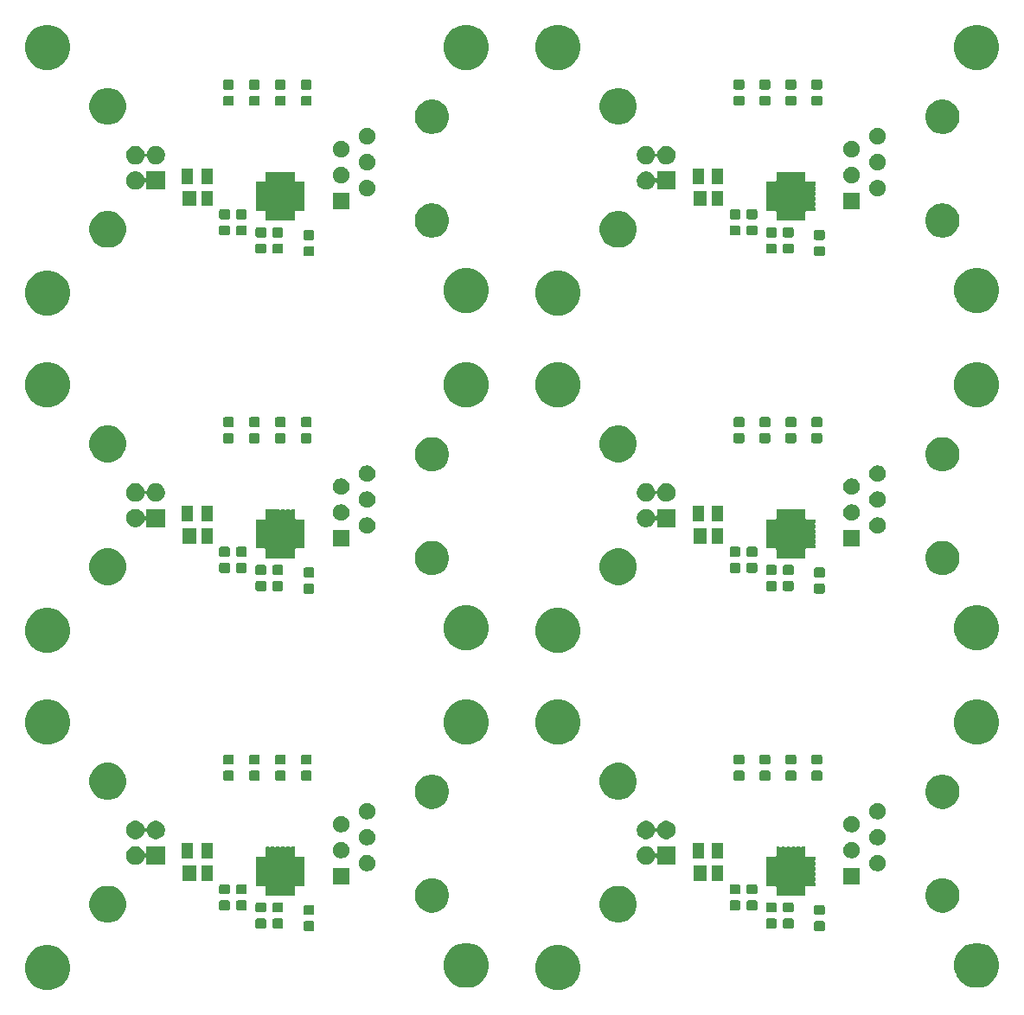
<source format=gbr>
G04 #@! TF.GenerationSoftware,KiCad,Pcbnew,5.1.3-ffb9f22~84~ubuntu16.04.1*
G04 #@! TF.CreationDate,2019-08-12T11:52:22-04:00*
G04 #@! TF.ProjectId,usb-serial-interface_panelized,7573622d-7365-4726-9961-6c2d696e7465,rev?*
G04 #@! TF.SameCoordinates,Original*
G04 #@! TF.FileFunction,Soldermask,Top*
G04 #@! TF.FilePolarity,Negative*
%FSLAX46Y46*%
G04 Gerber Fmt 4.6, Leading zero omitted, Abs format (unit mm)*
G04 Created by KiCad (PCBNEW 5.1.3-ffb9f22~84~ubuntu16.04.1) date 2019-08-12 11:52:22*
%MOMM*%
%LPD*%
G04 APERTURE LIST*
%ADD10C,0.100000*%
G04 APERTURE END LIST*
D10*
G36*
X134492009Y-156618586D02*
G01*
X134892565Y-156784502D01*
X134892567Y-156784503D01*
X135253058Y-157025375D01*
X135559631Y-157331948D01*
X135800503Y-157692439D01*
X135800504Y-157692441D01*
X135966420Y-158092997D01*
X136051002Y-158518223D01*
X136051002Y-158951785D01*
X135966420Y-159377011D01*
X135800504Y-159777567D01*
X135800503Y-159777569D01*
X135559631Y-160138060D01*
X135253058Y-160444633D01*
X134892567Y-160685505D01*
X134892566Y-160685506D01*
X134892565Y-160685506D01*
X134492009Y-160851422D01*
X134066783Y-160936004D01*
X133633221Y-160936004D01*
X133207995Y-160851422D01*
X132807439Y-160685506D01*
X132807438Y-160685506D01*
X132807437Y-160685505D01*
X132446946Y-160444633D01*
X132140373Y-160138060D01*
X131899501Y-159777569D01*
X131899500Y-159777567D01*
X131733584Y-159377011D01*
X131649002Y-158951785D01*
X131649002Y-158518223D01*
X131733584Y-158092997D01*
X131899500Y-157692441D01*
X131899501Y-157692439D01*
X132140373Y-157331948D01*
X132446946Y-157025375D01*
X132807437Y-156784503D01*
X132807439Y-156784502D01*
X133207995Y-156618586D01*
X133633221Y-156534004D01*
X134066783Y-156534004D01*
X134492009Y-156618586D01*
X134492009Y-156618586D01*
G37*
G36*
X84517007Y-156618586D02*
G01*
X84917563Y-156784502D01*
X84917565Y-156784503D01*
X85278056Y-157025375D01*
X85584629Y-157331948D01*
X85825501Y-157692439D01*
X85825502Y-157692441D01*
X85991418Y-158092997D01*
X86076000Y-158518223D01*
X86076000Y-158951785D01*
X85991418Y-159377011D01*
X85825502Y-159777567D01*
X85825501Y-159777569D01*
X85584629Y-160138060D01*
X85278056Y-160444633D01*
X84917565Y-160685505D01*
X84917564Y-160685506D01*
X84917563Y-160685506D01*
X84517007Y-160851422D01*
X84091781Y-160936004D01*
X83658219Y-160936004D01*
X83232993Y-160851422D01*
X82832437Y-160685506D01*
X82832436Y-160685506D01*
X82832435Y-160685505D01*
X82471944Y-160444633D01*
X82165371Y-160138060D01*
X81924499Y-159777569D01*
X81924498Y-159777567D01*
X81758582Y-159377011D01*
X81674000Y-158951785D01*
X81674000Y-158518223D01*
X81758582Y-158092997D01*
X81924498Y-157692441D01*
X81924499Y-157692439D01*
X82165371Y-157331948D01*
X82471944Y-157025375D01*
X82832435Y-156784503D01*
X82832437Y-156784502D01*
X83232993Y-156618586D01*
X83658219Y-156534004D01*
X84091781Y-156534004D01*
X84517007Y-156618586D01*
X84517007Y-156618586D01*
G37*
G36*
X175492009Y-156368586D02*
G01*
X175892565Y-156534502D01*
X175892567Y-156534503D01*
X176253058Y-156775375D01*
X176559631Y-157081948D01*
X176726675Y-157331948D01*
X176800504Y-157442441D01*
X176966420Y-157842997D01*
X177051002Y-158268223D01*
X177051002Y-158701785D01*
X176966420Y-159127011D01*
X176862866Y-159377011D01*
X176800503Y-159527569D01*
X176559631Y-159888060D01*
X176253058Y-160194633D01*
X175892567Y-160435505D01*
X175892566Y-160435506D01*
X175892565Y-160435506D01*
X175492009Y-160601422D01*
X175066783Y-160686004D01*
X174633221Y-160686004D01*
X174207995Y-160601422D01*
X173807439Y-160435506D01*
X173807438Y-160435506D01*
X173807437Y-160435505D01*
X173446946Y-160194633D01*
X173140373Y-159888060D01*
X172899501Y-159527569D01*
X172837138Y-159377011D01*
X172733584Y-159127011D01*
X172649002Y-158701785D01*
X172649002Y-158268223D01*
X172733584Y-157842997D01*
X172899500Y-157442441D01*
X172973329Y-157331948D01*
X173140373Y-157081948D01*
X173446946Y-156775375D01*
X173807437Y-156534503D01*
X173807439Y-156534502D01*
X174207995Y-156368586D01*
X174633221Y-156284004D01*
X175066783Y-156284004D01*
X175492009Y-156368586D01*
X175492009Y-156368586D01*
G37*
G36*
X125517007Y-156368586D02*
G01*
X125917563Y-156534502D01*
X125917565Y-156534503D01*
X126278056Y-156775375D01*
X126584629Y-157081948D01*
X126751673Y-157331948D01*
X126825502Y-157442441D01*
X126991418Y-157842997D01*
X127076000Y-158268223D01*
X127076000Y-158701785D01*
X126991418Y-159127011D01*
X126887864Y-159377011D01*
X126825501Y-159527569D01*
X126584629Y-159888060D01*
X126278056Y-160194633D01*
X125917565Y-160435505D01*
X125917564Y-160435506D01*
X125917563Y-160435506D01*
X125517007Y-160601422D01*
X125091781Y-160686004D01*
X124658219Y-160686004D01*
X124232993Y-160601422D01*
X123832437Y-160435506D01*
X123832436Y-160435506D01*
X123832435Y-160435505D01*
X123471944Y-160194633D01*
X123165371Y-159888060D01*
X122924499Y-159527569D01*
X122862136Y-159377011D01*
X122758582Y-159127011D01*
X122674000Y-158701785D01*
X122674000Y-158268223D01*
X122758582Y-157842997D01*
X122924498Y-157442441D01*
X122998327Y-157331948D01*
X123165371Y-157081948D01*
X123471944Y-156775375D01*
X123832435Y-156534503D01*
X123832437Y-156534502D01*
X124232993Y-156368586D01*
X124658219Y-156284004D01*
X125091781Y-156284004D01*
X125517007Y-156368586D01*
X125517007Y-156368586D01*
G37*
G36*
X109853591Y-154160089D02*
G01*
X109887569Y-154170397D01*
X109918890Y-154187138D01*
X109946339Y-154209665D01*
X109968866Y-154237114D01*
X109985607Y-154268435D01*
X109995915Y-154302413D01*
X110000000Y-154343894D01*
X110000000Y-154945114D01*
X109995915Y-154986595D01*
X109985607Y-155020573D01*
X109968866Y-155051894D01*
X109946339Y-155079343D01*
X109918890Y-155101870D01*
X109887569Y-155118611D01*
X109853591Y-155128919D01*
X109812110Y-155133004D01*
X109135890Y-155133004D01*
X109094409Y-155128919D01*
X109060431Y-155118611D01*
X109029110Y-155101870D01*
X109001661Y-155079343D01*
X108979134Y-155051894D01*
X108962393Y-155020573D01*
X108952085Y-154986595D01*
X108948000Y-154945114D01*
X108948000Y-154343894D01*
X108952085Y-154302413D01*
X108962393Y-154268435D01*
X108979134Y-154237114D01*
X109001661Y-154209665D01*
X109029110Y-154187138D01*
X109060431Y-154170397D01*
X109094409Y-154160089D01*
X109135890Y-154156004D01*
X109812110Y-154156004D01*
X109853591Y-154160089D01*
X109853591Y-154160089D01*
G37*
G36*
X159828593Y-154160089D02*
G01*
X159862571Y-154170397D01*
X159893892Y-154187138D01*
X159921341Y-154209665D01*
X159943868Y-154237114D01*
X159960609Y-154268435D01*
X159970917Y-154302413D01*
X159975002Y-154343894D01*
X159975002Y-154945114D01*
X159970917Y-154986595D01*
X159960609Y-155020573D01*
X159943868Y-155051894D01*
X159921341Y-155079343D01*
X159893892Y-155101870D01*
X159862571Y-155118611D01*
X159828593Y-155128919D01*
X159787112Y-155133004D01*
X159110892Y-155133004D01*
X159069411Y-155128919D01*
X159035433Y-155118611D01*
X159004112Y-155101870D01*
X158976663Y-155079343D01*
X158954136Y-155051894D01*
X158937395Y-155020573D01*
X158927087Y-154986595D01*
X158923002Y-154945114D01*
X158923002Y-154343894D01*
X158927087Y-154302413D01*
X158937395Y-154268435D01*
X158954136Y-154237114D01*
X158976663Y-154209665D01*
X159004112Y-154187138D01*
X159035433Y-154170397D01*
X159069411Y-154160089D01*
X159110892Y-154156004D01*
X159787112Y-154156004D01*
X159828593Y-154160089D01*
X159828593Y-154160089D01*
G37*
G36*
X156780593Y-153906089D02*
G01*
X156814571Y-153916397D01*
X156845892Y-153933138D01*
X156873341Y-153955665D01*
X156895868Y-153983114D01*
X156912609Y-154014435D01*
X156922917Y-154048413D01*
X156927002Y-154089894D01*
X156927002Y-154691114D01*
X156922917Y-154732595D01*
X156912609Y-154766573D01*
X156895868Y-154797894D01*
X156873341Y-154825343D01*
X156845892Y-154847870D01*
X156814571Y-154864611D01*
X156780593Y-154874919D01*
X156739112Y-154879004D01*
X156062892Y-154879004D01*
X156021411Y-154874919D01*
X155987433Y-154864611D01*
X155956112Y-154847870D01*
X155928663Y-154825343D01*
X155906136Y-154797894D01*
X155889395Y-154766573D01*
X155879087Y-154732595D01*
X155875002Y-154691114D01*
X155875002Y-154089894D01*
X155879087Y-154048413D01*
X155889395Y-154014435D01*
X155906136Y-153983114D01*
X155928663Y-153955665D01*
X155956112Y-153933138D01*
X155987433Y-153916397D01*
X156021411Y-153906089D01*
X156062892Y-153902004D01*
X156739112Y-153902004D01*
X156780593Y-153906089D01*
X156780593Y-153906089D01*
G37*
G36*
X106805591Y-153906089D02*
G01*
X106839569Y-153916397D01*
X106870890Y-153933138D01*
X106898339Y-153955665D01*
X106920866Y-153983114D01*
X106937607Y-154014435D01*
X106947915Y-154048413D01*
X106952000Y-154089894D01*
X106952000Y-154691114D01*
X106947915Y-154732595D01*
X106937607Y-154766573D01*
X106920866Y-154797894D01*
X106898339Y-154825343D01*
X106870890Y-154847870D01*
X106839569Y-154864611D01*
X106805591Y-154874919D01*
X106764110Y-154879004D01*
X106087890Y-154879004D01*
X106046409Y-154874919D01*
X106012431Y-154864611D01*
X105981110Y-154847870D01*
X105953661Y-154825343D01*
X105931134Y-154797894D01*
X105914393Y-154766573D01*
X105904085Y-154732595D01*
X105900000Y-154691114D01*
X105900000Y-154089894D01*
X105904085Y-154048413D01*
X105914393Y-154014435D01*
X105931134Y-153983114D01*
X105953661Y-153955665D01*
X105981110Y-153933138D01*
X106012431Y-153916397D01*
X106046409Y-153906089D01*
X106087890Y-153902004D01*
X106764110Y-153902004D01*
X106805591Y-153906089D01*
X106805591Y-153906089D01*
G37*
G36*
X155129593Y-153906089D02*
G01*
X155163571Y-153916397D01*
X155194892Y-153933138D01*
X155222341Y-153955665D01*
X155244868Y-153983114D01*
X155261609Y-154014435D01*
X155271917Y-154048413D01*
X155276002Y-154089894D01*
X155276002Y-154691114D01*
X155271917Y-154732595D01*
X155261609Y-154766573D01*
X155244868Y-154797894D01*
X155222341Y-154825343D01*
X155194892Y-154847870D01*
X155163571Y-154864611D01*
X155129593Y-154874919D01*
X155088112Y-154879004D01*
X154411892Y-154879004D01*
X154370411Y-154874919D01*
X154336433Y-154864611D01*
X154305112Y-154847870D01*
X154277663Y-154825343D01*
X154255136Y-154797894D01*
X154238395Y-154766573D01*
X154228087Y-154732595D01*
X154224002Y-154691114D01*
X154224002Y-154089894D01*
X154228087Y-154048413D01*
X154238395Y-154014435D01*
X154255136Y-153983114D01*
X154277663Y-153955665D01*
X154305112Y-153933138D01*
X154336433Y-153916397D01*
X154370411Y-153906089D01*
X154411892Y-153902004D01*
X155088112Y-153902004D01*
X155129593Y-153906089D01*
X155129593Y-153906089D01*
G37*
G36*
X105154591Y-153906089D02*
G01*
X105188569Y-153916397D01*
X105219890Y-153933138D01*
X105247339Y-153955665D01*
X105269866Y-153983114D01*
X105286607Y-154014435D01*
X105296915Y-154048413D01*
X105301000Y-154089894D01*
X105301000Y-154691114D01*
X105296915Y-154732595D01*
X105286607Y-154766573D01*
X105269866Y-154797894D01*
X105247339Y-154825343D01*
X105219890Y-154847870D01*
X105188569Y-154864611D01*
X105154591Y-154874919D01*
X105113110Y-154879004D01*
X104436890Y-154879004D01*
X104395409Y-154874919D01*
X104361431Y-154864611D01*
X104330110Y-154847870D01*
X104302661Y-154825343D01*
X104280134Y-154797894D01*
X104263393Y-154766573D01*
X104253085Y-154732595D01*
X104249000Y-154691114D01*
X104249000Y-154089894D01*
X104253085Y-154048413D01*
X104263393Y-154014435D01*
X104280134Y-153983114D01*
X104302661Y-153955665D01*
X104330110Y-153933138D01*
X104361431Y-153916397D01*
X104395409Y-153906089D01*
X104436890Y-153902004D01*
X105113110Y-153902004D01*
X105154591Y-153906089D01*
X105154591Y-153906089D01*
G37*
G36*
X140278333Y-150773215D02*
G01*
X140606094Y-150908978D01*
X140901072Y-151106076D01*
X141151930Y-151356934D01*
X141349028Y-151651912D01*
X141484791Y-151979673D01*
X141554002Y-152327620D01*
X141554002Y-152682388D01*
X141484791Y-153030335D01*
X141349028Y-153358096D01*
X141151930Y-153653074D01*
X140901072Y-153903932D01*
X140606094Y-154101030D01*
X140278333Y-154236793D01*
X139930386Y-154306004D01*
X139575618Y-154306004D01*
X139227671Y-154236793D01*
X138899910Y-154101030D01*
X138604932Y-153903932D01*
X138354074Y-153653074D01*
X138156976Y-153358096D01*
X138021213Y-153030335D01*
X137952002Y-152682388D01*
X137952002Y-152327620D01*
X138021213Y-151979673D01*
X138156976Y-151651912D01*
X138354074Y-151356934D01*
X138604932Y-151106076D01*
X138899910Y-150908978D01*
X139227671Y-150773215D01*
X139575618Y-150704004D01*
X139930386Y-150704004D01*
X140278333Y-150773215D01*
X140278333Y-150773215D01*
G37*
G36*
X90303331Y-150773215D02*
G01*
X90631092Y-150908978D01*
X90926070Y-151106076D01*
X91176928Y-151356934D01*
X91374026Y-151651912D01*
X91509789Y-151979673D01*
X91579000Y-152327620D01*
X91579000Y-152682388D01*
X91509789Y-153030335D01*
X91374026Y-153358096D01*
X91176928Y-153653074D01*
X90926070Y-153903932D01*
X90631092Y-154101030D01*
X90303331Y-154236793D01*
X89955384Y-154306004D01*
X89600616Y-154306004D01*
X89252669Y-154236793D01*
X88924908Y-154101030D01*
X88629930Y-153903932D01*
X88379072Y-153653074D01*
X88181974Y-153358096D01*
X88046211Y-153030335D01*
X87977000Y-152682388D01*
X87977000Y-152327620D01*
X88046211Y-151979673D01*
X88181974Y-151651912D01*
X88379072Y-151356934D01*
X88629930Y-151106076D01*
X88924908Y-150908978D01*
X89252669Y-150773215D01*
X89600616Y-150704004D01*
X89955384Y-150704004D01*
X90303331Y-150773215D01*
X90303331Y-150773215D01*
G37*
G36*
X109853591Y-152585089D02*
G01*
X109887569Y-152595397D01*
X109918890Y-152612138D01*
X109946339Y-152634665D01*
X109968866Y-152662114D01*
X109985607Y-152693435D01*
X109995915Y-152727413D01*
X110000000Y-152768894D01*
X110000000Y-153370114D01*
X109995915Y-153411595D01*
X109985607Y-153445573D01*
X109968866Y-153476894D01*
X109946339Y-153504343D01*
X109918890Y-153526870D01*
X109887569Y-153543611D01*
X109853591Y-153553919D01*
X109812110Y-153558004D01*
X109135890Y-153558004D01*
X109094409Y-153553919D01*
X109060431Y-153543611D01*
X109029110Y-153526870D01*
X109001661Y-153504343D01*
X108979134Y-153476894D01*
X108962393Y-153445573D01*
X108952085Y-153411595D01*
X108948000Y-153370114D01*
X108948000Y-152768894D01*
X108952085Y-152727413D01*
X108962393Y-152693435D01*
X108979134Y-152662114D01*
X109001661Y-152634665D01*
X109029110Y-152612138D01*
X109060431Y-152595397D01*
X109094409Y-152585089D01*
X109135890Y-152581004D01*
X109812110Y-152581004D01*
X109853591Y-152585089D01*
X109853591Y-152585089D01*
G37*
G36*
X159828593Y-152585089D02*
G01*
X159862571Y-152595397D01*
X159893892Y-152612138D01*
X159921341Y-152634665D01*
X159943868Y-152662114D01*
X159960609Y-152693435D01*
X159970917Y-152727413D01*
X159975002Y-152768894D01*
X159975002Y-153370114D01*
X159970917Y-153411595D01*
X159960609Y-153445573D01*
X159943868Y-153476894D01*
X159921341Y-153504343D01*
X159893892Y-153526870D01*
X159862571Y-153543611D01*
X159828593Y-153553919D01*
X159787112Y-153558004D01*
X159110892Y-153558004D01*
X159069411Y-153553919D01*
X159035433Y-153543611D01*
X159004112Y-153526870D01*
X158976663Y-153504343D01*
X158954136Y-153476894D01*
X158937395Y-153445573D01*
X158927087Y-153411595D01*
X158923002Y-153370114D01*
X158923002Y-152768894D01*
X158927087Y-152727413D01*
X158937395Y-152693435D01*
X158954136Y-152662114D01*
X158976663Y-152634665D01*
X159004112Y-152612138D01*
X159035433Y-152595397D01*
X159069411Y-152585089D01*
X159110892Y-152581004D01*
X159787112Y-152581004D01*
X159828593Y-152585089D01*
X159828593Y-152585089D01*
G37*
G36*
X171816973Y-150001208D02*
G01*
X171978873Y-150033412D01*
X172283885Y-150159752D01*
X172558389Y-150343170D01*
X172791836Y-150576617D01*
X172975254Y-150851121D01*
X173101594Y-151156133D01*
X173101594Y-151156134D01*
X173164493Y-151472343D01*
X173166002Y-151479932D01*
X173166002Y-151810076D01*
X173101594Y-152133875D01*
X172975254Y-152438887D01*
X172791836Y-152713391D01*
X172558389Y-152946838D01*
X172283885Y-153130256D01*
X171978873Y-153256596D01*
X171834006Y-153285412D01*
X171655075Y-153321004D01*
X171324929Y-153321004D01*
X171145998Y-153285412D01*
X171001131Y-153256596D01*
X170696119Y-153130256D01*
X170421615Y-152946838D01*
X170188168Y-152713391D01*
X170004750Y-152438887D01*
X169878410Y-152133875D01*
X169814002Y-151810076D01*
X169814002Y-151479932D01*
X169815512Y-151472343D01*
X169878410Y-151156134D01*
X169878410Y-151156133D01*
X170004750Y-150851121D01*
X170188168Y-150576617D01*
X170421615Y-150343170D01*
X170696119Y-150159752D01*
X171001131Y-150033412D01*
X171163031Y-150001208D01*
X171324929Y-149969004D01*
X171655075Y-149969004D01*
X171816973Y-150001208D01*
X171816973Y-150001208D01*
G37*
G36*
X121841971Y-150001208D02*
G01*
X122003871Y-150033412D01*
X122308883Y-150159752D01*
X122583387Y-150343170D01*
X122816834Y-150576617D01*
X123000252Y-150851121D01*
X123126592Y-151156133D01*
X123126592Y-151156134D01*
X123189491Y-151472343D01*
X123191000Y-151479932D01*
X123191000Y-151810076D01*
X123126592Y-152133875D01*
X123000252Y-152438887D01*
X122816834Y-152713391D01*
X122583387Y-152946838D01*
X122308883Y-153130256D01*
X122003871Y-153256596D01*
X121859004Y-153285412D01*
X121680073Y-153321004D01*
X121349927Y-153321004D01*
X121170996Y-153285412D01*
X121026129Y-153256596D01*
X120721117Y-153130256D01*
X120446613Y-152946838D01*
X120213166Y-152713391D01*
X120029748Y-152438887D01*
X119903408Y-152133875D01*
X119839000Y-151810076D01*
X119839000Y-151479932D01*
X119840510Y-151472343D01*
X119903408Y-151156134D01*
X119903408Y-151156133D01*
X120029748Y-150851121D01*
X120213166Y-150576617D01*
X120446613Y-150343170D01*
X120721117Y-150159752D01*
X121026129Y-150033412D01*
X121188029Y-150001208D01*
X121349927Y-149969004D01*
X121680073Y-149969004D01*
X121841971Y-150001208D01*
X121841971Y-150001208D01*
G37*
G36*
X105154591Y-152331089D02*
G01*
X105188569Y-152341397D01*
X105219890Y-152358138D01*
X105247339Y-152380665D01*
X105269866Y-152408114D01*
X105286607Y-152439435D01*
X105296915Y-152473413D01*
X105301000Y-152514894D01*
X105301000Y-153116114D01*
X105296915Y-153157595D01*
X105286607Y-153191573D01*
X105269866Y-153222894D01*
X105247339Y-153250343D01*
X105219890Y-153272870D01*
X105188569Y-153289611D01*
X105154591Y-153299919D01*
X105113110Y-153304004D01*
X104436890Y-153304004D01*
X104395409Y-153299919D01*
X104361431Y-153289611D01*
X104330110Y-153272870D01*
X104302661Y-153250343D01*
X104280134Y-153222894D01*
X104263393Y-153191573D01*
X104253085Y-153157595D01*
X104249000Y-153116114D01*
X104249000Y-152514894D01*
X104253085Y-152473413D01*
X104263393Y-152439435D01*
X104280134Y-152408114D01*
X104302661Y-152380665D01*
X104330110Y-152358138D01*
X104361431Y-152341397D01*
X104395409Y-152331089D01*
X104436890Y-152327004D01*
X105113110Y-152327004D01*
X105154591Y-152331089D01*
X105154591Y-152331089D01*
G37*
G36*
X155129593Y-152331089D02*
G01*
X155163571Y-152341397D01*
X155194892Y-152358138D01*
X155222341Y-152380665D01*
X155244868Y-152408114D01*
X155261609Y-152439435D01*
X155271917Y-152473413D01*
X155276002Y-152514894D01*
X155276002Y-153116114D01*
X155271917Y-153157595D01*
X155261609Y-153191573D01*
X155244868Y-153222894D01*
X155222341Y-153250343D01*
X155194892Y-153272870D01*
X155163571Y-153289611D01*
X155129593Y-153299919D01*
X155088112Y-153304004D01*
X154411892Y-153304004D01*
X154370411Y-153299919D01*
X154336433Y-153289611D01*
X154305112Y-153272870D01*
X154277663Y-153250343D01*
X154255136Y-153222894D01*
X154238395Y-153191573D01*
X154228087Y-153157595D01*
X154224002Y-153116114D01*
X154224002Y-152514894D01*
X154228087Y-152473413D01*
X154238395Y-152439435D01*
X154255136Y-152408114D01*
X154277663Y-152380665D01*
X154305112Y-152358138D01*
X154336433Y-152341397D01*
X154370411Y-152331089D01*
X154411892Y-152327004D01*
X155088112Y-152327004D01*
X155129593Y-152331089D01*
X155129593Y-152331089D01*
G37*
G36*
X106805591Y-152331089D02*
G01*
X106839569Y-152341397D01*
X106870890Y-152358138D01*
X106898339Y-152380665D01*
X106920866Y-152408114D01*
X106937607Y-152439435D01*
X106947915Y-152473413D01*
X106952000Y-152514894D01*
X106952000Y-153116114D01*
X106947915Y-153157595D01*
X106937607Y-153191573D01*
X106920866Y-153222894D01*
X106898339Y-153250343D01*
X106870890Y-153272870D01*
X106839569Y-153289611D01*
X106805591Y-153299919D01*
X106764110Y-153304004D01*
X106087890Y-153304004D01*
X106046409Y-153299919D01*
X106012431Y-153289611D01*
X105981110Y-153272870D01*
X105953661Y-153250343D01*
X105931134Y-153222894D01*
X105914393Y-153191573D01*
X105904085Y-153157595D01*
X105900000Y-153116114D01*
X105900000Y-152514894D01*
X105904085Y-152473413D01*
X105914393Y-152439435D01*
X105931134Y-152408114D01*
X105953661Y-152380665D01*
X105981110Y-152358138D01*
X106012431Y-152341397D01*
X106046409Y-152331089D01*
X106087890Y-152327004D01*
X106764110Y-152327004D01*
X106805591Y-152331089D01*
X106805591Y-152331089D01*
G37*
G36*
X156780593Y-152331089D02*
G01*
X156814571Y-152341397D01*
X156845892Y-152358138D01*
X156873341Y-152380665D01*
X156895868Y-152408114D01*
X156912609Y-152439435D01*
X156922917Y-152473413D01*
X156927002Y-152514894D01*
X156927002Y-153116114D01*
X156922917Y-153157595D01*
X156912609Y-153191573D01*
X156895868Y-153222894D01*
X156873341Y-153250343D01*
X156845892Y-153272870D01*
X156814571Y-153289611D01*
X156780593Y-153299919D01*
X156739112Y-153304004D01*
X156062892Y-153304004D01*
X156021411Y-153299919D01*
X155987433Y-153289611D01*
X155956112Y-153272870D01*
X155928663Y-153250343D01*
X155906136Y-153222894D01*
X155889395Y-153191573D01*
X155879087Y-153157595D01*
X155875002Y-153116114D01*
X155875002Y-152514894D01*
X155879087Y-152473413D01*
X155889395Y-152439435D01*
X155906136Y-152408114D01*
X155928663Y-152380665D01*
X155956112Y-152358138D01*
X155987433Y-152341397D01*
X156021411Y-152331089D01*
X156062892Y-152327004D01*
X156739112Y-152327004D01*
X156780593Y-152331089D01*
X156780593Y-152331089D01*
G37*
G36*
X153224593Y-152128089D02*
G01*
X153258571Y-152138397D01*
X153289892Y-152155138D01*
X153317341Y-152177665D01*
X153339868Y-152205114D01*
X153356609Y-152236435D01*
X153366917Y-152270413D01*
X153371002Y-152311894D01*
X153371002Y-152913114D01*
X153366917Y-152954595D01*
X153356609Y-152988573D01*
X153339868Y-153019894D01*
X153317341Y-153047343D01*
X153289892Y-153069870D01*
X153258571Y-153086611D01*
X153224593Y-153096919D01*
X153183112Y-153101004D01*
X152506892Y-153101004D01*
X152465411Y-153096919D01*
X152431433Y-153086611D01*
X152400112Y-153069870D01*
X152372663Y-153047343D01*
X152350136Y-153019894D01*
X152333395Y-152988573D01*
X152323087Y-152954595D01*
X152319002Y-152913114D01*
X152319002Y-152311894D01*
X152323087Y-152270413D01*
X152333395Y-152236435D01*
X152350136Y-152205114D01*
X152372663Y-152177665D01*
X152400112Y-152155138D01*
X152431433Y-152138397D01*
X152465411Y-152128089D01*
X152506892Y-152124004D01*
X153183112Y-152124004D01*
X153224593Y-152128089D01*
X153224593Y-152128089D01*
G37*
G36*
X103249591Y-152128089D02*
G01*
X103283569Y-152138397D01*
X103314890Y-152155138D01*
X103342339Y-152177665D01*
X103364866Y-152205114D01*
X103381607Y-152236435D01*
X103391915Y-152270413D01*
X103396000Y-152311894D01*
X103396000Y-152913114D01*
X103391915Y-152954595D01*
X103381607Y-152988573D01*
X103364866Y-153019894D01*
X103342339Y-153047343D01*
X103314890Y-153069870D01*
X103283569Y-153086611D01*
X103249591Y-153096919D01*
X103208110Y-153101004D01*
X102531890Y-153101004D01*
X102490409Y-153096919D01*
X102456431Y-153086611D01*
X102425110Y-153069870D01*
X102397661Y-153047343D01*
X102375134Y-153019894D01*
X102358393Y-152988573D01*
X102348085Y-152954595D01*
X102344000Y-152913114D01*
X102344000Y-152311894D01*
X102348085Y-152270413D01*
X102358393Y-152236435D01*
X102375134Y-152205114D01*
X102397661Y-152177665D01*
X102425110Y-152155138D01*
X102456431Y-152138397D01*
X102490409Y-152128089D01*
X102531890Y-152124004D01*
X103208110Y-152124004D01*
X103249591Y-152128089D01*
X103249591Y-152128089D01*
G37*
G36*
X151573593Y-152128089D02*
G01*
X151607571Y-152138397D01*
X151638892Y-152155138D01*
X151666341Y-152177665D01*
X151688868Y-152205114D01*
X151705609Y-152236435D01*
X151715917Y-152270413D01*
X151720002Y-152311894D01*
X151720002Y-152913114D01*
X151715917Y-152954595D01*
X151705609Y-152988573D01*
X151688868Y-153019894D01*
X151666341Y-153047343D01*
X151638892Y-153069870D01*
X151607571Y-153086611D01*
X151573593Y-153096919D01*
X151532112Y-153101004D01*
X150855892Y-153101004D01*
X150814411Y-153096919D01*
X150780433Y-153086611D01*
X150749112Y-153069870D01*
X150721663Y-153047343D01*
X150699136Y-153019894D01*
X150682395Y-152988573D01*
X150672087Y-152954595D01*
X150668002Y-152913114D01*
X150668002Y-152311894D01*
X150672087Y-152270413D01*
X150682395Y-152236435D01*
X150699136Y-152205114D01*
X150721663Y-152177665D01*
X150749112Y-152155138D01*
X150780433Y-152138397D01*
X150814411Y-152128089D01*
X150855892Y-152124004D01*
X151532112Y-152124004D01*
X151573593Y-152128089D01*
X151573593Y-152128089D01*
G37*
G36*
X101598591Y-152128089D02*
G01*
X101632569Y-152138397D01*
X101663890Y-152155138D01*
X101691339Y-152177665D01*
X101713866Y-152205114D01*
X101730607Y-152236435D01*
X101740915Y-152270413D01*
X101745000Y-152311894D01*
X101745000Y-152913114D01*
X101740915Y-152954595D01*
X101730607Y-152988573D01*
X101713866Y-153019894D01*
X101691339Y-153047343D01*
X101663890Y-153069870D01*
X101632569Y-153086611D01*
X101598591Y-153096919D01*
X101557110Y-153101004D01*
X100880890Y-153101004D01*
X100839409Y-153096919D01*
X100805431Y-153086611D01*
X100774110Y-153069870D01*
X100746661Y-153047343D01*
X100724134Y-153019894D01*
X100707393Y-152988573D01*
X100697085Y-152954595D01*
X100693000Y-152913114D01*
X100693000Y-152311894D01*
X100697085Y-152270413D01*
X100707393Y-152236435D01*
X100724134Y-152205114D01*
X100746661Y-152177665D01*
X100774110Y-152155138D01*
X100805431Y-152138397D01*
X100839409Y-152128089D01*
X100880890Y-152124004D01*
X101557110Y-152124004D01*
X101598591Y-152128089D01*
X101598591Y-152128089D01*
G37*
G36*
X105585355Y-146885087D02*
G01*
X105590029Y-146886505D01*
X105594330Y-146888804D01*
X105600702Y-146894033D01*
X105621076Y-146907647D01*
X105643715Y-146917024D01*
X105667749Y-146921804D01*
X105692253Y-146921804D01*
X105716286Y-146917023D01*
X105738925Y-146907646D01*
X105759298Y-146894033D01*
X105765670Y-146888804D01*
X105769971Y-146886505D01*
X105774645Y-146885087D01*
X105785641Y-146884004D01*
X106074359Y-146884004D01*
X106085355Y-146885087D01*
X106090029Y-146886505D01*
X106094330Y-146888804D01*
X106100702Y-146894033D01*
X106121076Y-146907647D01*
X106143715Y-146917024D01*
X106167749Y-146921804D01*
X106192253Y-146921804D01*
X106216286Y-146917023D01*
X106238925Y-146907646D01*
X106259298Y-146894033D01*
X106265670Y-146888804D01*
X106269971Y-146886505D01*
X106274645Y-146885087D01*
X106285641Y-146884004D01*
X106574359Y-146884004D01*
X106585355Y-146885087D01*
X106590029Y-146886505D01*
X106594330Y-146888804D01*
X106600702Y-146894033D01*
X106621076Y-146907647D01*
X106643715Y-146917024D01*
X106667749Y-146921804D01*
X106692253Y-146921804D01*
X106716286Y-146917023D01*
X106738925Y-146907646D01*
X106759298Y-146894033D01*
X106765670Y-146888804D01*
X106769971Y-146886505D01*
X106774645Y-146885087D01*
X106785641Y-146884004D01*
X107074359Y-146884004D01*
X107085355Y-146885087D01*
X107090029Y-146886505D01*
X107094330Y-146888804D01*
X107100702Y-146894033D01*
X107121076Y-146907647D01*
X107143715Y-146917024D01*
X107167749Y-146921804D01*
X107192253Y-146921804D01*
X107216286Y-146917023D01*
X107238925Y-146907646D01*
X107259298Y-146894033D01*
X107265670Y-146888804D01*
X107269971Y-146886505D01*
X107274645Y-146885087D01*
X107285641Y-146884004D01*
X107574359Y-146884004D01*
X107585355Y-146885087D01*
X107590029Y-146886505D01*
X107594330Y-146888804D01*
X107600702Y-146894033D01*
X107621076Y-146907647D01*
X107643715Y-146917024D01*
X107667749Y-146921804D01*
X107692253Y-146921804D01*
X107716286Y-146917023D01*
X107738925Y-146907646D01*
X107759298Y-146894033D01*
X107765670Y-146888804D01*
X107769971Y-146886505D01*
X107774645Y-146885087D01*
X107785641Y-146884004D01*
X108074359Y-146884004D01*
X108085355Y-146885087D01*
X108090029Y-146886505D01*
X108094331Y-146888804D01*
X108098104Y-146891900D01*
X108101200Y-146895673D01*
X108103499Y-146899975D01*
X108104917Y-146904649D01*
X108106000Y-146915645D01*
X108106000Y-147734005D01*
X108108402Y-147758391D01*
X108115515Y-147781840D01*
X108127066Y-147803451D01*
X108142611Y-147822393D01*
X108161553Y-147837938D01*
X108183164Y-147849489D01*
X108206613Y-147856602D01*
X108230999Y-147859004D01*
X109049359Y-147859004D01*
X109060355Y-147860087D01*
X109065029Y-147861505D01*
X109069331Y-147863804D01*
X109073104Y-147866900D01*
X109076200Y-147870673D01*
X109078499Y-147874975D01*
X109079917Y-147879649D01*
X109081000Y-147890645D01*
X109081000Y-148179363D01*
X109079917Y-148190359D01*
X109078499Y-148195033D01*
X109076200Y-148199334D01*
X109070971Y-148205706D01*
X109057357Y-148226080D01*
X109047980Y-148248719D01*
X109043200Y-148272753D01*
X109043200Y-148297257D01*
X109047981Y-148321290D01*
X109057358Y-148343929D01*
X109070971Y-148364302D01*
X109076200Y-148370674D01*
X109078499Y-148374975D01*
X109079917Y-148379649D01*
X109081000Y-148390645D01*
X109081000Y-148679363D01*
X109079917Y-148690359D01*
X109078499Y-148695033D01*
X109076200Y-148699334D01*
X109070971Y-148705706D01*
X109057357Y-148726080D01*
X109047980Y-148748719D01*
X109043200Y-148772753D01*
X109043200Y-148797257D01*
X109047981Y-148821290D01*
X109057358Y-148843929D01*
X109070971Y-148864302D01*
X109076200Y-148870674D01*
X109078499Y-148874975D01*
X109079917Y-148879649D01*
X109081000Y-148890645D01*
X109081000Y-149179363D01*
X109079917Y-149190359D01*
X109078499Y-149195033D01*
X109076200Y-149199334D01*
X109070971Y-149205706D01*
X109057357Y-149226080D01*
X109047980Y-149248719D01*
X109043200Y-149272753D01*
X109043200Y-149297257D01*
X109047981Y-149321290D01*
X109057358Y-149343929D01*
X109070971Y-149364302D01*
X109076200Y-149370674D01*
X109078499Y-149374975D01*
X109079917Y-149379649D01*
X109081000Y-149390645D01*
X109081000Y-149679363D01*
X109079917Y-149690359D01*
X109078499Y-149695033D01*
X109076200Y-149699334D01*
X109070971Y-149705706D01*
X109057357Y-149726080D01*
X109047980Y-149748719D01*
X109043200Y-149772753D01*
X109043200Y-149797257D01*
X109047981Y-149821290D01*
X109057358Y-149843929D01*
X109070971Y-149864302D01*
X109076200Y-149870674D01*
X109078499Y-149874975D01*
X109079917Y-149879649D01*
X109081000Y-149890645D01*
X109081000Y-150179363D01*
X109079917Y-150190359D01*
X109078499Y-150195033D01*
X109076200Y-150199334D01*
X109070971Y-150205706D01*
X109057357Y-150226080D01*
X109047980Y-150248719D01*
X109043200Y-150272753D01*
X109043200Y-150297257D01*
X109047981Y-150321290D01*
X109057358Y-150343929D01*
X109070971Y-150364302D01*
X109076200Y-150370674D01*
X109078499Y-150374975D01*
X109079917Y-150379649D01*
X109081000Y-150390645D01*
X109081000Y-150679363D01*
X109079917Y-150690359D01*
X109078499Y-150695033D01*
X109076200Y-150699335D01*
X109073104Y-150703108D01*
X109069331Y-150706204D01*
X109065029Y-150708503D01*
X109060355Y-150709921D01*
X109049359Y-150711004D01*
X108230999Y-150711004D01*
X108206613Y-150713406D01*
X108183164Y-150720519D01*
X108161553Y-150732070D01*
X108142611Y-150747615D01*
X108127066Y-150766557D01*
X108115515Y-150788168D01*
X108108402Y-150811617D01*
X108106000Y-150836003D01*
X108106000Y-151654363D01*
X108104917Y-151665359D01*
X108103499Y-151670033D01*
X108101200Y-151674335D01*
X108098104Y-151678108D01*
X108094331Y-151681204D01*
X108090029Y-151683503D01*
X108085355Y-151684921D01*
X108074359Y-151686004D01*
X107785641Y-151686004D01*
X107774645Y-151684921D01*
X107769971Y-151683503D01*
X107765670Y-151681204D01*
X107759298Y-151675975D01*
X107738924Y-151662361D01*
X107716285Y-151652984D01*
X107692251Y-151648204D01*
X107667747Y-151648204D01*
X107643714Y-151652985D01*
X107621075Y-151662362D01*
X107600702Y-151675975D01*
X107594330Y-151681204D01*
X107590029Y-151683503D01*
X107585355Y-151684921D01*
X107574359Y-151686004D01*
X107285641Y-151686004D01*
X107274645Y-151684921D01*
X107269971Y-151683503D01*
X107265670Y-151681204D01*
X107259298Y-151675975D01*
X107238924Y-151662361D01*
X107216285Y-151652984D01*
X107192251Y-151648204D01*
X107167747Y-151648204D01*
X107143714Y-151652985D01*
X107121075Y-151662362D01*
X107100702Y-151675975D01*
X107094330Y-151681204D01*
X107090029Y-151683503D01*
X107085355Y-151684921D01*
X107074359Y-151686004D01*
X106785641Y-151686004D01*
X106774645Y-151684921D01*
X106769971Y-151683503D01*
X106765670Y-151681204D01*
X106759298Y-151675975D01*
X106738924Y-151662361D01*
X106716285Y-151652984D01*
X106692251Y-151648204D01*
X106667747Y-151648204D01*
X106643714Y-151652985D01*
X106621075Y-151662362D01*
X106600702Y-151675975D01*
X106594330Y-151681204D01*
X106590029Y-151683503D01*
X106585355Y-151684921D01*
X106574359Y-151686004D01*
X106285641Y-151686004D01*
X106274645Y-151684921D01*
X106269971Y-151683503D01*
X106265670Y-151681204D01*
X106259298Y-151675975D01*
X106238924Y-151662361D01*
X106216285Y-151652984D01*
X106192251Y-151648204D01*
X106167747Y-151648204D01*
X106143714Y-151652985D01*
X106121075Y-151662362D01*
X106100702Y-151675975D01*
X106094330Y-151681204D01*
X106090029Y-151683503D01*
X106085355Y-151684921D01*
X106074359Y-151686004D01*
X105785641Y-151686004D01*
X105774645Y-151684921D01*
X105769971Y-151683503D01*
X105765670Y-151681204D01*
X105759298Y-151675975D01*
X105738924Y-151662361D01*
X105716285Y-151652984D01*
X105692251Y-151648204D01*
X105667747Y-151648204D01*
X105643714Y-151652985D01*
X105621075Y-151662362D01*
X105600702Y-151675975D01*
X105594330Y-151681204D01*
X105590029Y-151683503D01*
X105585355Y-151684921D01*
X105574359Y-151686004D01*
X105285641Y-151686004D01*
X105274645Y-151684921D01*
X105269971Y-151683503D01*
X105265669Y-151681204D01*
X105261896Y-151678108D01*
X105258800Y-151674335D01*
X105256501Y-151670033D01*
X105255083Y-151665359D01*
X105254000Y-151654363D01*
X105254000Y-150836003D01*
X105251598Y-150811617D01*
X105244485Y-150788168D01*
X105232934Y-150766557D01*
X105217389Y-150747615D01*
X105198447Y-150732070D01*
X105176836Y-150720519D01*
X105153387Y-150713406D01*
X105129001Y-150711004D01*
X104310641Y-150711004D01*
X104299645Y-150709921D01*
X104294971Y-150708503D01*
X104290669Y-150706204D01*
X104286896Y-150703108D01*
X104283800Y-150699335D01*
X104281501Y-150695033D01*
X104280083Y-150690359D01*
X104279000Y-150679363D01*
X104279000Y-150390645D01*
X104280083Y-150379649D01*
X104281501Y-150374975D01*
X104283800Y-150370674D01*
X104289029Y-150364302D01*
X104302643Y-150343928D01*
X104312020Y-150321289D01*
X104316800Y-150297255D01*
X104316800Y-150272751D01*
X104312019Y-150248718D01*
X104302642Y-150226079D01*
X104289029Y-150205706D01*
X104283800Y-150199334D01*
X104281501Y-150195033D01*
X104280083Y-150190359D01*
X104279000Y-150179363D01*
X104279000Y-149890645D01*
X104280083Y-149879649D01*
X104281501Y-149874975D01*
X104283800Y-149870674D01*
X104289029Y-149864302D01*
X104302643Y-149843928D01*
X104312020Y-149821289D01*
X104316800Y-149797255D01*
X104316800Y-149772751D01*
X104312019Y-149748718D01*
X104302642Y-149726079D01*
X104289029Y-149705706D01*
X104283800Y-149699334D01*
X104281501Y-149695033D01*
X104280083Y-149690359D01*
X104279000Y-149679363D01*
X104279000Y-149390645D01*
X104280083Y-149379649D01*
X104281501Y-149374975D01*
X104283800Y-149370674D01*
X104289029Y-149364302D01*
X104302643Y-149343928D01*
X104312020Y-149321289D01*
X104316800Y-149297255D01*
X104316800Y-149272751D01*
X104312019Y-149248718D01*
X104302642Y-149226079D01*
X104289029Y-149205706D01*
X104283800Y-149199334D01*
X104281501Y-149195033D01*
X104280083Y-149190359D01*
X104279000Y-149179363D01*
X104279000Y-148890645D01*
X104280083Y-148879649D01*
X104281501Y-148874975D01*
X104283800Y-148870674D01*
X104289029Y-148864302D01*
X104302643Y-148843928D01*
X104312020Y-148821289D01*
X104316800Y-148797255D01*
X104316800Y-148772751D01*
X104312019Y-148748718D01*
X104302642Y-148726079D01*
X104289029Y-148705706D01*
X104283800Y-148699334D01*
X104281501Y-148695033D01*
X104280083Y-148690359D01*
X104279000Y-148679363D01*
X104279000Y-148390645D01*
X104280083Y-148379649D01*
X104281501Y-148374975D01*
X104283800Y-148370674D01*
X104289029Y-148364302D01*
X104302643Y-148343928D01*
X104312020Y-148321289D01*
X104316800Y-148297255D01*
X104316800Y-148272751D01*
X104312019Y-148248718D01*
X104302642Y-148226079D01*
X104289029Y-148205706D01*
X104283800Y-148199334D01*
X104281501Y-148195033D01*
X104280083Y-148190359D01*
X104279000Y-148179363D01*
X104279000Y-147890645D01*
X104280083Y-147879649D01*
X104281501Y-147874975D01*
X104283800Y-147870673D01*
X104286896Y-147866900D01*
X104290669Y-147863804D01*
X104294971Y-147861505D01*
X104299645Y-147860087D01*
X104310641Y-147859004D01*
X105129001Y-147859004D01*
X105153387Y-147856602D01*
X105176836Y-147849489D01*
X105198447Y-147837938D01*
X105217389Y-147822393D01*
X105232934Y-147803451D01*
X105244485Y-147781840D01*
X105251598Y-147758391D01*
X105254000Y-147734005D01*
X105254000Y-146915645D01*
X105255083Y-146904649D01*
X105256501Y-146899975D01*
X105258800Y-146895673D01*
X105261896Y-146891900D01*
X105265669Y-146888804D01*
X105269971Y-146886505D01*
X105274645Y-146885087D01*
X105285641Y-146884004D01*
X105574359Y-146884004D01*
X105585355Y-146885087D01*
X105585355Y-146885087D01*
G37*
G36*
X155560357Y-146885087D02*
G01*
X155565031Y-146886505D01*
X155569332Y-146888804D01*
X155575704Y-146894033D01*
X155596078Y-146907647D01*
X155618717Y-146917024D01*
X155642751Y-146921804D01*
X155667255Y-146921804D01*
X155691288Y-146917023D01*
X155713927Y-146907646D01*
X155734300Y-146894033D01*
X155740672Y-146888804D01*
X155744973Y-146886505D01*
X155749647Y-146885087D01*
X155760643Y-146884004D01*
X156049361Y-146884004D01*
X156060357Y-146885087D01*
X156065031Y-146886505D01*
X156069332Y-146888804D01*
X156075704Y-146894033D01*
X156096078Y-146907647D01*
X156118717Y-146917024D01*
X156142751Y-146921804D01*
X156167255Y-146921804D01*
X156191288Y-146917023D01*
X156213927Y-146907646D01*
X156234300Y-146894033D01*
X156240672Y-146888804D01*
X156244973Y-146886505D01*
X156249647Y-146885087D01*
X156260643Y-146884004D01*
X156549361Y-146884004D01*
X156560357Y-146885087D01*
X156565031Y-146886505D01*
X156569332Y-146888804D01*
X156575704Y-146894033D01*
X156596078Y-146907647D01*
X156618717Y-146917024D01*
X156642751Y-146921804D01*
X156667255Y-146921804D01*
X156691288Y-146917023D01*
X156713927Y-146907646D01*
X156734300Y-146894033D01*
X156740672Y-146888804D01*
X156744973Y-146886505D01*
X156749647Y-146885087D01*
X156760643Y-146884004D01*
X157049361Y-146884004D01*
X157060357Y-146885087D01*
X157065031Y-146886505D01*
X157069332Y-146888804D01*
X157075704Y-146894033D01*
X157096078Y-146907647D01*
X157118717Y-146917024D01*
X157142751Y-146921804D01*
X157167255Y-146921804D01*
X157191288Y-146917023D01*
X157213927Y-146907646D01*
X157234300Y-146894033D01*
X157240672Y-146888804D01*
X157244973Y-146886505D01*
X157249647Y-146885087D01*
X157260643Y-146884004D01*
X157549361Y-146884004D01*
X157560357Y-146885087D01*
X157565031Y-146886505D01*
X157569332Y-146888804D01*
X157575704Y-146894033D01*
X157596078Y-146907647D01*
X157618717Y-146917024D01*
X157642751Y-146921804D01*
X157667255Y-146921804D01*
X157691288Y-146917023D01*
X157713927Y-146907646D01*
X157734300Y-146894033D01*
X157740672Y-146888804D01*
X157744973Y-146886505D01*
X157749647Y-146885087D01*
X157760643Y-146884004D01*
X158049361Y-146884004D01*
X158060357Y-146885087D01*
X158065031Y-146886505D01*
X158069333Y-146888804D01*
X158073106Y-146891900D01*
X158076202Y-146895673D01*
X158078501Y-146899975D01*
X158079919Y-146904649D01*
X158081002Y-146915645D01*
X158081002Y-147734005D01*
X158083404Y-147758391D01*
X158090517Y-147781840D01*
X158102068Y-147803451D01*
X158117613Y-147822393D01*
X158136555Y-147837938D01*
X158158166Y-147849489D01*
X158181615Y-147856602D01*
X158206001Y-147859004D01*
X159024361Y-147859004D01*
X159035357Y-147860087D01*
X159040031Y-147861505D01*
X159044333Y-147863804D01*
X159048106Y-147866900D01*
X159051202Y-147870673D01*
X159053501Y-147874975D01*
X159054919Y-147879649D01*
X159056002Y-147890645D01*
X159056002Y-148179363D01*
X159054919Y-148190359D01*
X159053501Y-148195033D01*
X159051202Y-148199334D01*
X159045973Y-148205706D01*
X159032359Y-148226080D01*
X159022982Y-148248719D01*
X159018202Y-148272753D01*
X159018202Y-148297257D01*
X159022983Y-148321290D01*
X159032360Y-148343929D01*
X159045973Y-148364302D01*
X159051202Y-148370674D01*
X159053501Y-148374975D01*
X159054919Y-148379649D01*
X159056002Y-148390645D01*
X159056002Y-148679363D01*
X159054919Y-148690359D01*
X159053501Y-148695033D01*
X159051202Y-148699334D01*
X159045973Y-148705706D01*
X159032359Y-148726080D01*
X159022982Y-148748719D01*
X159018202Y-148772753D01*
X159018202Y-148797257D01*
X159022983Y-148821290D01*
X159032360Y-148843929D01*
X159045973Y-148864302D01*
X159051202Y-148870674D01*
X159053501Y-148874975D01*
X159054919Y-148879649D01*
X159056002Y-148890645D01*
X159056002Y-149179363D01*
X159054919Y-149190359D01*
X159053501Y-149195033D01*
X159051202Y-149199334D01*
X159045973Y-149205706D01*
X159032359Y-149226080D01*
X159022982Y-149248719D01*
X159018202Y-149272753D01*
X159018202Y-149297257D01*
X159022983Y-149321290D01*
X159032360Y-149343929D01*
X159045973Y-149364302D01*
X159051202Y-149370674D01*
X159053501Y-149374975D01*
X159054919Y-149379649D01*
X159056002Y-149390645D01*
X159056002Y-149679363D01*
X159054919Y-149690359D01*
X159053501Y-149695033D01*
X159051202Y-149699334D01*
X159045973Y-149705706D01*
X159032359Y-149726080D01*
X159022982Y-149748719D01*
X159018202Y-149772753D01*
X159018202Y-149797257D01*
X159022983Y-149821290D01*
X159032360Y-149843929D01*
X159045973Y-149864302D01*
X159051202Y-149870674D01*
X159053501Y-149874975D01*
X159054919Y-149879649D01*
X159056002Y-149890645D01*
X159056002Y-150179363D01*
X159054919Y-150190359D01*
X159053501Y-150195033D01*
X159051202Y-150199334D01*
X159045973Y-150205706D01*
X159032359Y-150226080D01*
X159022982Y-150248719D01*
X159018202Y-150272753D01*
X159018202Y-150297257D01*
X159022983Y-150321290D01*
X159032360Y-150343929D01*
X159045973Y-150364302D01*
X159051202Y-150370674D01*
X159053501Y-150374975D01*
X159054919Y-150379649D01*
X159056002Y-150390645D01*
X159056002Y-150679363D01*
X159054919Y-150690359D01*
X159053501Y-150695033D01*
X159051202Y-150699335D01*
X159048106Y-150703108D01*
X159044333Y-150706204D01*
X159040031Y-150708503D01*
X159035357Y-150709921D01*
X159024361Y-150711004D01*
X158206001Y-150711004D01*
X158181615Y-150713406D01*
X158158166Y-150720519D01*
X158136555Y-150732070D01*
X158117613Y-150747615D01*
X158102068Y-150766557D01*
X158090517Y-150788168D01*
X158083404Y-150811617D01*
X158081002Y-150836003D01*
X158081002Y-151654363D01*
X158079919Y-151665359D01*
X158078501Y-151670033D01*
X158076202Y-151674335D01*
X158073106Y-151678108D01*
X158069333Y-151681204D01*
X158065031Y-151683503D01*
X158060357Y-151684921D01*
X158049361Y-151686004D01*
X157760643Y-151686004D01*
X157749647Y-151684921D01*
X157744973Y-151683503D01*
X157740672Y-151681204D01*
X157734300Y-151675975D01*
X157713926Y-151662361D01*
X157691287Y-151652984D01*
X157667253Y-151648204D01*
X157642749Y-151648204D01*
X157618716Y-151652985D01*
X157596077Y-151662362D01*
X157575704Y-151675975D01*
X157569332Y-151681204D01*
X157565031Y-151683503D01*
X157560357Y-151684921D01*
X157549361Y-151686004D01*
X157260643Y-151686004D01*
X157249647Y-151684921D01*
X157244973Y-151683503D01*
X157240672Y-151681204D01*
X157234300Y-151675975D01*
X157213926Y-151662361D01*
X157191287Y-151652984D01*
X157167253Y-151648204D01*
X157142749Y-151648204D01*
X157118716Y-151652985D01*
X157096077Y-151662362D01*
X157075704Y-151675975D01*
X157069332Y-151681204D01*
X157065031Y-151683503D01*
X157060357Y-151684921D01*
X157049361Y-151686004D01*
X156760643Y-151686004D01*
X156749647Y-151684921D01*
X156744973Y-151683503D01*
X156740672Y-151681204D01*
X156734300Y-151675975D01*
X156713926Y-151662361D01*
X156691287Y-151652984D01*
X156667253Y-151648204D01*
X156642749Y-151648204D01*
X156618716Y-151652985D01*
X156596077Y-151662362D01*
X156575704Y-151675975D01*
X156569332Y-151681204D01*
X156565031Y-151683503D01*
X156560357Y-151684921D01*
X156549361Y-151686004D01*
X156260643Y-151686004D01*
X156249647Y-151684921D01*
X156244973Y-151683503D01*
X156240672Y-151681204D01*
X156234300Y-151675975D01*
X156213926Y-151662361D01*
X156191287Y-151652984D01*
X156167253Y-151648204D01*
X156142749Y-151648204D01*
X156118716Y-151652985D01*
X156096077Y-151662362D01*
X156075704Y-151675975D01*
X156069332Y-151681204D01*
X156065031Y-151683503D01*
X156060357Y-151684921D01*
X156049361Y-151686004D01*
X155760643Y-151686004D01*
X155749647Y-151684921D01*
X155744973Y-151683503D01*
X155740672Y-151681204D01*
X155734300Y-151675975D01*
X155713926Y-151662361D01*
X155691287Y-151652984D01*
X155667253Y-151648204D01*
X155642749Y-151648204D01*
X155618716Y-151652985D01*
X155596077Y-151662362D01*
X155575704Y-151675975D01*
X155569332Y-151681204D01*
X155565031Y-151683503D01*
X155560357Y-151684921D01*
X155549361Y-151686004D01*
X155260643Y-151686004D01*
X155249647Y-151684921D01*
X155244973Y-151683503D01*
X155240671Y-151681204D01*
X155236898Y-151678108D01*
X155233802Y-151674335D01*
X155231503Y-151670033D01*
X155230085Y-151665359D01*
X155229002Y-151654363D01*
X155229002Y-150836003D01*
X155226600Y-150811617D01*
X155219487Y-150788168D01*
X155207936Y-150766557D01*
X155192391Y-150747615D01*
X155173449Y-150732070D01*
X155151838Y-150720519D01*
X155128389Y-150713406D01*
X155104003Y-150711004D01*
X154285643Y-150711004D01*
X154274647Y-150709921D01*
X154269973Y-150708503D01*
X154265671Y-150706204D01*
X154261898Y-150703108D01*
X154258802Y-150699335D01*
X154256503Y-150695033D01*
X154255085Y-150690359D01*
X154254002Y-150679363D01*
X154254002Y-150390645D01*
X154255085Y-150379649D01*
X154256503Y-150374975D01*
X154258802Y-150370674D01*
X154264031Y-150364302D01*
X154277645Y-150343928D01*
X154287022Y-150321289D01*
X154291802Y-150297255D01*
X154291802Y-150272751D01*
X154287021Y-150248718D01*
X154277644Y-150226079D01*
X154264031Y-150205706D01*
X154258802Y-150199334D01*
X154256503Y-150195033D01*
X154255085Y-150190359D01*
X154254002Y-150179363D01*
X154254002Y-149890645D01*
X154255085Y-149879649D01*
X154256503Y-149874975D01*
X154258802Y-149870674D01*
X154264031Y-149864302D01*
X154277645Y-149843928D01*
X154287022Y-149821289D01*
X154291802Y-149797255D01*
X154291802Y-149772751D01*
X154287021Y-149748718D01*
X154277644Y-149726079D01*
X154264031Y-149705706D01*
X154258802Y-149699334D01*
X154256503Y-149695033D01*
X154255085Y-149690359D01*
X154254002Y-149679363D01*
X154254002Y-149390645D01*
X154255085Y-149379649D01*
X154256503Y-149374975D01*
X154258802Y-149370674D01*
X154264031Y-149364302D01*
X154277645Y-149343928D01*
X154287022Y-149321289D01*
X154291802Y-149297255D01*
X154291802Y-149272751D01*
X154287021Y-149248718D01*
X154277644Y-149226079D01*
X154264031Y-149205706D01*
X154258802Y-149199334D01*
X154256503Y-149195033D01*
X154255085Y-149190359D01*
X154254002Y-149179363D01*
X154254002Y-148890645D01*
X154255085Y-148879649D01*
X154256503Y-148874975D01*
X154258802Y-148870674D01*
X154264031Y-148864302D01*
X154277645Y-148843928D01*
X154287022Y-148821289D01*
X154291802Y-148797255D01*
X154291802Y-148772751D01*
X154287021Y-148748718D01*
X154277644Y-148726079D01*
X154264031Y-148705706D01*
X154258802Y-148699334D01*
X154256503Y-148695033D01*
X154255085Y-148690359D01*
X154254002Y-148679363D01*
X154254002Y-148390645D01*
X154255085Y-148379649D01*
X154256503Y-148374975D01*
X154258802Y-148370674D01*
X154264031Y-148364302D01*
X154277645Y-148343928D01*
X154287022Y-148321289D01*
X154291802Y-148297255D01*
X154291802Y-148272751D01*
X154287021Y-148248718D01*
X154277644Y-148226079D01*
X154264031Y-148205706D01*
X154258802Y-148199334D01*
X154256503Y-148195033D01*
X154255085Y-148190359D01*
X154254002Y-148179363D01*
X154254002Y-147890645D01*
X154255085Y-147879649D01*
X154256503Y-147874975D01*
X154258802Y-147870673D01*
X154261898Y-147866900D01*
X154265671Y-147863804D01*
X154269973Y-147861505D01*
X154274647Y-147860087D01*
X154285643Y-147859004D01*
X155104003Y-147859004D01*
X155128389Y-147856602D01*
X155151838Y-147849489D01*
X155173449Y-147837938D01*
X155192391Y-147822393D01*
X155207936Y-147803451D01*
X155219487Y-147781840D01*
X155226600Y-147758391D01*
X155229002Y-147734005D01*
X155229002Y-146915645D01*
X155230085Y-146904649D01*
X155231503Y-146899975D01*
X155233802Y-146895673D01*
X155236898Y-146891900D01*
X155240671Y-146888804D01*
X155244973Y-146886505D01*
X155249647Y-146885087D01*
X155260643Y-146884004D01*
X155549361Y-146884004D01*
X155560357Y-146885087D01*
X155560357Y-146885087D01*
G37*
G36*
X153224593Y-150553089D02*
G01*
X153258571Y-150563397D01*
X153289892Y-150580138D01*
X153317341Y-150602665D01*
X153339868Y-150630114D01*
X153356609Y-150661435D01*
X153366917Y-150695413D01*
X153371002Y-150736894D01*
X153371002Y-151338114D01*
X153366917Y-151379595D01*
X153356609Y-151413573D01*
X153339868Y-151444894D01*
X153317341Y-151472343D01*
X153289892Y-151494870D01*
X153258571Y-151511611D01*
X153224593Y-151521919D01*
X153183112Y-151526004D01*
X152506892Y-151526004D01*
X152465411Y-151521919D01*
X152431433Y-151511611D01*
X152400112Y-151494870D01*
X152372663Y-151472343D01*
X152350136Y-151444894D01*
X152333395Y-151413573D01*
X152323087Y-151379595D01*
X152319002Y-151338114D01*
X152319002Y-150736894D01*
X152323087Y-150695413D01*
X152333395Y-150661435D01*
X152350136Y-150630114D01*
X152372663Y-150602665D01*
X152400112Y-150580138D01*
X152431433Y-150563397D01*
X152465411Y-150553089D01*
X152506892Y-150549004D01*
X153183112Y-150549004D01*
X153224593Y-150553089D01*
X153224593Y-150553089D01*
G37*
G36*
X101598591Y-150553089D02*
G01*
X101632569Y-150563397D01*
X101663890Y-150580138D01*
X101691339Y-150602665D01*
X101713866Y-150630114D01*
X101730607Y-150661435D01*
X101740915Y-150695413D01*
X101745000Y-150736894D01*
X101745000Y-151338114D01*
X101740915Y-151379595D01*
X101730607Y-151413573D01*
X101713866Y-151444894D01*
X101691339Y-151472343D01*
X101663890Y-151494870D01*
X101632569Y-151511611D01*
X101598591Y-151521919D01*
X101557110Y-151526004D01*
X100880890Y-151526004D01*
X100839409Y-151521919D01*
X100805431Y-151511611D01*
X100774110Y-151494870D01*
X100746661Y-151472343D01*
X100724134Y-151444894D01*
X100707393Y-151413573D01*
X100697085Y-151379595D01*
X100693000Y-151338114D01*
X100693000Y-150736894D01*
X100697085Y-150695413D01*
X100707393Y-150661435D01*
X100724134Y-150630114D01*
X100746661Y-150602665D01*
X100774110Y-150580138D01*
X100805431Y-150563397D01*
X100839409Y-150553089D01*
X100880890Y-150549004D01*
X101557110Y-150549004D01*
X101598591Y-150553089D01*
X101598591Y-150553089D01*
G37*
G36*
X151573593Y-150553089D02*
G01*
X151607571Y-150563397D01*
X151638892Y-150580138D01*
X151666341Y-150602665D01*
X151688868Y-150630114D01*
X151705609Y-150661435D01*
X151715917Y-150695413D01*
X151720002Y-150736894D01*
X151720002Y-151338114D01*
X151715917Y-151379595D01*
X151705609Y-151413573D01*
X151688868Y-151444894D01*
X151666341Y-151472343D01*
X151638892Y-151494870D01*
X151607571Y-151511611D01*
X151573593Y-151521919D01*
X151532112Y-151526004D01*
X150855892Y-151526004D01*
X150814411Y-151521919D01*
X150780433Y-151511611D01*
X150749112Y-151494870D01*
X150721663Y-151472343D01*
X150699136Y-151444894D01*
X150682395Y-151413573D01*
X150672087Y-151379595D01*
X150668002Y-151338114D01*
X150668002Y-150736894D01*
X150672087Y-150695413D01*
X150682395Y-150661435D01*
X150699136Y-150630114D01*
X150721663Y-150602665D01*
X150749112Y-150580138D01*
X150780433Y-150563397D01*
X150814411Y-150553089D01*
X150855892Y-150549004D01*
X151532112Y-150549004D01*
X151573593Y-150553089D01*
X151573593Y-150553089D01*
G37*
G36*
X103249591Y-150553089D02*
G01*
X103283569Y-150563397D01*
X103314890Y-150580138D01*
X103342339Y-150602665D01*
X103364866Y-150630114D01*
X103381607Y-150661435D01*
X103391915Y-150695413D01*
X103396000Y-150736894D01*
X103396000Y-151338114D01*
X103391915Y-151379595D01*
X103381607Y-151413573D01*
X103364866Y-151444894D01*
X103342339Y-151472343D01*
X103314890Y-151494870D01*
X103283569Y-151511611D01*
X103249591Y-151521919D01*
X103208110Y-151526004D01*
X102531890Y-151526004D01*
X102490409Y-151521919D01*
X102456431Y-151511611D01*
X102425110Y-151494870D01*
X102397661Y-151472343D01*
X102375134Y-151444894D01*
X102358393Y-151413573D01*
X102348085Y-151379595D01*
X102344000Y-151338114D01*
X102344000Y-150736894D01*
X102348085Y-150695413D01*
X102358393Y-150661435D01*
X102375134Y-150630114D01*
X102397661Y-150602665D01*
X102425110Y-150580138D01*
X102456431Y-150563397D01*
X102490409Y-150553089D01*
X102531890Y-150549004D01*
X103208110Y-150549004D01*
X103249591Y-150553089D01*
X103249591Y-150553089D01*
G37*
G36*
X163411002Y-150546004D02*
G01*
X161789002Y-150546004D01*
X161789002Y-148924004D01*
X163411002Y-148924004D01*
X163411002Y-150546004D01*
X163411002Y-150546004D01*
G37*
G36*
X113436000Y-150546004D02*
G01*
X111814000Y-150546004D01*
X111814000Y-148924004D01*
X113436000Y-148924004D01*
X113436000Y-150546004D01*
X113436000Y-150546004D01*
G37*
G36*
X148408002Y-150247004D02*
G01*
X147106002Y-150247004D01*
X147106002Y-148745004D01*
X148408002Y-148745004D01*
X148408002Y-150247004D01*
X148408002Y-150247004D01*
G37*
G36*
X100053000Y-150247004D02*
G01*
X98951000Y-150247004D01*
X98951000Y-148745004D01*
X100053000Y-148745004D01*
X100053000Y-150247004D01*
X100053000Y-150247004D01*
G37*
G36*
X98433000Y-150247004D02*
G01*
X97131000Y-150247004D01*
X97131000Y-148745004D01*
X98433000Y-148745004D01*
X98433000Y-150247004D01*
X98433000Y-150247004D01*
G37*
G36*
X150028002Y-150247004D02*
G01*
X148926002Y-150247004D01*
X148926002Y-148745004D01*
X150028002Y-148745004D01*
X150028002Y-150247004D01*
X150028002Y-150247004D01*
G37*
G36*
X165376562Y-147685170D02*
G01*
X165467902Y-147723004D01*
X165524155Y-147746305D01*
X165656984Y-147835059D01*
X165769947Y-147948022D01*
X165808690Y-148006004D01*
X165858702Y-148080853D01*
X165919836Y-148228444D01*
X165951002Y-148385126D01*
X165951002Y-148544882D01*
X165932877Y-148636004D01*
X165919836Y-148701564D01*
X165858701Y-148849157D01*
X165769947Y-148981986D01*
X165656984Y-149094949D01*
X165524155Y-149183703D01*
X165524154Y-149183704D01*
X165524153Y-149183704D01*
X165376562Y-149244838D01*
X165219880Y-149276004D01*
X165060124Y-149276004D01*
X164903442Y-149244838D01*
X164755851Y-149183704D01*
X164755850Y-149183704D01*
X164755849Y-149183703D01*
X164623020Y-149094949D01*
X164510057Y-148981986D01*
X164421303Y-148849157D01*
X164360168Y-148701564D01*
X164347127Y-148636004D01*
X164329002Y-148544882D01*
X164329002Y-148385126D01*
X164360168Y-148228444D01*
X164421302Y-148080853D01*
X164471315Y-148006004D01*
X164510057Y-147948022D01*
X164623020Y-147835059D01*
X164755849Y-147746305D01*
X164812103Y-147723004D01*
X164903442Y-147685170D01*
X165060124Y-147654004D01*
X165219880Y-147654004D01*
X165376562Y-147685170D01*
X165376562Y-147685170D01*
G37*
G36*
X115401560Y-147685170D02*
G01*
X115492900Y-147723004D01*
X115549153Y-147746305D01*
X115681982Y-147835059D01*
X115794945Y-147948022D01*
X115833688Y-148006004D01*
X115883700Y-148080853D01*
X115944834Y-148228444D01*
X115976000Y-148385126D01*
X115976000Y-148544882D01*
X115957875Y-148636004D01*
X115944834Y-148701564D01*
X115883699Y-148849157D01*
X115794945Y-148981986D01*
X115681982Y-149094949D01*
X115549153Y-149183703D01*
X115549152Y-149183704D01*
X115549151Y-149183704D01*
X115401560Y-149244838D01*
X115244878Y-149276004D01*
X115085122Y-149276004D01*
X114928440Y-149244838D01*
X114780849Y-149183704D01*
X114780848Y-149183704D01*
X114780847Y-149183703D01*
X114648018Y-149094949D01*
X114535055Y-148981986D01*
X114446301Y-148849157D01*
X114385166Y-148701564D01*
X114372125Y-148636004D01*
X114354000Y-148544882D01*
X114354000Y-148385126D01*
X114385166Y-148228444D01*
X114446300Y-148080853D01*
X114496313Y-148006004D01*
X114535055Y-147948022D01*
X114648018Y-147835059D01*
X114780847Y-147746305D01*
X114837101Y-147723004D01*
X114928440Y-147685170D01*
X115085122Y-147654004D01*
X115244878Y-147654004D01*
X115401560Y-147685170D01*
X115401560Y-147685170D01*
G37*
G36*
X142576514Y-146838931D02*
G01*
X142725814Y-146868628D01*
X142889786Y-146936548D01*
X143037356Y-147035151D01*
X143162855Y-147160650D01*
X143261458Y-147308220D01*
X143321525Y-147453233D01*
X143333070Y-147474833D01*
X143348615Y-147493775D01*
X143367557Y-147509320D01*
X143389168Y-147520871D01*
X143412617Y-147527984D01*
X143437003Y-147530386D01*
X143461389Y-147527984D01*
X143484838Y-147520871D01*
X143506449Y-147509320D01*
X143525391Y-147493775D01*
X143540936Y-147474833D01*
X143552487Y-147453222D01*
X143559600Y-147429773D01*
X143562002Y-147405387D01*
X143562002Y-146834004D01*
X145364002Y-146834004D01*
X145364002Y-148636004D01*
X143562002Y-148636004D01*
X143562002Y-148064621D01*
X143559600Y-148040235D01*
X143552487Y-148016786D01*
X143540936Y-147995175D01*
X143525391Y-147976233D01*
X143506449Y-147960688D01*
X143484838Y-147949137D01*
X143461389Y-147942024D01*
X143437003Y-147939622D01*
X143412617Y-147942024D01*
X143389168Y-147949137D01*
X143367557Y-147960688D01*
X143348615Y-147976233D01*
X143333070Y-147995175D01*
X143321525Y-148016775D01*
X143261458Y-148161788D01*
X143162855Y-148309358D01*
X143037356Y-148434857D01*
X142889786Y-148533460D01*
X142725814Y-148601380D01*
X142576514Y-148631077D01*
X142551744Y-148636004D01*
X142374260Y-148636004D01*
X142349490Y-148631077D01*
X142200190Y-148601380D01*
X142036218Y-148533460D01*
X141888648Y-148434857D01*
X141763149Y-148309358D01*
X141664546Y-148161788D01*
X141596626Y-147997816D01*
X141562002Y-147823745D01*
X141562002Y-147646263D01*
X141596626Y-147472192D01*
X141664546Y-147308220D01*
X141763149Y-147160650D01*
X141888648Y-147035151D01*
X142036218Y-146936548D01*
X142200190Y-146868628D01*
X142349490Y-146838931D01*
X142374260Y-146834004D01*
X142551744Y-146834004D01*
X142576514Y-146838931D01*
X142576514Y-146838931D01*
G37*
G36*
X92601512Y-146838931D02*
G01*
X92750812Y-146868628D01*
X92914784Y-146936548D01*
X93062354Y-147035151D01*
X93187853Y-147160650D01*
X93286456Y-147308220D01*
X93346523Y-147453233D01*
X93358068Y-147474833D01*
X93373613Y-147493775D01*
X93392555Y-147509320D01*
X93414166Y-147520871D01*
X93437615Y-147527984D01*
X93462001Y-147530386D01*
X93486387Y-147527984D01*
X93509836Y-147520871D01*
X93531447Y-147509320D01*
X93550389Y-147493775D01*
X93565934Y-147474833D01*
X93577485Y-147453222D01*
X93584598Y-147429773D01*
X93587000Y-147405387D01*
X93587000Y-146834004D01*
X95389000Y-146834004D01*
X95389000Y-148636004D01*
X93587000Y-148636004D01*
X93587000Y-148064621D01*
X93584598Y-148040235D01*
X93577485Y-148016786D01*
X93565934Y-147995175D01*
X93550389Y-147976233D01*
X93531447Y-147960688D01*
X93509836Y-147949137D01*
X93486387Y-147942024D01*
X93462001Y-147939622D01*
X93437615Y-147942024D01*
X93414166Y-147949137D01*
X93392555Y-147960688D01*
X93373613Y-147976233D01*
X93358068Y-147995175D01*
X93346523Y-148016775D01*
X93286456Y-148161788D01*
X93187853Y-148309358D01*
X93062354Y-148434857D01*
X92914784Y-148533460D01*
X92750812Y-148601380D01*
X92601512Y-148631077D01*
X92576742Y-148636004D01*
X92399258Y-148636004D01*
X92374488Y-148631077D01*
X92225188Y-148601380D01*
X92061216Y-148533460D01*
X91913646Y-148434857D01*
X91788147Y-148309358D01*
X91689544Y-148161788D01*
X91621624Y-147997816D01*
X91587000Y-147823745D01*
X91587000Y-147646263D01*
X91621624Y-147472192D01*
X91689544Y-147308220D01*
X91788147Y-147160650D01*
X91913646Y-147035151D01*
X92061216Y-146936548D01*
X92225188Y-146868628D01*
X92374488Y-146838931D01*
X92399258Y-146834004D01*
X92576742Y-146834004D01*
X92601512Y-146838931D01*
X92601512Y-146838931D01*
G37*
G36*
X150028002Y-148047004D02*
G01*
X148926002Y-148047004D01*
X148926002Y-146545004D01*
X150028002Y-146545004D01*
X150028002Y-148047004D01*
X150028002Y-148047004D01*
G37*
G36*
X148128002Y-148047004D02*
G01*
X147026002Y-148047004D01*
X147026002Y-146545004D01*
X148128002Y-146545004D01*
X148128002Y-148047004D01*
X148128002Y-148047004D01*
G37*
G36*
X100053000Y-148047004D02*
G01*
X98951000Y-148047004D01*
X98951000Y-146545004D01*
X100053000Y-146545004D01*
X100053000Y-148047004D01*
X100053000Y-148047004D01*
G37*
G36*
X98153000Y-148047004D02*
G01*
X97051000Y-148047004D01*
X97051000Y-146545004D01*
X98153000Y-146545004D01*
X98153000Y-148047004D01*
X98153000Y-148047004D01*
G37*
G36*
X162836562Y-146415170D02*
G01*
X162984155Y-146476305D01*
X163116984Y-146565059D01*
X163229947Y-146678022D01*
X163268690Y-146736004D01*
X163318702Y-146810853D01*
X163379836Y-146958444D01*
X163411002Y-147115126D01*
X163411002Y-147274882D01*
X163379836Y-147431564D01*
X163347629Y-147509320D01*
X163318701Y-147579157D01*
X163229947Y-147711986D01*
X163116984Y-147824949D01*
X162984155Y-147913703D01*
X162984154Y-147913704D01*
X162984153Y-147913704D01*
X162836562Y-147974838D01*
X162679880Y-148006004D01*
X162520124Y-148006004D01*
X162363442Y-147974838D01*
X162215851Y-147913704D01*
X162215850Y-147913704D01*
X162215849Y-147913703D01*
X162083020Y-147824949D01*
X161970057Y-147711986D01*
X161881303Y-147579157D01*
X161852376Y-147509320D01*
X161820168Y-147431564D01*
X161789002Y-147274882D01*
X161789002Y-147115126D01*
X161820168Y-146958444D01*
X161881302Y-146810853D01*
X161931315Y-146736004D01*
X161970057Y-146678022D01*
X162083020Y-146565059D01*
X162215849Y-146476305D01*
X162363442Y-146415170D01*
X162520124Y-146384004D01*
X162679880Y-146384004D01*
X162836562Y-146415170D01*
X162836562Y-146415170D01*
G37*
G36*
X112861560Y-146415170D02*
G01*
X113009153Y-146476305D01*
X113141982Y-146565059D01*
X113254945Y-146678022D01*
X113293688Y-146736004D01*
X113343700Y-146810853D01*
X113404834Y-146958444D01*
X113436000Y-147115126D01*
X113436000Y-147274882D01*
X113404834Y-147431564D01*
X113372627Y-147509320D01*
X113343699Y-147579157D01*
X113254945Y-147711986D01*
X113141982Y-147824949D01*
X113009153Y-147913703D01*
X113009152Y-147913704D01*
X113009151Y-147913704D01*
X112861560Y-147974838D01*
X112704878Y-148006004D01*
X112545122Y-148006004D01*
X112388440Y-147974838D01*
X112240849Y-147913704D01*
X112240848Y-147913704D01*
X112240847Y-147913703D01*
X112108018Y-147824949D01*
X111995055Y-147711986D01*
X111906301Y-147579157D01*
X111877374Y-147509320D01*
X111845166Y-147431564D01*
X111814000Y-147274882D01*
X111814000Y-147115126D01*
X111845166Y-146958444D01*
X111906300Y-146810853D01*
X111956313Y-146736004D01*
X111995055Y-146678022D01*
X112108018Y-146565059D01*
X112240847Y-146476305D01*
X112388440Y-146415170D01*
X112545122Y-146384004D01*
X112704878Y-146384004D01*
X112861560Y-146415170D01*
X112861560Y-146415170D01*
G37*
G36*
X115316477Y-145128246D02*
G01*
X115401560Y-145145170D01*
X115549153Y-145206305D01*
X115681982Y-145295059D01*
X115794945Y-145408022D01*
X115833688Y-145466004D01*
X115883700Y-145540853D01*
X115944834Y-145688444D01*
X115976000Y-145845126D01*
X115976000Y-146004882D01*
X115956805Y-146101380D01*
X115944834Y-146161564D01*
X115883699Y-146309157D01*
X115794945Y-146441986D01*
X115681982Y-146554949D01*
X115549153Y-146643703D01*
X115549152Y-146643704D01*
X115549151Y-146643704D01*
X115401560Y-146704838D01*
X115244878Y-146736004D01*
X115085122Y-146736004D01*
X114928440Y-146704838D01*
X114780849Y-146643704D01*
X114780848Y-146643704D01*
X114780847Y-146643703D01*
X114648018Y-146554949D01*
X114535055Y-146441986D01*
X114446301Y-146309157D01*
X114385166Y-146161564D01*
X114373195Y-146101380D01*
X114354000Y-146004882D01*
X114354000Y-145845126D01*
X114385166Y-145688444D01*
X114446300Y-145540853D01*
X114496313Y-145466004D01*
X114535055Y-145408022D01*
X114648018Y-145295059D01*
X114780847Y-145206305D01*
X114928440Y-145145170D01*
X115013523Y-145128246D01*
X115085122Y-145114004D01*
X115244878Y-145114004D01*
X115316477Y-145128246D01*
X115316477Y-145128246D01*
G37*
G36*
X165291479Y-145128246D02*
G01*
X165376562Y-145145170D01*
X165524155Y-145206305D01*
X165656984Y-145295059D01*
X165769947Y-145408022D01*
X165808690Y-145466004D01*
X165858702Y-145540853D01*
X165919836Y-145688444D01*
X165951002Y-145845126D01*
X165951002Y-146004882D01*
X165931807Y-146101380D01*
X165919836Y-146161564D01*
X165858701Y-146309157D01*
X165769947Y-146441986D01*
X165656984Y-146554949D01*
X165524155Y-146643703D01*
X165524154Y-146643704D01*
X165524153Y-146643704D01*
X165376562Y-146704838D01*
X165219880Y-146736004D01*
X165060124Y-146736004D01*
X164903442Y-146704838D01*
X164755851Y-146643704D01*
X164755850Y-146643704D01*
X164755849Y-146643703D01*
X164623020Y-146554949D01*
X164510057Y-146441986D01*
X164421303Y-146309157D01*
X164360168Y-146161564D01*
X164348197Y-146101380D01*
X164329002Y-146004882D01*
X164329002Y-145845126D01*
X164360168Y-145688444D01*
X164421302Y-145540853D01*
X164471315Y-145466004D01*
X164510057Y-145408022D01*
X164623020Y-145295059D01*
X164755849Y-145206305D01*
X164903442Y-145145170D01*
X164988525Y-145128246D01*
X165060124Y-145114004D01*
X165219880Y-145114004D01*
X165291479Y-145128246D01*
X165291479Y-145128246D01*
G37*
G36*
X92601512Y-144338931D02*
G01*
X92750812Y-144368628D01*
X92914784Y-144436548D01*
X93062354Y-144535151D01*
X93187853Y-144660650D01*
X93286456Y-144808220D01*
X93354376Y-144972192D01*
X93365405Y-145027642D01*
X93372516Y-145051082D01*
X93384067Y-145072693D01*
X93399613Y-145091635D01*
X93418555Y-145107180D01*
X93440165Y-145118731D01*
X93463614Y-145125844D01*
X93488000Y-145128246D01*
X93512387Y-145125844D01*
X93535835Y-145118731D01*
X93557446Y-145107180D01*
X93576388Y-145091634D01*
X93591933Y-145072692D01*
X93603484Y-145051082D01*
X93610595Y-145027642D01*
X93621624Y-144972192D01*
X93689544Y-144808220D01*
X93788147Y-144660650D01*
X93913646Y-144535151D01*
X94061216Y-144436548D01*
X94225188Y-144368628D01*
X94374488Y-144338931D01*
X94399258Y-144334004D01*
X94576742Y-144334004D01*
X94601512Y-144338931D01*
X94750812Y-144368628D01*
X94914784Y-144436548D01*
X95062354Y-144535151D01*
X95187853Y-144660650D01*
X95286456Y-144808220D01*
X95354376Y-144972192D01*
X95389000Y-145146263D01*
X95389000Y-145323745D01*
X95354376Y-145497816D01*
X95286456Y-145661788D01*
X95187853Y-145809358D01*
X95062354Y-145934857D01*
X94914784Y-146033460D01*
X94750812Y-146101380D01*
X94601512Y-146131077D01*
X94576742Y-146136004D01*
X94399258Y-146136004D01*
X94374488Y-146131077D01*
X94225188Y-146101380D01*
X94061216Y-146033460D01*
X93913646Y-145934857D01*
X93788147Y-145809358D01*
X93689544Y-145661788D01*
X93621624Y-145497816D01*
X93610595Y-145442366D01*
X93603484Y-145418926D01*
X93591933Y-145397315D01*
X93576387Y-145378373D01*
X93557445Y-145362828D01*
X93535835Y-145351277D01*
X93512386Y-145344164D01*
X93488000Y-145341762D01*
X93463613Y-145344164D01*
X93440165Y-145351277D01*
X93418554Y-145362828D01*
X93399612Y-145378374D01*
X93384067Y-145397316D01*
X93372516Y-145418926D01*
X93365405Y-145442366D01*
X93354376Y-145497816D01*
X93286456Y-145661788D01*
X93187853Y-145809358D01*
X93062354Y-145934857D01*
X92914784Y-146033460D01*
X92750812Y-146101380D01*
X92601512Y-146131077D01*
X92576742Y-146136004D01*
X92399258Y-146136004D01*
X92374488Y-146131077D01*
X92225188Y-146101380D01*
X92061216Y-146033460D01*
X91913646Y-145934857D01*
X91788147Y-145809358D01*
X91689544Y-145661788D01*
X91621624Y-145497816D01*
X91587000Y-145323745D01*
X91587000Y-145146263D01*
X91621624Y-144972192D01*
X91689544Y-144808220D01*
X91788147Y-144660650D01*
X91913646Y-144535151D01*
X92061216Y-144436548D01*
X92225188Y-144368628D01*
X92374488Y-144338931D01*
X92399258Y-144334004D01*
X92576742Y-144334004D01*
X92601512Y-144338931D01*
X92601512Y-144338931D01*
G37*
G36*
X142576514Y-144338931D02*
G01*
X142725814Y-144368628D01*
X142889786Y-144436548D01*
X143037356Y-144535151D01*
X143162855Y-144660650D01*
X143261458Y-144808220D01*
X143329378Y-144972192D01*
X143340407Y-145027642D01*
X143347518Y-145051082D01*
X143359069Y-145072693D01*
X143374615Y-145091635D01*
X143393557Y-145107180D01*
X143415167Y-145118731D01*
X143438616Y-145125844D01*
X143463002Y-145128246D01*
X143487389Y-145125844D01*
X143510837Y-145118731D01*
X143532448Y-145107180D01*
X143551390Y-145091634D01*
X143566935Y-145072692D01*
X143578486Y-145051082D01*
X143585597Y-145027642D01*
X143596626Y-144972192D01*
X143664546Y-144808220D01*
X143763149Y-144660650D01*
X143888648Y-144535151D01*
X144036218Y-144436548D01*
X144200190Y-144368628D01*
X144349490Y-144338931D01*
X144374260Y-144334004D01*
X144551744Y-144334004D01*
X144576514Y-144338931D01*
X144725814Y-144368628D01*
X144889786Y-144436548D01*
X145037356Y-144535151D01*
X145162855Y-144660650D01*
X145261458Y-144808220D01*
X145329378Y-144972192D01*
X145364002Y-145146263D01*
X145364002Y-145323745D01*
X145329378Y-145497816D01*
X145261458Y-145661788D01*
X145162855Y-145809358D01*
X145037356Y-145934857D01*
X144889786Y-146033460D01*
X144725814Y-146101380D01*
X144576514Y-146131077D01*
X144551744Y-146136004D01*
X144374260Y-146136004D01*
X144349490Y-146131077D01*
X144200190Y-146101380D01*
X144036218Y-146033460D01*
X143888648Y-145934857D01*
X143763149Y-145809358D01*
X143664546Y-145661788D01*
X143596626Y-145497816D01*
X143585597Y-145442366D01*
X143578486Y-145418926D01*
X143566935Y-145397315D01*
X143551389Y-145378373D01*
X143532447Y-145362828D01*
X143510837Y-145351277D01*
X143487388Y-145344164D01*
X143463002Y-145341762D01*
X143438615Y-145344164D01*
X143415167Y-145351277D01*
X143393556Y-145362828D01*
X143374614Y-145378374D01*
X143359069Y-145397316D01*
X143347518Y-145418926D01*
X143340407Y-145442366D01*
X143329378Y-145497816D01*
X143261458Y-145661788D01*
X143162855Y-145809358D01*
X143037356Y-145934857D01*
X142889786Y-146033460D01*
X142725814Y-146101380D01*
X142576514Y-146131077D01*
X142551744Y-146136004D01*
X142374260Y-146136004D01*
X142349490Y-146131077D01*
X142200190Y-146101380D01*
X142036218Y-146033460D01*
X141888648Y-145934857D01*
X141763149Y-145809358D01*
X141664546Y-145661788D01*
X141596626Y-145497816D01*
X141562002Y-145323745D01*
X141562002Y-145146263D01*
X141596626Y-144972192D01*
X141664546Y-144808220D01*
X141763149Y-144660650D01*
X141888648Y-144535151D01*
X142036218Y-144436548D01*
X142200190Y-144368628D01*
X142349490Y-144338931D01*
X142374260Y-144334004D01*
X142551744Y-144334004D01*
X142576514Y-144338931D01*
X142576514Y-144338931D01*
G37*
G36*
X112861560Y-143875170D02*
G01*
X113009153Y-143936305D01*
X113141982Y-144025059D01*
X113254945Y-144138022D01*
X113343699Y-144270851D01*
X113404834Y-144418444D01*
X113436000Y-144575127D01*
X113436000Y-144734881D01*
X113404834Y-144891564D01*
X113343699Y-145039157D01*
X113254945Y-145171986D01*
X113141982Y-145284949D01*
X113009153Y-145373703D01*
X113009152Y-145373704D01*
X113009151Y-145373704D01*
X112861560Y-145434838D01*
X112704878Y-145466004D01*
X112545122Y-145466004D01*
X112388440Y-145434838D01*
X112240849Y-145373704D01*
X112240848Y-145373704D01*
X112240847Y-145373703D01*
X112108018Y-145284949D01*
X111995055Y-145171986D01*
X111906301Y-145039157D01*
X111845166Y-144891564D01*
X111814000Y-144734881D01*
X111814000Y-144575127D01*
X111845166Y-144418444D01*
X111906301Y-144270851D01*
X111995055Y-144138022D01*
X112108018Y-144025059D01*
X112240847Y-143936305D01*
X112388440Y-143875170D01*
X112545122Y-143844004D01*
X112704878Y-143844004D01*
X112861560Y-143875170D01*
X112861560Y-143875170D01*
G37*
G36*
X162836562Y-143875170D02*
G01*
X162984155Y-143936305D01*
X163116984Y-144025059D01*
X163229947Y-144138022D01*
X163318701Y-144270851D01*
X163379836Y-144418444D01*
X163411002Y-144575127D01*
X163411002Y-144734881D01*
X163379836Y-144891564D01*
X163318701Y-145039157D01*
X163229947Y-145171986D01*
X163116984Y-145284949D01*
X162984155Y-145373703D01*
X162984154Y-145373704D01*
X162984153Y-145373704D01*
X162836562Y-145434838D01*
X162679880Y-145466004D01*
X162520124Y-145466004D01*
X162363442Y-145434838D01*
X162215851Y-145373704D01*
X162215850Y-145373704D01*
X162215849Y-145373703D01*
X162083020Y-145284949D01*
X161970057Y-145171986D01*
X161881303Y-145039157D01*
X161820168Y-144891564D01*
X161789002Y-144734881D01*
X161789002Y-144575127D01*
X161820168Y-144418444D01*
X161881303Y-144270851D01*
X161970057Y-144138022D01*
X162083020Y-144025059D01*
X162215849Y-143936305D01*
X162363442Y-143875170D01*
X162520124Y-143844004D01*
X162679880Y-143844004D01*
X162836562Y-143875170D01*
X162836562Y-143875170D01*
G37*
G36*
X115401560Y-142605170D02*
G01*
X115549153Y-142666305D01*
X115681982Y-142755059D01*
X115794945Y-142868022D01*
X115883699Y-143000851D01*
X115944834Y-143148444D01*
X115976000Y-143305127D01*
X115976000Y-143464881D01*
X115944834Y-143621564D01*
X115883699Y-143769157D01*
X115794945Y-143901986D01*
X115681982Y-144014949D01*
X115549153Y-144103703D01*
X115549152Y-144103704D01*
X115549151Y-144103704D01*
X115401560Y-144164838D01*
X115244878Y-144196004D01*
X115085122Y-144196004D01*
X114928440Y-144164838D01*
X114780849Y-144103704D01*
X114780848Y-144103704D01*
X114780847Y-144103703D01*
X114648018Y-144014949D01*
X114535055Y-143901986D01*
X114446301Y-143769157D01*
X114385166Y-143621564D01*
X114354000Y-143464881D01*
X114354000Y-143305127D01*
X114385166Y-143148444D01*
X114446301Y-143000851D01*
X114535055Y-142868022D01*
X114648018Y-142755059D01*
X114780847Y-142666305D01*
X114928440Y-142605170D01*
X115085122Y-142574004D01*
X115244878Y-142574004D01*
X115401560Y-142605170D01*
X115401560Y-142605170D01*
G37*
G36*
X165376562Y-142605170D02*
G01*
X165524155Y-142666305D01*
X165656984Y-142755059D01*
X165769947Y-142868022D01*
X165858701Y-143000851D01*
X165919836Y-143148444D01*
X165951002Y-143305127D01*
X165951002Y-143464881D01*
X165919836Y-143621564D01*
X165858701Y-143769157D01*
X165769947Y-143901986D01*
X165656984Y-144014949D01*
X165524155Y-144103703D01*
X165524154Y-144103704D01*
X165524153Y-144103704D01*
X165376562Y-144164838D01*
X165219880Y-144196004D01*
X165060124Y-144196004D01*
X164903442Y-144164838D01*
X164755851Y-144103704D01*
X164755850Y-144103704D01*
X164755849Y-144103703D01*
X164623020Y-144014949D01*
X164510057Y-143901986D01*
X164421303Y-143769157D01*
X164360168Y-143621564D01*
X164329002Y-143464881D01*
X164329002Y-143305127D01*
X164360168Y-143148444D01*
X164421303Y-143000851D01*
X164510057Y-142868022D01*
X164623020Y-142755059D01*
X164755849Y-142666305D01*
X164903442Y-142605170D01*
X165060124Y-142574004D01*
X165219880Y-142574004D01*
X165376562Y-142605170D01*
X165376562Y-142605170D01*
G37*
G36*
X122003871Y-139873412D02*
G01*
X122308883Y-139999752D01*
X122583387Y-140183170D01*
X122816834Y-140416617D01*
X123000252Y-140691121D01*
X123126592Y-140996133D01*
X123191000Y-141319932D01*
X123191000Y-141650076D01*
X123126592Y-141973875D01*
X123000252Y-142278887D01*
X122816834Y-142553391D01*
X122583387Y-142786838D01*
X122308883Y-142970256D01*
X122003871Y-143096596D01*
X121841971Y-143128800D01*
X121680073Y-143161004D01*
X121349927Y-143161004D01*
X121188029Y-143128800D01*
X121026129Y-143096596D01*
X120721117Y-142970256D01*
X120446613Y-142786838D01*
X120213166Y-142553391D01*
X120029748Y-142278887D01*
X119903408Y-141973875D01*
X119839000Y-141650076D01*
X119839000Y-141319932D01*
X119903408Y-140996133D01*
X120029748Y-140691121D01*
X120213166Y-140416617D01*
X120446613Y-140183170D01*
X120721117Y-139999752D01*
X121026129Y-139873412D01*
X121349927Y-139809004D01*
X121680073Y-139809004D01*
X122003871Y-139873412D01*
X122003871Y-139873412D01*
G37*
G36*
X171978873Y-139873412D02*
G01*
X172283885Y-139999752D01*
X172558389Y-140183170D01*
X172791836Y-140416617D01*
X172975254Y-140691121D01*
X173101594Y-140996133D01*
X173166002Y-141319932D01*
X173166002Y-141650076D01*
X173101594Y-141973875D01*
X172975254Y-142278887D01*
X172791836Y-142553391D01*
X172558389Y-142786838D01*
X172283885Y-142970256D01*
X171978873Y-143096596D01*
X171816973Y-143128800D01*
X171655075Y-143161004D01*
X171324929Y-143161004D01*
X171163031Y-143128800D01*
X171001131Y-143096596D01*
X170696119Y-142970256D01*
X170421615Y-142786838D01*
X170188168Y-142553391D01*
X170004750Y-142278887D01*
X169878410Y-141973875D01*
X169814002Y-141650076D01*
X169814002Y-141319932D01*
X169878410Y-140996133D01*
X170004750Y-140691121D01*
X170188168Y-140416617D01*
X170421615Y-140183170D01*
X170696119Y-139999752D01*
X171001131Y-139873412D01*
X171324929Y-139809004D01*
X171655075Y-139809004D01*
X171978873Y-139873412D01*
X171978873Y-139873412D01*
G37*
G36*
X90303331Y-138733215D02*
G01*
X90631092Y-138868978D01*
X90926070Y-139066076D01*
X91176928Y-139316934D01*
X91374026Y-139611912D01*
X91509789Y-139939673D01*
X91579000Y-140287620D01*
X91579000Y-140642388D01*
X91509789Y-140990335D01*
X91374026Y-141318096D01*
X91176928Y-141613074D01*
X90926070Y-141863932D01*
X90631092Y-142061030D01*
X90303331Y-142196793D01*
X89955384Y-142266004D01*
X89600616Y-142266004D01*
X89252669Y-142196793D01*
X88924908Y-142061030D01*
X88629930Y-141863932D01*
X88379072Y-141613074D01*
X88181974Y-141318096D01*
X88046211Y-140990335D01*
X87977000Y-140642388D01*
X87977000Y-140287620D01*
X88046211Y-139939673D01*
X88181974Y-139611912D01*
X88379072Y-139316934D01*
X88629930Y-139066076D01*
X88924908Y-138868978D01*
X89252669Y-138733215D01*
X89600616Y-138664004D01*
X89955384Y-138664004D01*
X90303331Y-138733215D01*
X90303331Y-138733215D01*
G37*
G36*
X140278333Y-138733215D02*
G01*
X140606094Y-138868978D01*
X140901072Y-139066076D01*
X141151930Y-139316934D01*
X141349028Y-139611912D01*
X141484791Y-139939673D01*
X141554002Y-140287620D01*
X141554002Y-140642388D01*
X141484791Y-140990335D01*
X141349028Y-141318096D01*
X141151930Y-141613074D01*
X140901072Y-141863932D01*
X140606094Y-142061030D01*
X140278333Y-142196793D01*
X139930386Y-142266004D01*
X139575618Y-142266004D01*
X139227671Y-142196793D01*
X138899910Y-142061030D01*
X138604932Y-141863932D01*
X138354074Y-141613074D01*
X138156976Y-141318096D01*
X138021213Y-140990335D01*
X137952002Y-140642388D01*
X137952002Y-140287620D01*
X138021213Y-139939673D01*
X138156976Y-139611912D01*
X138354074Y-139316934D01*
X138604932Y-139066076D01*
X138899910Y-138868978D01*
X139227671Y-138733215D01*
X139575618Y-138664004D01*
X139930386Y-138664004D01*
X140278333Y-138733215D01*
X140278333Y-138733215D01*
G37*
G36*
X157034593Y-139428089D02*
G01*
X157068571Y-139438397D01*
X157099892Y-139455138D01*
X157127341Y-139477665D01*
X157149868Y-139505114D01*
X157166609Y-139536435D01*
X157176917Y-139570413D01*
X157181002Y-139611894D01*
X157181002Y-140213114D01*
X157176917Y-140254595D01*
X157166609Y-140288573D01*
X157149868Y-140319894D01*
X157127341Y-140347343D01*
X157099892Y-140369870D01*
X157068571Y-140386611D01*
X157034593Y-140396919D01*
X156993112Y-140401004D01*
X156316892Y-140401004D01*
X156275411Y-140396919D01*
X156241433Y-140386611D01*
X156210112Y-140369870D01*
X156182663Y-140347343D01*
X156160136Y-140319894D01*
X156143395Y-140288573D01*
X156133087Y-140254595D01*
X156129002Y-140213114D01*
X156129002Y-139611894D01*
X156133087Y-139570413D01*
X156143395Y-139536435D01*
X156160136Y-139505114D01*
X156182663Y-139477665D01*
X156210112Y-139455138D01*
X156241433Y-139438397D01*
X156275411Y-139428089D01*
X156316892Y-139424004D01*
X156993112Y-139424004D01*
X157034593Y-139428089D01*
X157034593Y-139428089D01*
G37*
G36*
X101979591Y-139428089D02*
G01*
X102013569Y-139438397D01*
X102044890Y-139455138D01*
X102072339Y-139477665D01*
X102094866Y-139505114D01*
X102111607Y-139536435D01*
X102121915Y-139570413D01*
X102126000Y-139611894D01*
X102126000Y-140213114D01*
X102121915Y-140254595D01*
X102111607Y-140288573D01*
X102094866Y-140319894D01*
X102072339Y-140347343D01*
X102044890Y-140369870D01*
X102013569Y-140386611D01*
X101979591Y-140396919D01*
X101938110Y-140401004D01*
X101261890Y-140401004D01*
X101220409Y-140396919D01*
X101186431Y-140386611D01*
X101155110Y-140369870D01*
X101127661Y-140347343D01*
X101105134Y-140319894D01*
X101088393Y-140288573D01*
X101078085Y-140254595D01*
X101074000Y-140213114D01*
X101074000Y-139611894D01*
X101078085Y-139570413D01*
X101088393Y-139536435D01*
X101105134Y-139505114D01*
X101127661Y-139477665D01*
X101155110Y-139455138D01*
X101186431Y-139438397D01*
X101220409Y-139428089D01*
X101261890Y-139424004D01*
X101938110Y-139424004D01*
X101979591Y-139428089D01*
X101979591Y-139428089D01*
G37*
G36*
X151954593Y-139428089D02*
G01*
X151988571Y-139438397D01*
X152019892Y-139455138D01*
X152047341Y-139477665D01*
X152069868Y-139505114D01*
X152086609Y-139536435D01*
X152096917Y-139570413D01*
X152101002Y-139611894D01*
X152101002Y-140213114D01*
X152096917Y-140254595D01*
X152086609Y-140288573D01*
X152069868Y-140319894D01*
X152047341Y-140347343D01*
X152019892Y-140369870D01*
X151988571Y-140386611D01*
X151954593Y-140396919D01*
X151913112Y-140401004D01*
X151236892Y-140401004D01*
X151195411Y-140396919D01*
X151161433Y-140386611D01*
X151130112Y-140369870D01*
X151102663Y-140347343D01*
X151080136Y-140319894D01*
X151063395Y-140288573D01*
X151053087Y-140254595D01*
X151049002Y-140213114D01*
X151049002Y-139611894D01*
X151053087Y-139570413D01*
X151063395Y-139536435D01*
X151080136Y-139505114D01*
X151102663Y-139477665D01*
X151130112Y-139455138D01*
X151161433Y-139438397D01*
X151195411Y-139428089D01*
X151236892Y-139424004D01*
X151913112Y-139424004D01*
X151954593Y-139428089D01*
X151954593Y-139428089D01*
G37*
G36*
X104519591Y-139428089D02*
G01*
X104553569Y-139438397D01*
X104584890Y-139455138D01*
X104612339Y-139477665D01*
X104634866Y-139505114D01*
X104651607Y-139536435D01*
X104661915Y-139570413D01*
X104666000Y-139611894D01*
X104666000Y-140213114D01*
X104661915Y-140254595D01*
X104651607Y-140288573D01*
X104634866Y-140319894D01*
X104612339Y-140347343D01*
X104584890Y-140369870D01*
X104553569Y-140386611D01*
X104519591Y-140396919D01*
X104478110Y-140401004D01*
X103801890Y-140401004D01*
X103760409Y-140396919D01*
X103726431Y-140386611D01*
X103695110Y-140369870D01*
X103667661Y-140347343D01*
X103645134Y-140319894D01*
X103628393Y-140288573D01*
X103618085Y-140254595D01*
X103614000Y-140213114D01*
X103614000Y-139611894D01*
X103618085Y-139570413D01*
X103628393Y-139536435D01*
X103645134Y-139505114D01*
X103667661Y-139477665D01*
X103695110Y-139455138D01*
X103726431Y-139438397D01*
X103760409Y-139428089D01*
X103801890Y-139424004D01*
X104478110Y-139424004D01*
X104519591Y-139428089D01*
X104519591Y-139428089D01*
G37*
G36*
X107059591Y-139428089D02*
G01*
X107093569Y-139438397D01*
X107124890Y-139455138D01*
X107152339Y-139477665D01*
X107174866Y-139505114D01*
X107191607Y-139536435D01*
X107201915Y-139570413D01*
X107206000Y-139611894D01*
X107206000Y-140213114D01*
X107201915Y-140254595D01*
X107191607Y-140288573D01*
X107174866Y-140319894D01*
X107152339Y-140347343D01*
X107124890Y-140369870D01*
X107093569Y-140386611D01*
X107059591Y-140396919D01*
X107018110Y-140401004D01*
X106341890Y-140401004D01*
X106300409Y-140396919D01*
X106266431Y-140386611D01*
X106235110Y-140369870D01*
X106207661Y-140347343D01*
X106185134Y-140319894D01*
X106168393Y-140288573D01*
X106158085Y-140254595D01*
X106154000Y-140213114D01*
X106154000Y-139611894D01*
X106158085Y-139570413D01*
X106168393Y-139536435D01*
X106185134Y-139505114D01*
X106207661Y-139477665D01*
X106235110Y-139455138D01*
X106266431Y-139438397D01*
X106300409Y-139428089D01*
X106341890Y-139424004D01*
X107018110Y-139424004D01*
X107059591Y-139428089D01*
X107059591Y-139428089D01*
G37*
G36*
X109599591Y-139428089D02*
G01*
X109633569Y-139438397D01*
X109664890Y-139455138D01*
X109692339Y-139477665D01*
X109714866Y-139505114D01*
X109731607Y-139536435D01*
X109741915Y-139570413D01*
X109746000Y-139611894D01*
X109746000Y-140213114D01*
X109741915Y-140254595D01*
X109731607Y-140288573D01*
X109714866Y-140319894D01*
X109692339Y-140347343D01*
X109664890Y-140369870D01*
X109633569Y-140386611D01*
X109599591Y-140396919D01*
X109558110Y-140401004D01*
X108881890Y-140401004D01*
X108840409Y-140396919D01*
X108806431Y-140386611D01*
X108775110Y-140369870D01*
X108747661Y-140347343D01*
X108725134Y-140319894D01*
X108708393Y-140288573D01*
X108698085Y-140254595D01*
X108694000Y-140213114D01*
X108694000Y-139611894D01*
X108698085Y-139570413D01*
X108708393Y-139536435D01*
X108725134Y-139505114D01*
X108747661Y-139477665D01*
X108775110Y-139455138D01*
X108806431Y-139438397D01*
X108840409Y-139428089D01*
X108881890Y-139424004D01*
X109558110Y-139424004D01*
X109599591Y-139428089D01*
X109599591Y-139428089D01*
G37*
G36*
X159574593Y-139428089D02*
G01*
X159608571Y-139438397D01*
X159639892Y-139455138D01*
X159667341Y-139477665D01*
X159689868Y-139505114D01*
X159706609Y-139536435D01*
X159716917Y-139570413D01*
X159721002Y-139611894D01*
X159721002Y-140213114D01*
X159716917Y-140254595D01*
X159706609Y-140288573D01*
X159689868Y-140319894D01*
X159667341Y-140347343D01*
X159639892Y-140369870D01*
X159608571Y-140386611D01*
X159574593Y-140396919D01*
X159533112Y-140401004D01*
X158856892Y-140401004D01*
X158815411Y-140396919D01*
X158781433Y-140386611D01*
X158750112Y-140369870D01*
X158722663Y-140347343D01*
X158700136Y-140319894D01*
X158683395Y-140288573D01*
X158673087Y-140254595D01*
X158669002Y-140213114D01*
X158669002Y-139611894D01*
X158673087Y-139570413D01*
X158683395Y-139536435D01*
X158700136Y-139505114D01*
X158722663Y-139477665D01*
X158750112Y-139455138D01*
X158781433Y-139438397D01*
X158815411Y-139428089D01*
X158856892Y-139424004D01*
X159533112Y-139424004D01*
X159574593Y-139428089D01*
X159574593Y-139428089D01*
G37*
G36*
X154494593Y-139428089D02*
G01*
X154528571Y-139438397D01*
X154559892Y-139455138D01*
X154587341Y-139477665D01*
X154609868Y-139505114D01*
X154626609Y-139536435D01*
X154636917Y-139570413D01*
X154641002Y-139611894D01*
X154641002Y-140213114D01*
X154636917Y-140254595D01*
X154626609Y-140288573D01*
X154609868Y-140319894D01*
X154587341Y-140347343D01*
X154559892Y-140369870D01*
X154528571Y-140386611D01*
X154494593Y-140396919D01*
X154453112Y-140401004D01*
X153776892Y-140401004D01*
X153735411Y-140396919D01*
X153701433Y-140386611D01*
X153670112Y-140369870D01*
X153642663Y-140347343D01*
X153620136Y-140319894D01*
X153603395Y-140288573D01*
X153593087Y-140254595D01*
X153589002Y-140213114D01*
X153589002Y-139611894D01*
X153593087Y-139570413D01*
X153603395Y-139536435D01*
X153620136Y-139505114D01*
X153642663Y-139477665D01*
X153670112Y-139455138D01*
X153701433Y-139438397D01*
X153735411Y-139428089D01*
X153776892Y-139424004D01*
X154453112Y-139424004D01*
X154494593Y-139428089D01*
X154494593Y-139428089D01*
G37*
G36*
X159574593Y-137853089D02*
G01*
X159608571Y-137863397D01*
X159639892Y-137880138D01*
X159667341Y-137902665D01*
X159689868Y-137930114D01*
X159706609Y-137961435D01*
X159716917Y-137995413D01*
X159721002Y-138036894D01*
X159721002Y-138638114D01*
X159716917Y-138679595D01*
X159706609Y-138713573D01*
X159689868Y-138744894D01*
X159667341Y-138772343D01*
X159639892Y-138794870D01*
X159608571Y-138811611D01*
X159574593Y-138821919D01*
X159533112Y-138826004D01*
X158856892Y-138826004D01*
X158815411Y-138821919D01*
X158781433Y-138811611D01*
X158750112Y-138794870D01*
X158722663Y-138772343D01*
X158700136Y-138744894D01*
X158683395Y-138713573D01*
X158673087Y-138679595D01*
X158669002Y-138638114D01*
X158669002Y-138036894D01*
X158673087Y-137995413D01*
X158683395Y-137961435D01*
X158700136Y-137930114D01*
X158722663Y-137902665D01*
X158750112Y-137880138D01*
X158781433Y-137863397D01*
X158815411Y-137853089D01*
X158856892Y-137849004D01*
X159533112Y-137849004D01*
X159574593Y-137853089D01*
X159574593Y-137853089D01*
G37*
G36*
X107059591Y-137853089D02*
G01*
X107093569Y-137863397D01*
X107124890Y-137880138D01*
X107152339Y-137902665D01*
X107174866Y-137930114D01*
X107191607Y-137961435D01*
X107201915Y-137995413D01*
X107206000Y-138036894D01*
X107206000Y-138638114D01*
X107201915Y-138679595D01*
X107191607Y-138713573D01*
X107174866Y-138744894D01*
X107152339Y-138772343D01*
X107124890Y-138794870D01*
X107093569Y-138811611D01*
X107059591Y-138821919D01*
X107018110Y-138826004D01*
X106341890Y-138826004D01*
X106300409Y-138821919D01*
X106266431Y-138811611D01*
X106235110Y-138794870D01*
X106207661Y-138772343D01*
X106185134Y-138744894D01*
X106168393Y-138713573D01*
X106158085Y-138679595D01*
X106154000Y-138638114D01*
X106154000Y-138036894D01*
X106158085Y-137995413D01*
X106168393Y-137961435D01*
X106185134Y-137930114D01*
X106207661Y-137902665D01*
X106235110Y-137880138D01*
X106266431Y-137863397D01*
X106300409Y-137853089D01*
X106341890Y-137849004D01*
X107018110Y-137849004D01*
X107059591Y-137853089D01*
X107059591Y-137853089D01*
G37*
G36*
X101979591Y-137853089D02*
G01*
X102013569Y-137863397D01*
X102044890Y-137880138D01*
X102072339Y-137902665D01*
X102094866Y-137930114D01*
X102111607Y-137961435D01*
X102121915Y-137995413D01*
X102126000Y-138036894D01*
X102126000Y-138638114D01*
X102121915Y-138679595D01*
X102111607Y-138713573D01*
X102094866Y-138744894D01*
X102072339Y-138772343D01*
X102044890Y-138794870D01*
X102013569Y-138811611D01*
X101979591Y-138821919D01*
X101938110Y-138826004D01*
X101261890Y-138826004D01*
X101220409Y-138821919D01*
X101186431Y-138811611D01*
X101155110Y-138794870D01*
X101127661Y-138772343D01*
X101105134Y-138744894D01*
X101088393Y-138713573D01*
X101078085Y-138679595D01*
X101074000Y-138638114D01*
X101074000Y-138036894D01*
X101078085Y-137995413D01*
X101088393Y-137961435D01*
X101105134Y-137930114D01*
X101127661Y-137902665D01*
X101155110Y-137880138D01*
X101186431Y-137863397D01*
X101220409Y-137853089D01*
X101261890Y-137849004D01*
X101938110Y-137849004D01*
X101979591Y-137853089D01*
X101979591Y-137853089D01*
G37*
G36*
X151954593Y-137853089D02*
G01*
X151988571Y-137863397D01*
X152019892Y-137880138D01*
X152047341Y-137902665D01*
X152069868Y-137930114D01*
X152086609Y-137961435D01*
X152096917Y-137995413D01*
X152101002Y-138036894D01*
X152101002Y-138638114D01*
X152096917Y-138679595D01*
X152086609Y-138713573D01*
X152069868Y-138744894D01*
X152047341Y-138772343D01*
X152019892Y-138794870D01*
X151988571Y-138811611D01*
X151954593Y-138821919D01*
X151913112Y-138826004D01*
X151236892Y-138826004D01*
X151195411Y-138821919D01*
X151161433Y-138811611D01*
X151130112Y-138794870D01*
X151102663Y-138772343D01*
X151080136Y-138744894D01*
X151063395Y-138713573D01*
X151053087Y-138679595D01*
X151049002Y-138638114D01*
X151049002Y-138036894D01*
X151053087Y-137995413D01*
X151063395Y-137961435D01*
X151080136Y-137930114D01*
X151102663Y-137902665D01*
X151130112Y-137880138D01*
X151161433Y-137863397D01*
X151195411Y-137853089D01*
X151236892Y-137849004D01*
X151913112Y-137849004D01*
X151954593Y-137853089D01*
X151954593Y-137853089D01*
G37*
G36*
X157034593Y-137853089D02*
G01*
X157068571Y-137863397D01*
X157099892Y-137880138D01*
X157127341Y-137902665D01*
X157149868Y-137930114D01*
X157166609Y-137961435D01*
X157176917Y-137995413D01*
X157181002Y-138036894D01*
X157181002Y-138638114D01*
X157176917Y-138679595D01*
X157166609Y-138713573D01*
X157149868Y-138744894D01*
X157127341Y-138772343D01*
X157099892Y-138794870D01*
X157068571Y-138811611D01*
X157034593Y-138821919D01*
X156993112Y-138826004D01*
X156316892Y-138826004D01*
X156275411Y-138821919D01*
X156241433Y-138811611D01*
X156210112Y-138794870D01*
X156182663Y-138772343D01*
X156160136Y-138744894D01*
X156143395Y-138713573D01*
X156133087Y-138679595D01*
X156129002Y-138638114D01*
X156129002Y-138036894D01*
X156133087Y-137995413D01*
X156143395Y-137961435D01*
X156160136Y-137930114D01*
X156182663Y-137902665D01*
X156210112Y-137880138D01*
X156241433Y-137863397D01*
X156275411Y-137853089D01*
X156316892Y-137849004D01*
X156993112Y-137849004D01*
X157034593Y-137853089D01*
X157034593Y-137853089D01*
G37*
G36*
X109599591Y-137853089D02*
G01*
X109633569Y-137863397D01*
X109664890Y-137880138D01*
X109692339Y-137902665D01*
X109714866Y-137930114D01*
X109731607Y-137961435D01*
X109741915Y-137995413D01*
X109746000Y-138036894D01*
X109746000Y-138638114D01*
X109741915Y-138679595D01*
X109731607Y-138713573D01*
X109714866Y-138744894D01*
X109692339Y-138772343D01*
X109664890Y-138794870D01*
X109633569Y-138811611D01*
X109599591Y-138821919D01*
X109558110Y-138826004D01*
X108881890Y-138826004D01*
X108840409Y-138821919D01*
X108806431Y-138811611D01*
X108775110Y-138794870D01*
X108747661Y-138772343D01*
X108725134Y-138744894D01*
X108708393Y-138713573D01*
X108698085Y-138679595D01*
X108694000Y-138638114D01*
X108694000Y-138036894D01*
X108698085Y-137995413D01*
X108708393Y-137961435D01*
X108725134Y-137930114D01*
X108747661Y-137902665D01*
X108775110Y-137880138D01*
X108806431Y-137863397D01*
X108840409Y-137853089D01*
X108881890Y-137849004D01*
X109558110Y-137849004D01*
X109599591Y-137853089D01*
X109599591Y-137853089D01*
G37*
G36*
X104519591Y-137853089D02*
G01*
X104553569Y-137863397D01*
X104584890Y-137880138D01*
X104612339Y-137902665D01*
X104634866Y-137930114D01*
X104651607Y-137961435D01*
X104661915Y-137995413D01*
X104666000Y-138036894D01*
X104666000Y-138638114D01*
X104661915Y-138679595D01*
X104651607Y-138713573D01*
X104634866Y-138744894D01*
X104612339Y-138772343D01*
X104584890Y-138794870D01*
X104553569Y-138811611D01*
X104519591Y-138821919D01*
X104478110Y-138826004D01*
X103801890Y-138826004D01*
X103760409Y-138821919D01*
X103726431Y-138811611D01*
X103695110Y-138794870D01*
X103667661Y-138772343D01*
X103645134Y-138744894D01*
X103628393Y-138713573D01*
X103618085Y-138679595D01*
X103614000Y-138638114D01*
X103614000Y-138036894D01*
X103618085Y-137995413D01*
X103628393Y-137961435D01*
X103645134Y-137930114D01*
X103667661Y-137902665D01*
X103695110Y-137880138D01*
X103726431Y-137863397D01*
X103760409Y-137853089D01*
X103801890Y-137849004D01*
X104478110Y-137849004D01*
X104519591Y-137853089D01*
X104519591Y-137853089D01*
G37*
G36*
X154494593Y-137853089D02*
G01*
X154528571Y-137863397D01*
X154559892Y-137880138D01*
X154587341Y-137902665D01*
X154609868Y-137930114D01*
X154626609Y-137961435D01*
X154636917Y-137995413D01*
X154641002Y-138036894D01*
X154641002Y-138638114D01*
X154636917Y-138679595D01*
X154626609Y-138713573D01*
X154609868Y-138744894D01*
X154587341Y-138772343D01*
X154559892Y-138794870D01*
X154528571Y-138811611D01*
X154494593Y-138821919D01*
X154453112Y-138826004D01*
X153776892Y-138826004D01*
X153735411Y-138821919D01*
X153701433Y-138811611D01*
X153670112Y-138794870D01*
X153642663Y-138772343D01*
X153620136Y-138744894D01*
X153603395Y-138713573D01*
X153593087Y-138679595D01*
X153589002Y-138638114D01*
X153589002Y-138036894D01*
X153593087Y-137995413D01*
X153603395Y-137961435D01*
X153620136Y-137930114D01*
X153642663Y-137902665D01*
X153670112Y-137880138D01*
X153701433Y-137863397D01*
X153735411Y-137853089D01*
X153776892Y-137849004D01*
X154453112Y-137849004D01*
X154494593Y-137853089D01*
X154494593Y-137853089D01*
G37*
G36*
X175492009Y-132563586D02*
G01*
X175892565Y-132729502D01*
X175892567Y-132729503D01*
X176253058Y-132970375D01*
X176559631Y-133276948D01*
X176800503Y-133637439D01*
X176800504Y-133637441D01*
X176966420Y-134037997D01*
X177051002Y-134463223D01*
X177051002Y-134896785D01*
X176966420Y-135322011D01*
X176800504Y-135722567D01*
X176800503Y-135722569D01*
X176559631Y-136083060D01*
X176253058Y-136389633D01*
X175892567Y-136630505D01*
X175892566Y-136630506D01*
X175892565Y-136630506D01*
X175492009Y-136796422D01*
X175066783Y-136881004D01*
X174633221Y-136881004D01*
X174207995Y-136796422D01*
X173807439Y-136630506D01*
X173807438Y-136630506D01*
X173807437Y-136630505D01*
X173446946Y-136389633D01*
X173140373Y-136083060D01*
X172899501Y-135722569D01*
X172899500Y-135722567D01*
X172733584Y-135322011D01*
X172649002Y-134896785D01*
X172649002Y-134463223D01*
X172733584Y-134037997D01*
X172899500Y-133637441D01*
X172899501Y-133637439D01*
X173140373Y-133276948D01*
X173446946Y-132970375D01*
X173807437Y-132729503D01*
X173807439Y-132729502D01*
X174207995Y-132563586D01*
X174633221Y-132479004D01*
X175066783Y-132479004D01*
X175492009Y-132563586D01*
X175492009Y-132563586D01*
G37*
G36*
X84517007Y-132563586D02*
G01*
X84917563Y-132729502D01*
X84917565Y-132729503D01*
X85278056Y-132970375D01*
X85584629Y-133276948D01*
X85825501Y-133637439D01*
X85825502Y-133637441D01*
X85991418Y-134037997D01*
X86076000Y-134463223D01*
X86076000Y-134896785D01*
X85991418Y-135322011D01*
X85825502Y-135722567D01*
X85825501Y-135722569D01*
X85584629Y-136083060D01*
X85278056Y-136389633D01*
X84917565Y-136630505D01*
X84917564Y-136630506D01*
X84917563Y-136630506D01*
X84517007Y-136796422D01*
X84091781Y-136881004D01*
X83658219Y-136881004D01*
X83232993Y-136796422D01*
X82832437Y-136630506D01*
X82832436Y-136630506D01*
X82832435Y-136630505D01*
X82471944Y-136389633D01*
X82165371Y-136083060D01*
X81924499Y-135722569D01*
X81924498Y-135722567D01*
X81758582Y-135322011D01*
X81674000Y-134896785D01*
X81674000Y-134463223D01*
X81758582Y-134037997D01*
X81924498Y-133637441D01*
X81924499Y-133637439D01*
X82165371Y-133276948D01*
X82471944Y-132970375D01*
X82832435Y-132729503D01*
X82832437Y-132729502D01*
X83232993Y-132563586D01*
X83658219Y-132479004D01*
X84091781Y-132479004D01*
X84517007Y-132563586D01*
X84517007Y-132563586D01*
G37*
G36*
X134492009Y-132563586D02*
G01*
X134892565Y-132729502D01*
X134892567Y-132729503D01*
X135253058Y-132970375D01*
X135559631Y-133276948D01*
X135800503Y-133637439D01*
X135800504Y-133637441D01*
X135966420Y-134037997D01*
X136051002Y-134463223D01*
X136051002Y-134896785D01*
X135966420Y-135322011D01*
X135800504Y-135722567D01*
X135800503Y-135722569D01*
X135559631Y-136083060D01*
X135253058Y-136389633D01*
X134892567Y-136630505D01*
X134892566Y-136630506D01*
X134892565Y-136630506D01*
X134492009Y-136796422D01*
X134066783Y-136881004D01*
X133633221Y-136881004D01*
X133207995Y-136796422D01*
X132807439Y-136630506D01*
X132807438Y-136630506D01*
X132807437Y-136630505D01*
X132446946Y-136389633D01*
X132140373Y-136083060D01*
X131899501Y-135722569D01*
X131899500Y-135722567D01*
X131733584Y-135322011D01*
X131649002Y-134896785D01*
X131649002Y-134463223D01*
X131733584Y-134037997D01*
X131899500Y-133637441D01*
X131899501Y-133637439D01*
X132140373Y-133276948D01*
X132446946Y-132970375D01*
X132807437Y-132729503D01*
X132807439Y-132729502D01*
X133207995Y-132563586D01*
X133633221Y-132479004D01*
X134066783Y-132479004D01*
X134492009Y-132563586D01*
X134492009Y-132563586D01*
G37*
G36*
X125517007Y-132563586D02*
G01*
X125917563Y-132729502D01*
X125917565Y-132729503D01*
X126278056Y-132970375D01*
X126584629Y-133276948D01*
X126825501Y-133637439D01*
X126825502Y-133637441D01*
X126991418Y-134037997D01*
X127076000Y-134463223D01*
X127076000Y-134896785D01*
X126991418Y-135322011D01*
X126825502Y-135722567D01*
X126825501Y-135722569D01*
X126584629Y-136083060D01*
X126278056Y-136389633D01*
X125917565Y-136630505D01*
X125917564Y-136630506D01*
X125917563Y-136630506D01*
X125517007Y-136796422D01*
X125091781Y-136881004D01*
X124658219Y-136881004D01*
X124232993Y-136796422D01*
X123832437Y-136630506D01*
X123832436Y-136630506D01*
X123832435Y-136630505D01*
X123471944Y-136389633D01*
X123165371Y-136083060D01*
X122924499Y-135722569D01*
X122924498Y-135722567D01*
X122758582Y-135322011D01*
X122674000Y-134896785D01*
X122674000Y-134463223D01*
X122758582Y-134037997D01*
X122924498Y-133637441D01*
X122924499Y-133637439D01*
X123165371Y-133276948D01*
X123471944Y-132970375D01*
X123832435Y-132729503D01*
X123832437Y-132729502D01*
X124232993Y-132563586D01*
X124658219Y-132479004D01*
X125091781Y-132479004D01*
X125517007Y-132563586D01*
X125517007Y-132563586D01*
G37*
G36*
X84517007Y-123568584D02*
G01*
X84917563Y-123734500D01*
X84917565Y-123734501D01*
X85278056Y-123975373D01*
X85584629Y-124281946D01*
X85825501Y-124642437D01*
X85825502Y-124642439D01*
X85991418Y-125042995D01*
X86076000Y-125468221D01*
X86076000Y-125901783D01*
X85991418Y-126327009D01*
X85825502Y-126727565D01*
X85825501Y-126727567D01*
X85584629Y-127088058D01*
X85278056Y-127394631D01*
X84917565Y-127635503D01*
X84917564Y-127635504D01*
X84917563Y-127635504D01*
X84517007Y-127801420D01*
X84091781Y-127886002D01*
X83658219Y-127886002D01*
X83232993Y-127801420D01*
X82832437Y-127635504D01*
X82832436Y-127635504D01*
X82832435Y-127635503D01*
X82471944Y-127394631D01*
X82165371Y-127088058D01*
X81924499Y-126727567D01*
X81924498Y-126727565D01*
X81758582Y-126327009D01*
X81674000Y-125901783D01*
X81674000Y-125468221D01*
X81758582Y-125042995D01*
X81924498Y-124642439D01*
X81924499Y-124642437D01*
X82165371Y-124281946D01*
X82471944Y-123975373D01*
X82832435Y-123734501D01*
X82832437Y-123734500D01*
X83232993Y-123568584D01*
X83658219Y-123484002D01*
X84091781Y-123484002D01*
X84517007Y-123568584D01*
X84517007Y-123568584D01*
G37*
G36*
X134492009Y-123568584D02*
G01*
X134892565Y-123734500D01*
X134892567Y-123734501D01*
X135253058Y-123975373D01*
X135559631Y-124281946D01*
X135800503Y-124642437D01*
X135800504Y-124642439D01*
X135966420Y-125042995D01*
X136051002Y-125468221D01*
X136051002Y-125901783D01*
X135966420Y-126327009D01*
X135800504Y-126727565D01*
X135800503Y-126727567D01*
X135559631Y-127088058D01*
X135253058Y-127394631D01*
X134892567Y-127635503D01*
X134892566Y-127635504D01*
X134892565Y-127635504D01*
X134492009Y-127801420D01*
X134066783Y-127886002D01*
X133633221Y-127886002D01*
X133207995Y-127801420D01*
X132807439Y-127635504D01*
X132807438Y-127635504D01*
X132807437Y-127635503D01*
X132446946Y-127394631D01*
X132140373Y-127088058D01*
X131899501Y-126727567D01*
X131899500Y-126727565D01*
X131733584Y-126327009D01*
X131649002Y-125901783D01*
X131649002Y-125468221D01*
X131733584Y-125042995D01*
X131899500Y-124642439D01*
X131899501Y-124642437D01*
X132140373Y-124281946D01*
X132446946Y-123975373D01*
X132807437Y-123734501D01*
X132807439Y-123734500D01*
X133207995Y-123568584D01*
X133633221Y-123484002D01*
X134066783Y-123484002D01*
X134492009Y-123568584D01*
X134492009Y-123568584D01*
G37*
G36*
X125517007Y-123318584D02*
G01*
X125917563Y-123484500D01*
X125917565Y-123484501D01*
X126278056Y-123725373D01*
X126584629Y-124031946D01*
X126751673Y-124281946D01*
X126825502Y-124392439D01*
X126991418Y-124792995D01*
X127076000Y-125218221D01*
X127076000Y-125651783D01*
X126991418Y-126077009D01*
X126887864Y-126327009D01*
X126825501Y-126477567D01*
X126584629Y-126838058D01*
X126278056Y-127144631D01*
X125917565Y-127385503D01*
X125917564Y-127385504D01*
X125917563Y-127385504D01*
X125517007Y-127551420D01*
X125091781Y-127636002D01*
X124658219Y-127636002D01*
X124232993Y-127551420D01*
X123832437Y-127385504D01*
X123832436Y-127385504D01*
X123832435Y-127385503D01*
X123471944Y-127144631D01*
X123165371Y-126838058D01*
X122924499Y-126477567D01*
X122862136Y-126327009D01*
X122758582Y-126077009D01*
X122674000Y-125651783D01*
X122674000Y-125218221D01*
X122758582Y-124792995D01*
X122924498Y-124392439D01*
X122998327Y-124281946D01*
X123165371Y-124031946D01*
X123471944Y-123725373D01*
X123832435Y-123484501D01*
X123832437Y-123484500D01*
X124232993Y-123318584D01*
X124658219Y-123234002D01*
X125091781Y-123234002D01*
X125517007Y-123318584D01*
X125517007Y-123318584D01*
G37*
G36*
X175492009Y-123318584D02*
G01*
X175892565Y-123484500D01*
X175892567Y-123484501D01*
X176253058Y-123725373D01*
X176559631Y-124031946D01*
X176726675Y-124281946D01*
X176800504Y-124392439D01*
X176966420Y-124792995D01*
X177051002Y-125218221D01*
X177051002Y-125651783D01*
X176966420Y-126077009D01*
X176862866Y-126327009D01*
X176800503Y-126477567D01*
X176559631Y-126838058D01*
X176253058Y-127144631D01*
X175892567Y-127385503D01*
X175892566Y-127385504D01*
X175892565Y-127385504D01*
X175492009Y-127551420D01*
X175066783Y-127636002D01*
X174633221Y-127636002D01*
X174207995Y-127551420D01*
X173807439Y-127385504D01*
X173807438Y-127385504D01*
X173807437Y-127385503D01*
X173446946Y-127144631D01*
X173140373Y-126838058D01*
X172899501Y-126477567D01*
X172837138Y-126327009D01*
X172733584Y-126077009D01*
X172649002Y-125651783D01*
X172649002Y-125218221D01*
X172733584Y-124792995D01*
X172899500Y-124392439D01*
X172973329Y-124281946D01*
X173140373Y-124031946D01*
X173446946Y-123725373D01*
X173807437Y-123484501D01*
X173807439Y-123484500D01*
X174207995Y-123318584D01*
X174633221Y-123234002D01*
X175066783Y-123234002D01*
X175492009Y-123318584D01*
X175492009Y-123318584D01*
G37*
G36*
X109853591Y-121110087D02*
G01*
X109887569Y-121120395D01*
X109918890Y-121137136D01*
X109946339Y-121159663D01*
X109968866Y-121187112D01*
X109985607Y-121218433D01*
X109995915Y-121252411D01*
X110000000Y-121293892D01*
X110000000Y-121895112D01*
X109995915Y-121936593D01*
X109985607Y-121970571D01*
X109968866Y-122001892D01*
X109946339Y-122029341D01*
X109918890Y-122051868D01*
X109887569Y-122068609D01*
X109853591Y-122078917D01*
X109812110Y-122083002D01*
X109135890Y-122083002D01*
X109094409Y-122078917D01*
X109060431Y-122068609D01*
X109029110Y-122051868D01*
X109001661Y-122029341D01*
X108979134Y-122001892D01*
X108962393Y-121970571D01*
X108952085Y-121936593D01*
X108948000Y-121895112D01*
X108948000Y-121293892D01*
X108952085Y-121252411D01*
X108962393Y-121218433D01*
X108979134Y-121187112D01*
X109001661Y-121159663D01*
X109029110Y-121137136D01*
X109060431Y-121120395D01*
X109094409Y-121110087D01*
X109135890Y-121106002D01*
X109812110Y-121106002D01*
X109853591Y-121110087D01*
X109853591Y-121110087D01*
G37*
G36*
X159828593Y-121110087D02*
G01*
X159862571Y-121120395D01*
X159893892Y-121137136D01*
X159921341Y-121159663D01*
X159943868Y-121187112D01*
X159960609Y-121218433D01*
X159970917Y-121252411D01*
X159975002Y-121293892D01*
X159975002Y-121895112D01*
X159970917Y-121936593D01*
X159960609Y-121970571D01*
X159943868Y-122001892D01*
X159921341Y-122029341D01*
X159893892Y-122051868D01*
X159862571Y-122068609D01*
X159828593Y-122078917D01*
X159787112Y-122083002D01*
X159110892Y-122083002D01*
X159069411Y-122078917D01*
X159035433Y-122068609D01*
X159004112Y-122051868D01*
X158976663Y-122029341D01*
X158954136Y-122001892D01*
X158937395Y-121970571D01*
X158927087Y-121936593D01*
X158923002Y-121895112D01*
X158923002Y-121293892D01*
X158927087Y-121252411D01*
X158937395Y-121218433D01*
X158954136Y-121187112D01*
X158976663Y-121159663D01*
X159004112Y-121137136D01*
X159035433Y-121120395D01*
X159069411Y-121110087D01*
X159110892Y-121106002D01*
X159787112Y-121106002D01*
X159828593Y-121110087D01*
X159828593Y-121110087D01*
G37*
G36*
X155129593Y-120856087D02*
G01*
X155163571Y-120866395D01*
X155194892Y-120883136D01*
X155222341Y-120905663D01*
X155244868Y-120933112D01*
X155261609Y-120964433D01*
X155271917Y-120998411D01*
X155276002Y-121039892D01*
X155276002Y-121641112D01*
X155271917Y-121682593D01*
X155261609Y-121716571D01*
X155244868Y-121747892D01*
X155222341Y-121775341D01*
X155194892Y-121797868D01*
X155163571Y-121814609D01*
X155129593Y-121824917D01*
X155088112Y-121829002D01*
X154411892Y-121829002D01*
X154370411Y-121824917D01*
X154336433Y-121814609D01*
X154305112Y-121797868D01*
X154277663Y-121775341D01*
X154255136Y-121747892D01*
X154238395Y-121716571D01*
X154228087Y-121682593D01*
X154224002Y-121641112D01*
X154224002Y-121039892D01*
X154228087Y-120998411D01*
X154238395Y-120964433D01*
X154255136Y-120933112D01*
X154277663Y-120905663D01*
X154305112Y-120883136D01*
X154336433Y-120866395D01*
X154370411Y-120856087D01*
X154411892Y-120852002D01*
X155088112Y-120852002D01*
X155129593Y-120856087D01*
X155129593Y-120856087D01*
G37*
G36*
X106805591Y-120856087D02*
G01*
X106839569Y-120866395D01*
X106870890Y-120883136D01*
X106898339Y-120905663D01*
X106920866Y-120933112D01*
X106937607Y-120964433D01*
X106947915Y-120998411D01*
X106952000Y-121039892D01*
X106952000Y-121641112D01*
X106947915Y-121682593D01*
X106937607Y-121716571D01*
X106920866Y-121747892D01*
X106898339Y-121775341D01*
X106870890Y-121797868D01*
X106839569Y-121814609D01*
X106805591Y-121824917D01*
X106764110Y-121829002D01*
X106087890Y-121829002D01*
X106046409Y-121824917D01*
X106012431Y-121814609D01*
X105981110Y-121797868D01*
X105953661Y-121775341D01*
X105931134Y-121747892D01*
X105914393Y-121716571D01*
X105904085Y-121682593D01*
X105900000Y-121641112D01*
X105900000Y-121039892D01*
X105904085Y-120998411D01*
X105914393Y-120964433D01*
X105931134Y-120933112D01*
X105953661Y-120905663D01*
X105981110Y-120883136D01*
X106012431Y-120866395D01*
X106046409Y-120856087D01*
X106087890Y-120852002D01*
X106764110Y-120852002D01*
X106805591Y-120856087D01*
X106805591Y-120856087D01*
G37*
G36*
X105154591Y-120856087D02*
G01*
X105188569Y-120866395D01*
X105219890Y-120883136D01*
X105247339Y-120905663D01*
X105269866Y-120933112D01*
X105286607Y-120964433D01*
X105296915Y-120998411D01*
X105301000Y-121039892D01*
X105301000Y-121641112D01*
X105296915Y-121682593D01*
X105286607Y-121716571D01*
X105269866Y-121747892D01*
X105247339Y-121775341D01*
X105219890Y-121797868D01*
X105188569Y-121814609D01*
X105154591Y-121824917D01*
X105113110Y-121829002D01*
X104436890Y-121829002D01*
X104395409Y-121824917D01*
X104361431Y-121814609D01*
X104330110Y-121797868D01*
X104302661Y-121775341D01*
X104280134Y-121747892D01*
X104263393Y-121716571D01*
X104253085Y-121682593D01*
X104249000Y-121641112D01*
X104249000Y-121039892D01*
X104253085Y-120998411D01*
X104263393Y-120964433D01*
X104280134Y-120933112D01*
X104302661Y-120905663D01*
X104330110Y-120883136D01*
X104361431Y-120866395D01*
X104395409Y-120856087D01*
X104436890Y-120852002D01*
X105113110Y-120852002D01*
X105154591Y-120856087D01*
X105154591Y-120856087D01*
G37*
G36*
X156780593Y-120856087D02*
G01*
X156814571Y-120866395D01*
X156845892Y-120883136D01*
X156873341Y-120905663D01*
X156895868Y-120933112D01*
X156912609Y-120964433D01*
X156922917Y-120998411D01*
X156927002Y-121039892D01*
X156927002Y-121641112D01*
X156922917Y-121682593D01*
X156912609Y-121716571D01*
X156895868Y-121747892D01*
X156873341Y-121775341D01*
X156845892Y-121797868D01*
X156814571Y-121814609D01*
X156780593Y-121824917D01*
X156739112Y-121829002D01*
X156062892Y-121829002D01*
X156021411Y-121824917D01*
X155987433Y-121814609D01*
X155956112Y-121797868D01*
X155928663Y-121775341D01*
X155906136Y-121747892D01*
X155889395Y-121716571D01*
X155879087Y-121682593D01*
X155875002Y-121641112D01*
X155875002Y-121039892D01*
X155879087Y-120998411D01*
X155889395Y-120964433D01*
X155906136Y-120933112D01*
X155928663Y-120905663D01*
X155956112Y-120883136D01*
X155987433Y-120866395D01*
X156021411Y-120856087D01*
X156062892Y-120852002D01*
X156739112Y-120852002D01*
X156780593Y-120856087D01*
X156780593Y-120856087D01*
G37*
G36*
X90303331Y-117723213D02*
G01*
X90631092Y-117858976D01*
X90926070Y-118056074D01*
X91176928Y-118306932D01*
X91374026Y-118601910D01*
X91509789Y-118929671D01*
X91579000Y-119277618D01*
X91579000Y-119632386D01*
X91509789Y-119980333D01*
X91374026Y-120308094D01*
X91176928Y-120603072D01*
X90926070Y-120853930D01*
X90631092Y-121051028D01*
X90303331Y-121186791D01*
X89955384Y-121256002D01*
X89600616Y-121256002D01*
X89252669Y-121186791D01*
X88924908Y-121051028D01*
X88629930Y-120853930D01*
X88379072Y-120603072D01*
X88181974Y-120308094D01*
X88046211Y-119980333D01*
X87977000Y-119632386D01*
X87977000Y-119277618D01*
X88046211Y-118929671D01*
X88181974Y-118601910D01*
X88379072Y-118306932D01*
X88629930Y-118056074D01*
X88924908Y-117858976D01*
X89252669Y-117723213D01*
X89600616Y-117654002D01*
X89955384Y-117654002D01*
X90303331Y-117723213D01*
X90303331Y-117723213D01*
G37*
G36*
X140278333Y-117723213D02*
G01*
X140606094Y-117858976D01*
X140901072Y-118056074D01*
X141151930Y-118306932D01*
X141349028Y-118601910D01*
X141484791Y-118929671D01*
X141554002Y-119277618D01*
X141554002Y-119632386D01*
X141484791Y-119980333D01*
X141349028Y-120308094D01*
X141151930Y-120603072D01*
X140901072Y-120853930D01*
X140606094Y-121051028D01*
X140278333Y-121186791D01*
X139930386Y-121256002D01*
X139575618Y-121256002D01*
X139227671Y-121186791D01*
X138899910Y-121051028D01*
X138604932Y-120853930D01*
X138354074Y-120603072D01*
X138156976Y-120308094D01*
X138021213Y-119980333D01*
X137952002Y-119632386D01*
X137952002Y-119277618D01*
X138021213Y-118929671D01*
X138156976Y-118601910D01*
X138354074Y-118306932D01*
X138604932Y-118056074D01*
X138899910Y-117858976D01*
X139227671Y-117723213D01*
X139575618Y-117654002D01*
X139930386Y-117654002D01*
X140278333Y-117723213D01*
X140278333Y-117723213D01*
G37*
G36*
X109853591Y-119535087D02*
G01*
X109887569Y-119545395D01*
X109918890Y-119562136D01*
X109946339Y-119584663D01*
X109968866Y-119612112D01*
X109985607Y-119643433D01*
X109995915Y-119677411D01*
X110000000Y-119718892D01*
X110000000Y-120320112D01*
X109995915Y-120361593D01*
X109985607Y-120395571D01*
X109968866Y-120426892D01*
X109946339Y-120454341D01*
X109918890Y-120476868D01*
X109887569Y-120493609D01*
X109853591Y-120503917D01*
X109812110Y-120508002D01*
X109135890Y-120508002D01*
X109094409Y-120503917D01*
X109060431Y-120493609D01*
X109029110Y-120476868D01*
X109001661Y-120454341D01*
X108979134Y-120426892D01*
X108962393Y-120395571D01*
X108952085Y-120361593D01*
X108948000Y-120320112D01*
X108948000Y-119718892D01*
X108952085Y-119677411D01*
X108962393Y-119643433D01*
X108979134Y-119612112D01*
X109001661Y-119584663D01*
X109029110Y-119562136D01*
X109060431Y-119545395D01*
X109094409Y-119535087D01*
X109135890Y-119531002D01*
X109812110Y-119531002D01*
X109853591Y-119535087D01*
X109853591Y-119535087D01*
G37*
G36*
X159828593Y-119535087D02*
G01*
X159862571Y-119545395D01*
X159893892Y-119562136D01*
X159921341Y-119584663D01*
X159943868Y-119612112D01*
X159960609Y-119643433D01*
X159970917Y-119677411D01*
X159975002Y-119718892D01*
X159975002Y-120320112D01*
X159970917Y-120361593D01*
X159960609Y-120395571D01*
X159943868Y-120426892D01*
X159921341Y-120454341D01*
X159893892Y-120476868D01*
X159862571Y-120493609D01*
X159828593Y-120503917D01*
X159787112Y-120508002D01*
X159110892Y-120508002D01*
X159069411Y-120503917D01*
X159035433Y-120493609D01*
X159004112Y-120476868D01*
X158976663Y-120454341D01*
X158954136Y-120426892D01*
X158937395Y-120395571D01*
X158927087Y-120361593D01*
X158923002Y-120320112D01*
X158923002Y-119718892D01*
X158927087Y-119677411D01*
X158937395Y-119643433D01*
X158954136Y-119612112D01*
X158976663Y-119584663D01*
X159004112Y-119562136D01*
X159035433Y-119545395D01*
X159069411Y-119535087D01*
X159110892Y-119531002D01*
X159787112Y-119531002D01*
X159828593Y-119535087D01*
X159828593Y-119535087D01*
G37*
G36*
X171978873Y-116983410D02*
G01*
X172283885Y-117109750D01*
X172558389Y-117293168D01*
X172791836Y-117526615D01*
X172975254Y-117801119D01*
X173101594Y-118106131D01*
X173101594Y-118106132D01*
X173164493Y-118422341D01*
X173166002Y-118429930D01*
X173166002Y-118760074D01*
X173101594Y-119083873D01*
X172975254Y-119388885D01*
X172791836Y-119663389D01*
X172558389Y-119896836D01*
X172283885Y-120080254D01*
X171978873Y-120206594D01*
X171834006Y-120235410D01*
X171655075Y-120271002D01*
X171324929Y-120271002D01*
X171145998Y-120235410D01*
X171001131Y-120206594D01*
X170696119Y-120080254D01*
X170421615Y-119896836D01*
X170188168Y-119663389D01*
X170004750Y-119388885D01*
X169878410Y-119083873D01*
X169814002Y-118760074D01*
X169814002Y-118429930D01*
X169815512Y-118422341D01*
X169878410Y-118106132D01*
X169878410Y-118106131D01*
X170004750Y-117801119D01*
X170188168Y-117526615D01*
X170421615Y-117293168D01*
X170696119Y-117109750D01*
X171001131Y-116983410D01*
X171324929Y-116919002D01*
X171655075Y-116919002D01*
X171978873Y-116983410D01*
X171978873Y-116983410D01*
G37*
G36*
X122003871Y-116983410D02*
G01*
X122308883Y-117109750D01*
X122583387Y-117293168D01*
X122816834Y-117526615D01*
X123000252Y-117801119D01*
X123126592Y-118106131D01*
X123126592Y-118106132D01*
X123189491Y-118422341D01*
X123191000Y-118429930D01*
X123191000Y-118760074D01*
X123126592Y-119083873D01*
X123000252Y-119388885D01*
X122816834Y-119663389D01*
X122583387Y-119896836D01*
X122308883Y-120080254D01*
X122003871Y-120206594D01*
X121859004Y-120235410D01*
X121680073Y-120271002D01*
X121349927Y-120271002D01*
X121170996Y-120235410D01*
X121026129Y-120206594D01*
X120721117Y-120080254D01*
X120446613Y-119896836D01*
X120213166Y-119663389D01*
X120029748Y-119388885D01*
X119903408Y-119083873D01*
X119839000Y-118760074D01*
X119839000Y-118429930D01*
X119840510Y-118422341D01*
X119903408Y-118106132D01*
X119903408Y-118106131D01*
X120029748Y-117801119D01*
X120213166Y-117526615D01*
X120446613Y-117293168D01*
X120721117Y-117109750D01*
X121026129Y-116983410D01*
X121349927Y-116919002D01*
X121680073Y-116919002D01*
X122003871Y-116983410D01*
X122003871Y-116983410D01*
G37*
G36*
X106805591Y-119281087D02*
G01*
X106839569Y-119291395D01*
X106870890Y-119308136D01*
X106898339Y-119330663D01*
X106920866Y-119358112D01*
X106937607Y-119389433D01*
X106947915Y-119423411D01*
X106952000Y-119464892D01*
X106952000Y-120066112D01*
X106947915Y-120107593D01*
X106937607Y-120141571D01*
X106920866Y-120172892D01*
X106898339Y-120200341D01*
X106870890Y-120222868D01*
X106839569Y-120239609D01*
X106805591Y-120249917D01*
X106764110Y-120254002D01*
X106087890Y-120254002D01*
X106046409Y-120249917D01*
X106012431Y-120239609D01*
X105981110Y-120222868D01*
X105953661Y-120200341D01*
X105931134Y-120172892D01*
X105914393Y-120141571D01*
X105904085Y-120107593D01*
X105900000Y-120066112D01*
X105900000Y-119464892D01*
X105904085Y-119423411D01*
X105914393Y-119389433D01*
X105931134Y-119358112D01*
X105953661Y-119330663D01*
X105981110Y-119308136D01*
X106012431Y-119291395D01*
X106046409Y-119281087D01*
X106087890Y-119277002D01*
X106764110Y-119277002D01*
X106805591Y-119281087D01*
X106805591Y-119281087D01*
G37*
G36*
X105154591Y-119281087D02*
G01*
X105188569Y-119291395D01*
X105219890Y-119308136D01*
X105247339Y-119330663D01*
X105269866Y-119358112D01*
X105286607Y-119389433D01*
X105296915Y-119423411D01*
X105301000Y-119464892D01*
X105301000Y-120066112D01*
X105296915Y-120107593D01*
X105286607Y-120141571D01*
X105269866Y-120172892D01*
X105247339Y-120200341D01*
X105219890Y-120222868D01*
X105188569Y-120239609D01*
X105154591Y-120249917D01*
X105113110Y-120254002D01*
X104436890Y-120254002D01*
X104395409Y-120249917D01*
X104361431Y-120239609D01*
X104330110Y-120222868D01*
X104302661Y-120200341D01*
X104280134Y-120172892D01*
X104263393Y-120141571D01*
X104253085Y-120107593D01*
X104249000Y-120066112D01*
X104249000Y-119464892D01*
X104253085Y-119423411D01*
X104263393Y-119389433D01*
X104280134Y-119358112D01*
X104302661Y-119330663D01*
X104330110Y-119308136D01*
X104361431Y-119291395D01*
X104395409Y-119281087D01*
X104436890Y-119277002D01*
X105113110Y-119277002D01*
X105154591Y-119281087D01*
X105154591Y-119281087D01*
G37*
G36*
X155129593Y-119281087D02*
G01*
X155163571Y-119291395D01*
X155194892Y-119308136D01*
X155222341Y-119330663D01*
X155244868Y-119358112D01*
X155261609Y-119389433D01*
X155271917Y-119423411D01*
X155276002Y-119464892D01*
X155276002Y-120066112D01*
X155271917Y-120107593D01*
X155261609Y-120141571D01*
X155244868Y-120172892D01*
X155222341Y-120200341D01*
X155194892Y-120222868D01*
X155163571Y-120239609D01*
X155129593Y-120249917D01*
X155088112Y-120254002D01*
X154411892Y-120254002D01*
X154370411Y-120249917D01*
X154336433Y-120239609D01*
X154305112Y-120222868D01*
X154277663Y-120200341D01*
X154255136Y-120172892D01*
X154238395Y-120141571D01*
X154228087Y-120107593D01*
X154224002Y-120066112D01*
X154224002Y-119464892D01*
X154228087Y-119423411D01*
X154238395Y-119389433D01*
X154255136Y-119358112D01*
X154277663Y-119330663D01*
X154305112Y-119308136D01*
X154336433Y-119291395D01*
X154370411Y-119281087D01*
X154411892Y-119277002D01*
X155088112Y-119277002D01*
X155129593Y-119281087D01*
X155129593Y-119281087D01*
G37*
G36*
X156780593Y-119281087D02*
G01*
X156814571Y-119291395D01*
X156845892Y-119308136D01*
X156873341Y-119330663D01*
X156895868Y-119358112D01*
X156912609Y-119389433D01*
X156922917Y-119423411D01*
X156927002Y-119464892D01*
X156927002Y-120066112D01*
X156922917Y-120107593D01*
X156912609Y-120141571D01*
X156895868Y-120172892D01*
X156873341Y-120200341D01*
X156845892Y-120222868D01*
X156814571Y-120239609D01*
X156780593Y-120249917D01*
X156739112Y-120254002D01*
X156062892Y-120254002D01*
X156021411Y-120249917D01*
X155987433Y-120239609D01*
X155956112Y-120222868D01*
X155928663Y-120200341D01*
X155906136Y-120172892D01*
X155889395Y-120141571D01*
X155879087Y-120107593D01*
X155875002Y-120066112D01*
X155875002Y-119464892D01*
X155879087Y-119423411D01*
X155889395Y-119389433D01*
X155906136Y-119358112D01*
X155928663Y-119330663D01*
X155956112Y-119308136D01*
X155987433Y-119291395D01*
X156021411Y-119281087D01*
X156062892Y-119277002D01*
X156739112Y-119277002D01*
X156780593Y-119281087D01*
X156780593Y-119281087D01*
G37*
G36*
X101598591Y-119078087D02*
G01*
X101632569Y-119088395D01*
X101663890Y-119105136D01*
X101691339Y-119127663D01*
X101713866Y-119155112D01*
X101730607Y-119186433D01*
X101740915Y-119220411D01*
X101745000Y-119261892D01*
X101745000Y-119863112D01*
X101740915Y-119904593D01*
X101730607Y-119938571D01*
X101713866Y-119969892D01*
X101691339Y-119997341D01*
X101663890Y-120019868D01*
X101632569Y-120036609D01*
X101598591Y-120046917D01*
X101557110Y-120051002D01*
X100880890Y-120051002D01*
X100839409Y-120046917D01*
X100805431Y-120036609D01*
X100774110Y-120019868D01*
X100746661Y-119997341D01*
X100724134Y-119969892D01*
X100707393Y-119938571D01*
X100697085Y-119904593D01*
X100693000Y-119863112D01*
X100693000Y-119261892D01*
X100697085Y-119220411D01*
X100707393Y-119186433D01*
X100724134Y-119155112D01*
X100746661Y-119127663D01*
X100774110Y-119105136D01*
X100805431Y-119088395D01*
X100839409Y-119078087D01*
X100880890Y-119074002D01*
X101557110Y-119074002D01*
X101598591Y-119078087D01*
X101598591Y-119078087D01*
G37*
G36*
X153224593Y-119078087D02*
G01*
X153258571Y-119088395D01*
X153289892Y-119105136D01*
X153317341Y-119127663D01*
X153339868Y-119155112D01*
X153356609Y-119186433D01*
X153366917Y-119220411D01*
X153371002Y-119261892D01*
X153371002Y-119863112D01*
X153366917Y-119904593D01*
X153356609Y-119938571D01*
X153339868Y-119969892D01*
X153317341Y-119997341D01*
X153289892Y-120019868D01*
X153258571Y-120036609D01*
X153224593Y-120046917D01*
X153183112Y-120051002D01*
X152506892Y-120051002D01*
X152465411Y-120046917D01*
X152431433Y-120036609D01*
X152400112Y-120019868D01*
X152372663Y-119997341D01*
X152350136Y-119969892D01*
X152333395Y-119938571D01*
X152323087Y-119904593D01*
X152319002Y-119863112D01*
X152319002Y-119261892D01*
X152323087Y-119220411D01*
X152333395Y-119186433D01*
X152350136Y-119155112D01*
X152372663Y-119127663D01*
X152400112Y-119105136D01*
X152431433Y-119088395D01*
X152465411Y-119078087D01*
X152506892Y-119074002D01*
X153183112Y-119074002D01*
X153224593Y-119078087D01*
X153224593Y-119078087D01*
G37*
G36*
X151573593Y-119078087D02*
G01*
X151607571Y-119088395D01*
X151638892Y-119105136D01*
X151666341Y-119127663D01*
X151688868Y-119155112D01*
X151705609Y-119186433D01*
X151715917Y-119220411D01*
X151720002Y-119261892D01*
X151720002Y-119863112D01*
X151715917Y-119904593D01*
X151705609Y-119938571D01*
X151688868Y-119969892D01*
X151666341Y-119997341D01*
X151638892Y-120019868D01*
X151607571Y-120036609D01*
X151573593Y-120046917D01*
X151532112Y-120051002D01*
X150855892Y-120051002D01*
X150814411Y-120046917D01*
X150780433Y-120036609D01*
X150749112Y-120019868D01*
X150721663Y-119997341D01*
X150699136Y-119969892D01*
X150682395Y-119938571D01*
X150672087Y-119904593D01*
X150668002Y-119863112D01*
X150668002Y-119261892D01*
X150672087Y-119220411D01*
X150682395Y-119186433D01*
X150699136Y-119155112D01*
X150721663Y-119127663D01*
X150749112Y-119105136D01*
X150780433Y-119088395D01*
X150814411Y-119078087D01*
X150855892Y-119074002D01*
X151532112Y-119074002D01*
X151573593Y-119078087D01*
X151573593Y-119078087D01*
G37*
G36*
X103249591Y-119078087D02*
G01*
X103283569Y-119088395D01*
X103314890Y-119105136D01*
X103342339Y-119127663D01*
X103364866Y-119155112D01*
X103381607Y-119186433D01*
X103391915Y-119220411D01*
X103396000Y-119261892D01*
X103396000Y-119863112D01*
X103391915Y-119904593D01*
X103381607Y-119938571D01*
X103364866Y-119969892D01*
X103342339Y-119997341D01*
X103314890Y-120019868D01*
X103283569Y-120036609D01*
X103249591Y-120046917D01*
X103208110Y-120051002D01*
X102531890Y-120051002D01*
X102490409Y-120046917D01*
X102456431Y-120036609D01*
X102425110Y-120019868D01*
X102397661Y-119997341D01*
X102375134Y-119969892D01*
X102358393Y-119938571D01*
X102348085Y-119904593D01*
X102344000Y-119863112D01*
X102344000Y-119261892D01*
X102348085Y-119220411D01*
X102358393Y-119186433D01*
X102375134Y-119155112D01*
X102397661Y-119127663D01*
X102425110Y-119105136D01*
X102456431Y-119088395D01*
X102490409Y-119078087D01*
X102531890Y-119074002D01*
X103208110Y-119074002D01*
X103249591Y-119078087D01*
X103249591Y-119078087D01*
G37*
G36*
X105585355Y-113835085D02*
G01*
X105590029Y-113836503D01*
X105594330Y-113838802D01*
X105600702Y-113844031D01*
X105621076Y-113857645D01*
X105643715Y-113867022D01*
X105667749Y-113871802D01*
X105692253Y-113871802D01*
X105716286Y-113867021D01*
X105738925Y-113857644D01*
X105759298Y-113844031D01*
X105765670Y-113838802D01*
X105769971Y-113836503D01*
X105774645Y-113835085D01*
X105785641Y-113834002D01*
X106074359Y-113834002D01*
X106085355Y-113835085D01*
X106090029Y-113836503D01*
X106094330Y-113838802D01*
X106100702Y-113844031D01*
X106121076Y-113857645D01*
X106143715Y-113867022D01*
X106167749Y-113871802D01*
X106192253Y-113871802D01*
X106216286Y-113867021D01*
X106238925Y-113857644D01*
X106259298Y-113844031D01*
X106265670Y-113838802D01*
X106269971Y-113836503D01*
X106274645Y-113835085D01*
X106285641Y-113834002D01*
X106574359Y-113834002D01*
X106585355Y-113835085D01*
X106590029Y-113836503D01*
X106594330Y-113838802D01*
X106600702Y-113844031D01*
X106621076Y-113857645D01*
X106643715Y-113867022D01*
X106667749Y-113871802D01*
X106692253Y-113871802D01*
X106716286Y-113867021D01*
X106738925Y-113857644D01*
X106759298Y-113844031D01*
X106765670Y-113838802D01*
X106769971Y-113836503D01*
X106774645Y-113835085D01*
X106785641Y-113834002D01*
X107074359Y-113834002D01*
X107085355Y-113835085D01*
X107090029Y-113836503D01*
X107094330Y-113838802D01*
X107100702Y-113844031D01*
X107121076Y-113857645D01*
X107143715Y-113867022D01*
X107167749Y-113871802D01*
X107192253Y-113871802D01*
X107216286Y-113867021D01*
X107238925Y-113857644D01*
X107259298Y-113844031D01*
X107265670Y-113838802D01*
X107269971Y-113836503D01*
X107274645Y-113835085D01*
X107285641Y-113834002D01*
X107574359Y-113834002D01*
X107585355Y-113835085D01*
X107590029Y-113836503D01*
X107594330Y-113838802D01*
X107600702Y-113844031D01*
X107621076Y-113857645D01*
X107643715Y-113867022D01*
X107667749Y-113871802D01*
X107692253Y-113871802D01*
X107716286Y-113867021D01*
X107738925Y-113857644D01*
X107759298Y-113844031D01*
X107765670Y-113838802D01*
X107769971Y-113836503D01*
X107774645Y-113835085D01*
X107785641Y-113834002D01*
X108074359Y-113834002D01*
X108085355Y-113835085D01*
X108090029Y-113836503D01*
X108094331Y-113838802D01*
X108098104Y-113841898D01*
X108101200Y-113845671D01*
X108103499Y-113849973D01*
X108104917Y-113854647D01*
X108106000Y-113865643D01*
X108106000Y-114684003D01*
X108108402Y-114708389D01*
X108115515Y-114731838D01*
X108127066Y-114753449D01*
X108142611Y-114772391D01*
X108161553Y-114787936D01*
X108183164Y-114799487D01*
X108206613Y-114806600D01*
X108230999Y-114809002D01*
X109049359Y-114809002D01*
X109060355Y-114810085D01*
X109065029Y-114811503D01*
X109069331Y-114813802D01*
X109073104Y-114816898D01*
X109076200Y-114820671D01*
X109078499Y-114824973D01*
X109079917Y-114829647D01*
X109081000Y-114840643D01*
X109081000Y-115129361D01*
X109079917Y-115140357D01*
X109078499Y-115145031D01*
X109076200Y-115149332D01*
X109070971Y-115155704D01*
X109057357Y-115176078D01*
X109047980Y-115198717D01*
X109043200Y-115222751D01*
X109043200Y-115247255D01*
X109047981Y-115271288D01*
X109057358Y-115293927D01*
X109070971Y-115314300D01*
X109076200Y-115320672D01*
X109078499Y-115324973D01*
X109079917Y-115329647D01*
X109081000Y-115340643D01*
X109081000Y-115629361D01*
X109079917Y-115640357D01*
X109078499Y-115645031D01*
X109076200Y-115649332D01*
X109070971Y-115655704D01*
X109057357Y-115676078D01*
X109047980Y-115698717D01*
X109043200Y-115722751D01*
X109043200Y-115747255D01*
X109047981Y-115771288D01*
X109057358Y-115793927D01*
X109070971Y-115814300D01*
X109076200Y-115820672D01*
X109078499Y-115824973D01*
X109079917Y-115829647D01*
X109081000Y-115840643D01*
X109081000Y-116129361D01*
X109079917Y-116140357D01*
X109078499Y-116145031D01*
X109076200Y-116149332D01*
X109070971Y-116155704D01*
X109057357Y-116176078D01*
X109047980Y-116198717D01*
X109043200Y-116222751D01*
X109043200Y-116247255D01*
X109047981Y-116271288D01*
X109057358Y-116293927D01*
X109070971Y-116314300D01*
X109076200Y-116320672D01*
X109078499Y-116324973D01*
X109079917Y-116329647D01*
X109081000Y-116340643D01*
X109081000Y-116629361D01*
X109079917Y-116640357D01*
X109078499Y-116645031D01*
X109076200Y-116649332D01*
X109070971Y-116655704D01*
X109057357Y-116676078D01*
X109047980Y-116698717D01*
X109043200Y-116722751D01*
X109043200Y-116747255D01*
X109047981Y-116771288D01*
X109057358Y-116793927D01*
X109070971Y-116814300D01*
X109076200Y-116820672D01*
X109078499Y-116824973D01*
X109079917Y-116829647D01*
X109081000Y-116840643D01*
X109081000Y-117129361D01*
X109079917Y-117140357D01*
X109078499Y-117145031D01*
X109076200Y-117149332D01*
X109070971Y-117155704D01*
X109057357Y-117176078D01*
X109047980Y-117198717D01*
X109043200Y-117222751D01*
X109043200Y-117247255D01*
X109047981Y-117271288D01*
X109057358Y-117293927D01*
X109070971Y-117314300D01*
X109076200Y-117320672D01*
X109078499Y-117324973D01*
X109079917Y-117329647D01*
X109081000Y-117340643D01*
X109081000Y-117629361D01*
X109079917Y-117640357D01*
X109078499Y-117645031D01*
X109076200Y-117649333D01*
X109073104Y-117653106D01*
X109069331Y-117656202D01*
X109065029Y-117658501D01*
X109060355Y-117659919D01*
X109049359Y-117661002D01*
X108230999Y-117661002D01*
X108206613Y-117663404D01*
X108183164Y-117670517D01*
X108161553Y-117682068D01*
X108142611Y-117697613D01*
X108127066Y-117716555D01*
X108115515Y-117738166D01*
X108108402Y-117761615D01*
X108106000Y-117786001D01*
X108106000Y-118604361D01*
X108104917Y-118615357D01*
X108103499Y-118620031D01*
X108101200Y-118624333D01*
X108098104Y-118628106D01*
X108094331Y-118631202D01*
X108090029Y-118633501D01*
X108085355Y-118634919D01*
X108074359Y-118636002D01*
X107785641Y-118636002D01*
X107774645Y-118634919D01*
X107769971Y-118633501D01*
X107765670Y-118631202D01*
X107759298Y-118625973D01*
X107738924Y-118612359D01*
X107716285Y-118602982D01*
X107692251Y-118598202D01*
X107667747Y-118598202D01*
X107643714Y-118602983D01*
X107621075Y-118612360D01*
X107600702Y-118625973D01*
X107594330Y-118631202D01*
X107590029Y-118633501D01*
X107585355Y-118634919D01*
X107574359Y-118636002D01*
X107285641Y-118636002D01*
X107274645Y-118634919D01*
X107269971Y-118633501D01*
X107265670Y-118631202D01*
X107259298Y-118625973D01*
X107238924Y-118612359D01*
X107216285Y-118602982D01*
X107192251Y-118598202D01*
X107167747Y-118598202D01*
X107143714Y-118602983D01*
X107121075Y-118612360D01*
X107100702Y-118625973D01*
X107094330Y-118631202D01*
X107090029Y-118633501D01*
X107085355Y-118634919D01*
X107074359Y-118636002D01*
X106785641Y-118636002D01*
X106774645Y-118634919D01*
X106769971Y-118633501D01*
X106765670Y-118631202D01*
X106759298Y-118625973D01*
X106738924Y-118612359D01*
X106716285Y-118602982D01*
X106692251Y-118598202D01*
X106667747Y-118598202D01*
X106643714Y-118602983D01*
X106621075Y-118612360D01*
X106600702Y-118625973D01*
X106594330Y-118631202D01*
X106590029Y-118633501D01*
X106585355Y-118634919D01*
X106574359Y-118636002D01*
X106285641Y-118636002D01*
X106274645Y-118634919D01*
X106269971Y-118633501D01*
X106265670Y-118631202D01*
X106259298Y-118625973D01*
X106238924Y-118612359D01*
X106216285Y-118602982D01*
X106192251Y-118598202D01*
X106167747Y-118598202D01*
X106143714Y-118602983D01*
X106121075Y-118612360D01*
X106100702Y-118625973D01*
X106094330Y-118631202D01*
X106090029Y-118633501D01*
X106085355Y-118634919D01*
X106074359Y-118636002D01*
X105785641Y-118636002D01*
X105774645Y-118634919D01*
X105769971Y-118633501D01*
X105765670Y-118631202D01*
X105759298Y-118625973D01*
X105738924Y-118612359D01*
X105716285Y-118602982D01*
X105692251Y-118598202D01*
X105667747Y-118598202D01*
X105643714Y-118602983D01*
X105621075Y-118612360D01*
X105600702Y-118625973D01*
X105594330Y-118631202D01*
X105590029Y-118633501D01*
X105585355Y-118634919D01*
X105574359Y-118636002D01*
X105285641Y-118636002D01*
X105274645Y-118634919D01*
X105269971Y-118633501D01*
X105265669Y-118631202D01*
X105261896Y-118628106D01*
X105258800Y-118624333D01*
X105256501Y-118620031D01*
X105255083Y-118615357D01*
X105254000Y-118604361D01*
X105254000Y-117786001D01*
X105251598Y-117761615D01*
X105244485Y-117738166D01*
X105232934Y-117716555D01*
X105217389Y-117697613D01*
X105198447Y-117682068D01*
X105176836Y-117670517D01*
X105153387Y-117663404D01*
X105129001Y-117661002D01*
X104310641Y-117661002D01*
X104299645Y-117659919D01*
X104294971Y-117658501D01*
X104290669Y-117656202D01*
X104286896Y-117653106D01*
X104283800Y-117649333D01*
X104281501Y-117645031D01*
X104280083Y-117640357D01*
X104279000Y-117629361D01*
X104279000Y-117340643D01*
X104280083Y-117329647D01*
X104281501Y-117324973D01*
X104283800Y-117320672D01*
X104289029Y-117314300D01*
X104302643Y-117293926D01*
X104312020Y-117271287D01*
X104316800Y-117247253D01*
X104316800Y-117222749D01*
X104312019Y-117198716D01*
X104302642Y-117176077D01*
X104289029Y-117155704D01*
X104283800Y-117149332D01*
X104281501Y-117145031D01*
X104280083Y-117140357D01*
X104279000Y-117129361D01*
X104279000Y-116840643D01*
X104280083Y-116829647D01*
X104281501Y-116824973D01*
X104283800Y-116820672D01*
X104289029Y-116814300D01*
X104302643Y-116793926D01*
X104312020Y-116771287D01*
X104316800Y-116747253D01*
X104316800Y-116722749D01*
X104312019Y-116698716D01*
X104302642Y-116676077D01*
X104289029Y-116655704D01*
X104283800Y-116649332D01*
X104281501Y-116645031D01*
X104280083Y-116640357D01*
X104279000Y-116629361D01*
X104279000Y-116340643D01*
X104280083Y-116329647D01*
X104281501Y-116324973D01*
X104283800Y-116320672D01*
X104289029Y-116314300D01*
X104302643Y-116293926D01*
X104312020Y-116271287D01*
X104316800Y-116247253D01*
X104316800Y-116222749D01*
X104312019Y-116198716D01*
X104302642Y-116176077D01*
X104289029Y-116155704D01*
X104283800Y-116149332D01*
X104281501Y-116145031D01*
X104280083Y-116140357D01*
X104279000Y-116129361D01*
X104279000Y-115840643D01*
X104280083Y-115829647D01*
X104281501Y-115824973D01*
X104283800Y-115820672D01*
X104289029Y-115814300D01*
X104302643Y-115793926D01*
X104312020Y-115771287D01*
X104316800Y-115747253D01*
X104316800Y-115722749D01*
X104312019Y-115698716D01*
X104302642Y-115676077D01*
X104289029Y-115655704D01*
X104283800Y-115649332D01*
X104281501Y-115645031D01*
X104280083Y-115640357D01*
X104279000Y-115629361D01*
X104279000Y-115340643D01*
X104280083Y-115329647D01*
X104281501Y-115324973D01*
X104283800Y-115320672D01*
X104289029Y-115314300D01*
X104302643Y-115293926D01*
X104312020Y-115271287D01*
X104316800Y-115247253D01*
X104316800Y-115222749D01*
X104312019Y-115198716D01*
X104302642Y-115176077D01*
X104289029Y-115155704D01*
X104283800Y-115149332D01*
X104281501Y-115145031D01*
X104280083Y-115140357D01*
X104279000Y-115129361D01*
X104279000Y-114840643D01*
X104280083Y-114829647D01*
X104281501Y-114824973D01*
X104283800Y-114820671D01*
X104286896Y-114816898D01*
X104290669Y-114813802D01*
X104294971Y-114811503D01*
X104299645Y-114810085D01*
X104310641Y-114809002D01*
X105129001Y-114809002D01*
X105153387Y-114806600D01*
X105176836Y-114799487D01*
X105198447Y-114787936D01*
X105217389Y-114772391D01*
X105232934Y-114753449D01*
X105244485Y-114731838D01*
X105251598Y-114708389D01*
X105254000Y-114684003D01*
X105254000Y-113865643D01*
X105255083Y-113854647D01*
X105256501Y-113849973D01*
X105258800Y-113845671D01*
X105261896Y-113841898D01*
X105265669Y-113838802D01*
X105269971Y-113836503D01*
X105274645Y-113835085D01*
X105285641Y-113834002D01*
X105574359Y-113834002D01*
X105585355Y-113835085D01*
X105585355Y-113835085D01*
G37*
G36*
X155560357Y-113835085D02*
G01*
X155565031Y-113836503D01*
X155569332Y-113838802D01*
X155575704Y-113844031D01*
X155596078Y-113857645D01*
X155618717Y-113867022D01*
X155642751Y-113871802D01*
X155667255Y-113871802D01*
X155691288Y-113867021D01*
X155713927Y-113857644D01*
X155734300Y-113844031D01*
X155740672Y-113838802D01*
X155744973Y-113836503D01*
X155749647Y-113835085D01*
X155760643Y-113834002D01*
X156049361Y-113834002D01*
X156060357Y-113835085D01*
X156065031Y-113836503D01*
X156069332Y-113838802D01*
X156075704Y-113844031D01*
X156096078Y-113857645D01*
X156118717Y-113867022D01*
X156142751Y-113871802D01*
X156167255Y-113871802D01*
X156191288Y-113867021D01*
X156213927Y-113857644D01*
X156234300Y-113844031D01*
X156240672Y-113838802D01*
X156244973Y-113836503D01*
X156249647Y-113835085D01*
X156260643Y-113834002D01*
X156549361Y-113834002D01*
X156560357Y-113835085D01*
X156565031Y-113836503D01*
X156569332Y-113838802D01*
X156575704Y-113844031D01*
X156596078Y-113857645D01*
X156618717Y-113867022D01*
X156642751Y-113871802D01*
X156667255Y-113871802D01*
X156691288Y-113867021D01*
X156713927Y-113857644D01*
X156734300Y-113844031D01*
X156740672Y-113838802D01*
X156744973Y-113836503D01*
X156749647Y-113835085D01*
X156760643Y-113834002D01*
X157049361Y-113834002D01*
X157060357Y-113835085D01*
X157065031Y-113836503D01*
X157069332Y-113838802D01*
X157075704Y-113844031D01*
X157096078Y-113857645D01*
X157118717Y-113867022D01*
X157142751Y-113871802D01*
X157167255Y-113871802D01*
X157191288Y-113867021D01*
X157213927Y-113857644D01*
X157234300Y-113844031D01*
X157240672Y-113838802D01*
X157244973Y-113836503D01*
X157249647Y-113835085D01*
X157260643Y-113834002D01*
X157549361Y-113834002D01*
X157560357Y-113835085D01*
X157565031Y-113836503D01*
X157569332Y-113838802D01*
X157575704Y-113844031D01*
X157596078Y-113857645D01*
X157618717Y-113867022D01*
X157642751Y-113871802D01*
X157667255Y-113871802D01*
X157691288Y-113867021D01*
X157713927Y-113857644D01*
X157734300Y-113844031D01*
X157740672Y-113838802D01*
X157744973Y-113836503D01*
X157749647Y-113835085D01*
X157760643Y-113834002D01*
X158049361Y-113834002D01*
X158060357Y-113835085D01*
X158065031Y-113836503D01*
X158069333Y-113838802D01*
X158073106Y-113841898D01*
X158076202Y-113845671D01*
X158078501Y-113849973D01*
X158079919Y-113854647D01*
X158081002Y-113865643D01*
X158081002Y-114684003D01*
X158083404Y-114708389D01*
X158090517Y-114731838D01*
X158102068Y-114753449D01*
X158117613Y-114772391D01*
X158136555Y-114787936D01*
X158158166Y-114799487D01*
X158181615Y-114806600D01*
X158206001Y-114809002D01*
X159024361Y-114809002D01*
X159035357Y-114810085D01*
X159040031Y-114811503D01*
X159044333Y-114813802D01*
X159048106Y-114816898D01*
X159051202Y-114820671D01*
X159053501Y-114824973D01*
X159054919Y-114829647D01*
X159056002Y-114840643D01*
X159056002Y-115129361D01*
X159054919Y-115140357D01*
X159053501Y-115145031D01*
X159051202Y-115149332D01*
X159045973Y-115155704D01*
X159032359Y-115176078D01*
X159022982Y-115198717D01*
X159018202Y-115222751D01*
X159018202Y-115247255D01*
X159022983Y-115271288D01*
X159032360Y-115293927D01*
X159045973Y-115314300D01*
X159051202Y-115320672D01*
X159053501Y-115324973D01*
X159054919Y-115329647D01*
X159056002Y-115340643D01*
X159056002Y-115629361D01*
X159054919Y-115640357D01*
X159053501Y-115645031D01*
X159051202Y-115649332D01*
X159045973Y-115655704D01*
X159032359Y-115676078D01*
X159022982Y-115698717D01*
X159018202Y-115722751D01*
X159018202Y-115747255D01*
X159022983Y-115771288D01*
X159032360Y-115793927D01*
X159045973Y-115814300D01*
X159051202Y-115820672D01*
X159053501Y-115824973D01*
X159054919Y-115829647D01*
X159056002Y-115840643D01*
X159056002Y-116129361D01*
X159054919Y-116140357D01*
X159053501Y-116145031D01*
X159051202Y-116149332D01*
X159045973Y-116155704D01*
X159032359Y-116176078D01*
X159022982Y-116198717D01*
X159018202Y-116222751D01*
X159018202Y-116247255D01*
X159022983Y-116271288D01*
X159032360Y-116293927D01*
X159045973Y-116314300D01*
X159051202Y-116320672D01*
X159053501Y-116324973D01*
X159054919Y-116329647D01*
X159056002Y-116340643D01*
X159056002Y-116629361D01*
X159054919Y-116640357D01*
X159053501Y-116645031D01*
X159051202Y-116649332D01*
X159045973Y-116655704D01*
X159032359Y-116676078D01*
X159022982Y-116698717D01*
X159018202Y-116722751D01*
X159018202Y-116747255D01*
X159022983Y-116771288D01*
X159032360Y-116793927D01*
X159045973Y-116814300D01*
X159051202Y-116820672D01*
X159053501Y-116824973D01*
X159054919Y-116829647D01*
X159056002Y-116840643D01*
X159056002Y-117129361D01*
X159054919Y-117140357D01*
X159053501Y-117145031D01*
X159051202Y-117149332D01*
X159045973Y-117155704D01*
X159032359Y-117176078D01*
X159022982Y-117198717D01*
X159018202Y-117222751D01*
X159018202Y-117247255D01*
X159022983Y-117271288D01*
X159032360Y-117293927D01*
X159045973Y-117314300D01*
X159051202Y-117320672D01*
X159053501Y-117324973D01*
X159054919Y-117329647D01*
X159056002Y-117340643D01*
X159056002Y-117629361D01*
X159054919Y-117640357D01*
X159053501Y-117645031D01*
X159051202Y-117649333D01*
X159048106Y-117653106D01*
X159044333Y-117656202D01*
X159040031Y-117658501D01*
X159035357Y-117659919D01*
X159024361Y-117661002D01*
X158206001Y-117661002D01*
X158181615Y-117663404D01*
X158158166Y-117670517D01*
X158136555Y-117682068D01*
X158117613Y-117697613D01*
X158102068Y-117716555D01*
X158090517Y-117738166D01*
X158083404Y-117761615D01*
X158081002Y-117786001D01*
X158081002Y-118604361D01*
X158079919Y-118615357D01*
X158078501Y-118620031D01*
X158076202Y-118624333D01*
X158073106Y-118628106D01*
X158069333Y-118631202D01*
X158065031Y-118633501D01*
X158060357Y-118634919D01*
X158049361Y-118636002D01*
X157760643Y-118636002D01*
X157749647Y-118634919D01*
X157744973Y-118633501D01*
X157740672Y-118631202D01*
X157734300Y-118625973D01*
X157713926Y-118612359D01*
X157691287Y-118602982D01*
X157667253Y-118598202D01*
X157642749Y-118598202D01*
X157618716Y-118602983D01*
X157596077Y-118612360D01*
X157575704Y-118625973D01*
X157569332Y-118631202D01*
X157565031Y-118633501D01*
X157560357Y-118634919D01*
X157549361Y-118636002D01*
X157260643Y-118636002D01*
X157249647Y-118634919D01*
X157244973Y-118633501D01*
X157240672Y-118631202D01*
X157234300Y-118625973D01*
X157213926Y-118612359D01*
X157191287Y-118602982D01*
X157167253Y-118598202D01*
X157142749Y-118598202D01*
X157118716Y-118602983D01*
X157096077Y-118612360D01*
X157075704Y-118625973D01*
X157069332Y-118631202D01*
X157065031Y-118633501D01*
X157060357Y-118634919D01*
X157049361Y-118636002D01*
X156760643Y-118636002D01*
X156749647Y-118634919D01*
X156744973Y-118633501D01*
X156740672Y-118631202D01*
X156734300Y-118625973D01*
X156713926Y-118612359D01*
X156691287Y-118602982D01*
X156667253Y-118598202D01*
X156642749Y-118598202D01*
X156618716Y-118602983D01*
X156596077Y-118612360D01*
X156575704Y-118625973D01*
X156569332Y-118631202D01*
X156565031Y-118633501D01*
X156560357Y-118634919D01*
X156549361Y-118636002D01*
X156260643Y-118636002D01*
X156249647Y-118634919D01*
X156244973Y-118633501D01*
X156240672Y-118631202D01*
X156234300Y-118625973D01*
X156213926Y-118612359D01*
X156191287Y-118602982D01*
X156167253Y-118598202D01*
X156142749Y-118598202D01*
X156118716Y-118602983D01*
X156096077Y-118612360D01*
X156075704Y-118625973D01*
X156069332Y-118631202D01*
X156065031Y-118633501D01*
X156060357Y-118634919D01*
X156049361Y-118636002D01*
X155760643Y-118636002D01*
X155749647Y-118634919D01*
X155744973Y-118633501D01*
X155740672Y-118631202D01*
X155734300Y-118625973D01*
X155713926Y-118612359D01*
X155691287Y-118602982D01*
X155667253Y-118598202D01*
X155642749Y-118598202D01*
X155618716Y-118602983D01*
X155596077Y-118612360D01*
X155575704Y-118625973D01*
X155569332Y-118631202D01*
X155565031Y-118633501D01*
X155560357Y-118634919D01*
X155549361Y-118636002D01*
X155260643Y-118636002D01*
X155249647Y-118634919D01*
X155244973Y-118633501D01*
X155240671Y-118631202D01*
X155236898Y-118628106D01*
X155233802Y-118624333D01*
X155231503Y-118620031D01*
X155230085Y-118615357D01*
X155229002Y-118604361D01*
X155229002Y-117786001D01*
X155226600Y-117761615D01*
X155219487Y-117738166D01*
X155207936Y-117716555D01*
X155192391Y-117697613D01*
X155173449Y-117682068D01*
X155151838Y-117670517D01*
X155128389Y-117663404D01*
X155104003Y-117661002D01*
X154285643Y-117661002D01*
X154274647Y-117659919D01*
X154269973Y-117658501D01*
X154265671Y-117656202D01*
X154261898Y-117653106D01*
X154258802Y-117649333D01*
X154256503Y-117645031D01*
X154255085Y-117640357D01*
X154254002Y-117629361D01*
X154254002Y-117340643D01*
X154255085Y-117329647D01*
X154256503Y-117324973D01*
X154258802Y-117320672D01*
X154264031Y-117314300D01*
X154277645Y-117293926D01*
X154287022Y-117271287D01*
X154291802Y-117247253D01*
X154291802Y-117222749D01*
X154287021Y-117198716D01*
X154277644Y-117176077D01*
X154264031Y-117155704D01*
X154258802Y-117149332D01*
X154256503Y-117145031D01*
X154255085Y-117140357D01*
X154254002Y-117129361D01*
X154254002Y-116840643D01*
X154255085Y-116829647D01*
X154256503Y-116824973D01*
X154258802Y-116820672D01*
X154264031Y-116814300D01*
X154277645Y-116793926D01*
X154287022Y-116771287D01*
X154291802Y-116747253D01*
X154291802Y-116722749D01*
X154287021Y-116698716D01*
X154277644Y-116676077D01*
X154264031Y-116655704D01*
X154258802Y-116649332D01*
X154256503Y-116645031D01*
X154255085Y-116640357D01*
X154254002Y-116629361D01*
X154254002Y-116340643D01*
X154255085Y-116329647D01*
X154256503Y-116324973D01*
X154258802Y-116320672D01*
X154264031Y-116314300D01*
X154277645Y-116293926D01*
X154287022Y-116271287D01*
X154291802Y-116247253D01*
X154291802Y-116222749D01*
X154287021Y-116198716D01*
X154277644Y-116176077D01*
X154264031Y-116155704D01*
X154258802Y-116149332D01*
X154256503Y-116145031D01*
X154255085Y-116140357D01*
X154254002Y-116129361D01*
X154254002Y-115840643D01*
X154255085Y-115829647D01*
X154256503Y-115824973D01*
X154258802Y-115820672D01*
X154264031Y-115814300D01*
X154277645Y-115793926D01*
X154287022Y-115771287D01*
X154291802Y-115747253D01*
X154291802Y-115722749D01*
X154287021Y-115698716D01*
X154277644Y-115676077D01*
X154264031Y-115655704D01*
X154258802Y-115649332D01*
X154256503Y-115645031D01*
X154255085Y-115640357D01*
X154254002Y-115629361D01*
X154254002Y-115340643D01*
X154255085Y-115329647D01*
X154256503Y-115324973D01*
X154258802Y-115320672D01*
X154264031Y-115314300D01*
X154277645Y-115293926D01*
X154287022Y-115271287D01*
X154291802Y-115247253D01*
X154291802Y-115222749D01*
X154287021Y-115198716D01*
X154277644Y-115176077D01*
X154264031Y-115155704D01*
X154258802Y-115149332D01*
X154256503Y-115145031D01*
X154255085Y-115140357D01*
X154254002Y-115129361D01*
X154254002Y-114840643D01*
X154255085Y-114829647D01*
X154256503Y-114824973D01*
X154258802Y-114820671D01*
X154261898Y-114816898D01*
X154265671Y-114813802D01*
X154269973Y-114811503D01*
X154274647Y-114810085D01*
X154285643Y-114809002D01*
X155104003Y-114809002D01*
X155128389Y-114806600D01*
X155151838Y-114799487D01*
X155173449Y-114787936D01*
X155192391Y-114772391D01*
X155207936Y-114753449D01*
X155219487Y-114731838D01*
X155226600Y-114708389D01*
X155229002Y-114684003D01*
X155229002Y-113865643D01*
X155230085Y-113854647D01*
X155231503Y-113849973D01*
X155233802Y-113845671D01*
X155236898Y-113841898D01*
X155240671Y-113838802D01*
X155244973Y-113836503D01*
X155249647Y-113835085D01*
X155260643Y-113834002D01*
X155549361Y-113834002D01*
X155560357Y-113835085D01*
X155560357Y-113835085D01*
G37*
G36*
X103249591Y-117503087D02*
G01*
X103283569Y-117513395D01*
X103314890Y-117530136D01*
X103342339Y-117552663D01*
X103364866Y-117580112D01*
X103381607Y-117611433D01*
X103391915Y-117645411D01*
X103396000Y-117686892D01*
X103396000Y-118288112D01*
X103391915Y-118329593D01*
X103381607Y-118363571D01*
X103364866Y-118394892D01*
X103342339Y-118422341D01*
X103314890Y-118444868D01*
X103283569Y-118461609D01*
X103249591Y-118471917D01*
X103208110Y-118476002D01*
X102531890Y-118476002D01*
X102490409Y-118471917D01*
X102456431Y-118461609D01*
X102425110Y-118444868D01*
X102397661Y-118422341D01*
X102375134Y-118394892D01*
X102358393Y-118363571D01*
X102348085Y-118329593D01*
X102344000Y-118288112D01*
X102344000Y-117686892D01*
X102348085Y-117645411D01*
X102358393Y-117611433D01*
X102375134Y-117580112D01*
X102397661Y-117552663D01*
X102425110Y-117530136D01*
X102456431Y-117513395D01*
X102490409Y-117503087D01*
X102531890Y-117499002D01*
X103208110Y-117499002D01*
X103249591Y-117503087D01*
X103249591Y-117503087D01*
G37*
G36*
X151573593Y-117503087D02*
G01*
X151607571Y-117513395D01*
X151638892Y-117530136D01*
X151666341Y-117552663D01*
X151688868Y-117580112D01*
X151705609Y-117611433D01*
X151715917Y-117645411D01*
X151720002Y-117686892D01*
X151720002Y-118288112D01*
X151715917Y-118329593D01*
X151705609Y-118363571D01*
X151688868Y-118394892D01*
X151666341Y-118422341D01*
X151638892Y-118444868D01*
X151607571Y-118461609D01*
X151573593Y-118471917D01*
X151532112Y-118476002D01*
X150855892Y-118476002D01*
X150814411Y-118471917D01*
X150780433Y-118461609D01*
X150749112Y-118444868D01*
X150721663Y-118422341D01*
X150699136Y-118394892D01*
X150682395Y-118363571D01*
X150672087Y-118329593D01*
X150668002Y-118288112D01*
X150668002Y-117686892D01*
X150672087Y-117645411D01*
X150682395Y-117611433D01*
X150699136Y-117580112D01*
X150721663Y-117552663D01*
X150749112Y-117530136D01*
X150780433Y-117513395D01*
X150814411Y-117503087D01*
X150855892Y-117499002D01*
X151532112Y-117499002D01*
X151573593Y-117503087D01*
X151573593Y-117503087D01*
G37*
G36*
X153224593Y-117503087D02*
G01*
X153258571Y-117513395D01*
X153289892Y-117530136D01*
X153317341Y-117552663D01*
X153339868Y-117580112D01*
X153356609Y-117611433D01*
X153366917Y-117645411D01*
X153371002Y-117686892D01*
X153371002Y-118288112D01*
X153366917Y-118329593D01*
X153356609Y-118363571D01*
X153339868Y-118394892D01*
X153317341Y-118422341D01*
X153289892Y-118444868D01*
X153258571Y-118461609D01*
X153224593Y-118471917D01*
X153183112Y-118476002D01*
X152506892Y-118476002D01*
X152465411Y-118471917D01*
X152431433Y-118461609D01*
X152400112Y-118444868D01*
X152372663Y-118422341D01*
X152350136Y-118394892D01*
X152333395Y-118363571D01*
X152323087Y-118329593D01*
X152319002Y-118288112D01*
X152319002Y-117686892D01*
X152323087Y-117645411D01*
X152333395Y-117611433D01*
X152350136Y-117580112D01*
X152372663Y-117552663D01*
X152400112Y-117530136D01*
X152431433Y-117513395D01*
X152465411Y-117503087D01*
X152506892Y-117499002D01*
X153183112Y-117499002D01*
X153224593Y-117503087D01*
X153224593Y-117503087D01*
G37*
G36*
X101598591Y-117503087D02*
G01*
X101632569Y-117513395D01*
X101663890Y-117530136D01*
X101691339Y-117552663D01*
X101713866Y-117580112D01*
X101730607Y-117611433D01*
X101740915Y-117645411D01*
X101745000Y-117686892D01*
X101745000Y-118288112D01*
X101740915Y-118329593D01*
X101730607Y-118363571D01*
X101713866Y-118394892D01*
X101691339Y-118422341D01*
X101663890Y-118444868D01*
X101632569Y-118461609D01*
X101598591Y-118471917D01*
X101557110Y-118476002D01*
X100880890Y-118476002D01*
X100839409Y-118471917D01*
X100805431Y-118461609D01*
X100774110Y-118444868D01*
X100746661Y-118422341D01*
X100724134Y-118394892D01*
X100707393Y-118363571D01*
X100697085Y-118329593D01*
X100693000Y-118288112D01*
X100693000Y-117686892D01*
X100697085Y-117645411D01*
X100707393Y-117611433D01*
X100724134Y-117580112D01*
X100746661Y-117552663D01*
X100774110Y-117530136D01*
X100805431Y-117513395D01*
X100839409Y-117503087D01*
X100880890Y-117499002D01*
X101557110Y-117499002D01*
X101598591Y-117503087D01*
X101598591Y-117503087D01*
G37*
G36*
X113436000Y-117496002D02*
G01*
X111814000Y-117496002D01*
X111814000Y-115874002D01*
X113436000Y-115874002D01*
X113436000Y-117496002D01*
X113436000Y-117496002D01*
G37*
G36*
X163411002Y-117496002D02*
G01*
X161789002Y-117496002D01*
X161789002Y-115874002D01*
X163411002Y-115874002D01*
X163411002Y-117496002D01*
X163411002Y-117496002D01*
G37*
G36*
X98433000Y-117197002D02*
G01*
X97131000Y-117197002D01*
X97131000Y-115695002D01*
X98433000Y-115695002D01*
X98433000Y-117197002D01*
X98433000Y-117197002D01*
G37*
G36*
X148408002Y-117197002D02*
G01*
X147106002Y-117197002D01*
X147106002Y-115695002D01*
X148408002Y-115695002D01*
X148408002Y-117197002D01*
X148408002Y-117197002D01*
G37*
G36*
X100053000Y-117197002D02*
G01*
X98951000Y-117197002D01*
X98951000Y-115695002D01*
X100053000Y-115695002D01*
X100053000Y-117197002D01*
X100053000Y-117197002D01*
G37*
G36*
X150028002Y-117197002D02*
G01*
X148926002Y-117197002D01*
X148926002Y-115695002D01*
X150028002Y-115695002D01*
X150028002Y-117197002D01*
X150028002Y-117197002D01*
G37*
G36*
X115401560Y-114635168D02*
G01*
X115492900Y-114673002D01*
X115549153Y-114696303D01*
X115681982Y-114785057D01*
X115794945Y-114898020D01*
X115833688Y-114956002D01*
X115883700Y-115030851D01*
X115944834Y-115178442D01*
X115976000Y-115335124D01*
X115976000Y-115494880D01*
X115957875Y-115586002D01*
X115944834Y-115651562D01*
X115883699Y-115799155D01*
X115794945Y-115931984D01*
X115681982Y-116044947D01*
X115549153Y-116133701D01*
X115549152Y-116133702D01*
X115549151Y-116133702D01*
X115401560Y-116194836D01*
X115244878Y-116226002D01*
X115085122Y-116226002D01*
X114928440Y-116194836D01*
X114780849Y-116133702D01*
X114780848Y-116133702D01*
X114780847Y-116133701D01*
X114648018Y-116044947D01*
X114535055Y-115931984D01*
X114446301Y-115799155D01*
X114385166Y-115651562D01*
X114372125Y-115586002D01*
X114354000Y-115494880D01*
X114354000Y-115335124D01*
X114385166Y-115178442D01*
X114446300Y-115030851D01*
X114496313Y-114956002D01*
X114535055Y-114898020D01*
X114648018Y-114785057D01*
X114780847Y-114696303D01*
X114837101Y-114673002D01*
X114928440Y-114635168D01*
X115085122Y-114604002D01*
X115244878Y-114604002D01*
X115401560Y-114635168D01*
X115401560Y-114635168D01*
G37*
G36*
X165376562Y-114635168D02*
G01*
X165467902Y-114673002D01*
X165524155Y-114696303D01*
X165656984Y-114785057D01*
X165769947Y-114898020D01*
X165808690Y-114956002D01*
X165858702Y-115030851D01*
X165919836Y-115178442D01*
X165951002Y-115335124D01*
X165951002Y-115494880D01*
X165932877Y-115586002D01*
X165919836Y-115651562D01*
X165858701Y-115799155D01*
X165769947Y-115931984D01*
X165656984Y-116044947D01*
X165524155Y-116133701D01*
X165524154Y-116133702D01*
X165524153Y-116133702D01*
X165376562Y-116194836D01*
X165219880Y-116226002D01*
X165060124Y-116226002D01*
X164903442Y-116194836D01*
X164755851Y-116133702D01*
X164755850Y-116133702D01*
X164755849Y-116133701D01*
X164623020Y-116044947D01*
X164510057Y-115931984D01*
X164421303Y-115799155D01*
X164360168Y-115651562D01*
X164347127Y-115586002D01*
X164329002Y-115494880D01*
X164329002Y-115335124D01*
X164360168Y-115178442D01*
X164421302Y-115030851D01*
X164471315Y-114956002D01*
X164510057Y-114898020D01*
X164623020Y-114785057D01*
X164755849Y-114696303D01*
X164812103Y-114673002D01*
X164903442Y-114635168D01*
X165060124Y-114604002D01*
X165219880Y-114604002D01*
X165376562Y-114635168D01*
X165376562Y-114635168D01*
G37*
G36*
X92601512Y-113788929D02*
G01*
X92750812Y-113818626D01*
X92914784Y-113886546D01*
X93062354Y-113985149D01*
X93187853Y-114110648D01*
X93286456Y-114258218D01*
X93346523Y-114403231D01*
X93358068Y-114424831D01*
X93373613Y-114443773D01*
X93392555Y-114459318D01*
X93414166Y-114470869D01*
X93437615Y-114477982D01*
X93462001Y-114480384D01*
X93486387Y-114477982D01*
X93509836Y-114470869D01*
X93531447Y-114459318D01*
X93550389Y-114443773D01*
X93565934Y-114424831D01*
X93577485Y-114403220D01*
X93584598Y-114379771D01*
X93587000Y-114355385D01*
X93587000Y-113784002D01*
X95389000Y-113784002D01*
X95389000Y-115586002D01*
X93587000Y-115586002D01*
X93587000Y-115014619D01*
X93584598Y-114990233D01*
X93577485Y-114966784D01*
X93565934Y-114945173D01*
X93550389Y-114926231D01*
X93531447Y-114910686D01*
X93509836Y-114899135D01*
X93486387Y-114892022D01*
X93462001Y-114889620D01*
X93437615Y-114892022D01*
X93414166Y-114899135D01*
X93392555Y-114910686D01*
X93373613Y-114926231D01*
X93358068Y-114945173D01*
X93346523Y-114966773D01*
X93286456Y-115111786D01*
X93187853Y-115259356D01*
X93062354Y-115384855D01*
X92914784Y-115483458D01*
X92750812Y-115551378D01*
X92601512Y-115581075D01*
X92576742Y-115586002D01*
X92399258Y-115586002D01*
X92374488Y-115581075D01*
X92225188Y-115551378D01*
X92061216Y-115483458D01*
X91913646Y-115384855D01*
X91788147Y-115259356D01*
X91689544Y-115111786D01*
X91621624Y-114947814D01*
X91587000Y-114773743D01*
X91587000Y-114596261D01*
X91621624Y-114422190D01*
X91689544Y-114258218D01*
X91788147Y-114110648D01*
X91913646Y-113985149D01*
X92061216Y-113886546D01*
X92225188Y-113818626D01*
X92374488Y-113788929D01*
X92399258Y-113784002D01*
X92576742Y-113784002D01*
X92601512Y-113788929D01*
X92601512Y-113788929D01*
G37*
G36*
X142576514Y-113788929D02*
G01*
X142725814Y-113818626D01*
X142889786Y-113886546D01*
X143037356Y-113985149D01*
X143162855Y-114110648D01*
X143261458Y-114258218D01*
X143321525Y-114403231D01*
X143333070Y-114424831D01*
X143348615Y-114443773D01*
X143367557Y-114459318D01*
X143389168Y-114470869D01*
X143412617Y-114477982D01*
X143437003Y-114480384D01*
X143461389Y-114477982D01*
X143484838Y-114470869D01*
X143506449Y-114459318D01*
X143525391Y-114443773D01*
X143540936Y-114424831D01*
X143552487Y-114403220D01*
X143559600Y-114379771D01*
X143562002Y-114355385D01*
X143562002Y-113784002D01*
X145364002Y-113784002D01*
X145364002Y-115586002D01*
X143562002Y-115586002D01*
X143562002Y-115014619D01*
X143559600Y-114990233D01*
X143552487Y-114966784D01*
X143540936Y-114945173D01*
X143525391Y-114926231D01*
X143506449Y-114910686D01*
X143484838Y-114899135D01*
X143461389Y-114892022D01*
X143437003Y-114889620D01*
X143412617Y-114892022D01*
X143389168Y-114899135D01*
X143367557Y-114910686D01*
X143348615Y-114926231D01*
X143333070Y-114945173D01*
X143321525Y-114966773D01*
X143261458Y-115111786D01*
X143162855Y-115259356D01*
X143037356Y-115384855D01*
X142889786Y-115483458D01*
X142725814Y-115551378D01*
X142576514Y-115581075D01*
X142551744Y-115586002D01*
X142374260Y-115586002D01*
X142349490Y-115581075D01*
X142200190Y-115551378D01*
X142036218Y-115483458D01*
X141888648Y-115384855D01*
X141763149Y-115259356D01*
X141664546Y-115111786D01*
X141596626Y-114947814D01*
X141562002Y-114773743D01*
X141562002Y-114596261D01*
X141596626Y-114422190D01*
X141664546Y-114258218D01*
X141763149Y-114110648D01*
X141888648Y-113985149D01*
X142036218Y-113886546D01*
X142200190Y-113818626D01*
X142349490Y-113788929D01*
X142374260Y-113784002D01*
X142551744Y-113784002D01*
X142576514Y-113788929D01*
X142576514Y-113788929D01*
G37*
G36*
X98153000Y-114997002D02*
G01*
X97051000Y-114997002D01*
X97051000Y-113495002D01*
X98153000Y-113495002D01*
X98153000Y-114997002D01*
X98153000Y-114997002D01*
G37*
G36*
X100053000Y-114997002D02*
G01*
X98951000Y-114997002D01*
X98951000Y-113495002D01*
X100053000Y-113495002D01*
X100053000Y-114997002D01*
X100053000Y-114997002D01*
G37*
G36*
X150028002Y-114997002D02*
G01*
X148926002Y-114997002D01*
X148926002Y-113495002D01*
X150028002Y-113495002D01*
X150028002Y-114997002D01*
X150028002Y-114997002D01*
G37*
G36*
X148128002Y-114997002D02*
G01*
X147026002Y-114997002D01*
X147026002Y-113495002D01*
X148128002Y-113495002D01*
X148128002Y-114997002D01*
X148128002Y-114997002D01*
G37*
G36*
X112861560Y-113365168D02*
G01*
X113009153Y-113426303D01*
X113141982Y-113515057D01*
X113254945Y-113628020D01*
X113293688Y-113686002D01*
X113343700Y-113760851D01*
X113404834Y-113908442D01*
X113436000Y-114065124D01*
X113436000Y-114224880D01*
X113404834Y-114381562D01*
X113372627Y-114459318D01*
X113343699Y-114529155D01*
X113254945Y-114661984D01*
X113141982Y-114774947D01*
X113009153Y-114863701D01*
X113009152Y-114863702D01*
X113009151Y-114863702D01*
X112861560Y-114924836D01*
X112704878Y-114956002D01*
X112545122Y-114956002D01*
X112388440Y-114924836D01*
X112240849Y-114863702D01*
X112240848Y-114863702D01*
X112240847Y-114863701D01*
X112108018Y-114774947D01*
X111995055Y-114661984D01*
X111906301Y-114529155D01*
X111877374Y-114459318D01*
X111845166Y-114381562D01*
X111814000Y-114224880D01*
X111814000Y-114065124D01*
X111845166Y-113908442D01*
X111906300Y-113760851D01*
X111956313Y-113686002D01*
X111995055Y-113628020D01*
X112108018Y-113515057D01*
X112240847Y-113426303D01*
X112388440Y-113365168D01*
X112545122Y-113334002D01*
X112704878Y-113334002D01*
X112861560Y-113365168D01*
X112861560Y-113365168D01*
G37*
G36*
X162836562Y-113365168D02*
G01*
X162984155Y-113426303D01*
X163116984Y-113515057D01*
X163229947Y-113628020D01*
X163268690Y-113686002D01*
X163318702Y-113760851D01*
X163379836Y-113908442D01*
X163411002Y-114065124D01*
X163411002Y-114224880D01*
X163379836Y-114381562D01*
X163347629Y-114459318D01*
X163318701Y-114529155D01*
X163229947Y-114661984D01*
X163116984Y-114774947D01*
X162984155Y-114863701D01*
X162984154Y-114863702D01*
X162984153Y-114863702D01*
X162836562Y-114924836D01*
X162679880Y-114956002D01*
X162520124Y-114956002D01*
X162363442Y-114924836D01*
X162215851Y-114863702D01*
X162215850Y-114863702D01*
X162215849Y-114863701D01*
X162083020Y-114774947D01*
X161970057Y-114661984D01*
X161881303Y-114529155D01*
X161852376Y-114459318D01*
X161820168Y-114381562D01*
X161789002Y-114224880D01*
X161789002Y-114065124D01*
X161820168Y-113908442D01*
X161881302Y-113760851D01*
X161931315Y-113686002D01*
X161970057Y-113628020D01*
X162083020Y-113515057D01*
X162215849Y-113426303D01*
X162363442Y-113365168D01*
X162520124Y-113334002D01*
X162679880Y-113334002D01*
X162836562Y-113365168D01*
X162836562Y-113365168D01*
G37*
G36*
X115316477Y-112078244D02*
G01*
X115401560Y-112095168D01*
X115549153Y-112156303D01*
X115681982Y-112245057D01*
X115794945Y-112358020D01*
X115833688Y-112416002D01*
X115883700Y-112490851D01*
X115944834Y-112638442D01*
X115976000Y-112795124D01*
X115976000Y-112954880D01*
X115956805Y-113051378D01*
X115944834Y-113111562D01*
X115883699Y-113259155D01*
X115794945Y-113391984D01*
X115681982Y-113504947D01*
X115549153Y-113593701D01*
X115549152Y-113593702D01*
X115549151Y-113593702D01*
X115401560Y-113654836D01*
X115244878Y-113686002D01*
X115085122Y-113686002D01*
X114928440Y-113654836D01*
X114780849Y-113593702D01*
X114780848Y-113593702D01*
X114780847Y-113593701D01*
X114648018Y-113504947D01*
X114535055Y-113391984D01*
X114446301Y-113259155D01*
X114385166Y-113111562D01*
X114373195Y-113051378D01*
X114354000Y-112954880D01*
X114354000Y-112795124D01*
X114385166Y-112638442D01*
X114446300Y-112490851D01*
X114496313Y-112416002D01*
X114535055Y-112358020D01*
X114648018Y-112245057D01*
X114780847Y-112156303D01*
X114928440Y-112095168D01*
X115013523Y-112078244D01*
X115085122Y-112064002D01*
X115244878Y-112064002D01*
X115316477Y-112078244D01*
X115316477Y-112078244D01*
G37*
G36*
X165291479Y-112078244D02*
G01*
X165376562Y-112095168D01*
X165524155Y-112156303D01*
X165656984Y-112245057D01*
X165769947Y-112358020D01*
X165808690Y-112416002D01*
X165858702Y-112490851D01*
X165919836Y-112638442D01*
X165951002Y-112795124D01*
X165951002Y-112954880D01*
X165931807Y-113051378D01*
X165919836Y-113111562D01*
X165858701Y-113259155D01*
X165769947Y-113391984D01*
X165656984Y-113504947D01*
X165524155Y-113593701D01*
X165524154Y-113593702D01*
X165524153Y-113593702D01*
X165376562Y-113654836D01*
X165219880Y-113686002D01*
X165060124Y-113686002D01*
X164903442Y-113654836D01*
X164755851Y-113593702D01*
X164755850Y-113593702D01*
X164755849Y-113593701D01*
X164623020Y-113504947D01*
X164510057Y-113391984D01*
X164421303Y-113259155D01*
X164360168Y-113111562D01*
X164348197Y-113051378D01*
X164329002Y-112954880D01*
X164329002Y-112795124D01*
X164360168Y-112638442D01*
X164421302Y-112490851D01*
X164471315Y-112416002D01*
X164510057Y-112358020D01*
X164623020Y-112245057D01*
X164755849Y-112156303D01*
X164903442Y-112095168D01*
X164988525Y-112078244D01*
X165060124Y-112064002D01*
X165219880Y-112064002D01*
X165291479Y-112078244D01*
X165291479Y-112078244D01*
G37*
G36*
X142576514Y-111288929D02*
G01*
X142725814Y-111318626D01*
X142889786Y-111386546D01*
X143037356Y-111485149D01*
X143162855Y-111610648D01*
X143261458Y-111758218D01*
X143329378Y-111922190D01*
X143340407Y-111977640D01*
X143347518Y-112001080D01*
X143359069Y-112022691D01*
X143374615Y-112041633D01*
X143393557Y-112057178D01*
X143415167Y-112068729D01*
X143438616Y-112075842D01*
X143463002Y-112078244D01*
X143487389Y-112075842D01*
X143510837Y-112068729D01*
X143532448Y-112057178D01*
X143551390Y-112041632D01*
X143566935Y-112022690D01*
X143578486Y-112001080D01*
X143585597Y-111977640D01*
X143596626Y-111922190D01*
X143664546Y-111758218D01*
X143763149Y-111610648D01*
X143888648Y-111485149D01*
X144036218Y-111386546D01*
X144200190Y-111318626D01*
X144349490Y-111288929D01*
X144374260Y-111284002D01*
X144551744Y-111284002D01*
X144576514Y-111288929D01*
X144725814Y-111318626D01*
X144889786Y-111386546D01*
X145037356Y-111485149D01*
X145162855Y-111610648D01*
X145261458Y-111758218D01*
X145329378Y-111922190D01*
X145364002Y-112096261D01*
X145364002Y-112273743D01*
X145329378Y-112447814D01*
X145261458Y-112611786D01*
X145162855Y-112759356D01*
X145037356Y-112884855D01*
X144889786Y-112983458D01*
X144725814Y-113051378D01*
X144576514Y-113081075D01*
X144551744Y-113086002D01*
X144374260Y-113086002D01*
X144349490Y-113081075D01*
X144200190Y-113051378D01*
X144036218Y-112983458D01*
X143888648Y-112884855D01*
X143763149Y-112759356D01*
X143664546Y-112611786D01*
X143596626Y-112447814D01*
X143585597Y-112392364D01*
X143578486Y-112368924D01*
X143566935Y-112347313D01*
X143551389Y-112328371D01*
X143532447Y-112312826D01*
X143510837Y-112301275D01*
X143487388Y-112294162D01*
X143463002Y-112291760D01*
X143438615Y-112294162D01*
X143415167Y-112301275D01*
X143393556Y-112312826D01*
X143374614Y-112328372D01*
X143359069Y-112347314D01*
X143347518Y-112368924D01*
X143340407Y-112392364D01*
X143329378Y-112447814D01*
X143261458Y-112611786D01*
X143162855Y-112759356D01*
X143037356Y-112884855D01*
X142889786Y-112983458D01*
X142725814Y-113051378D01*
X142576514Y-113081075D01*
X142551744Y-113086002D01*
X142374260Y-113086002D01*
X142349490Y-113081075D01*
X142200190Y-113051378D01*
X142036218Y-112983458D01*
X141888648Y-112884855D01*
X141763149Y-112759356D01*
X141664546Y-112611786D01*
X141596626Y-112447814D01*
X141562002Y-112273743D01*
X141562002Y-112096261D01*
X141596626Y-111922190D01*
X141664546Y-111758218D01*
X141763149Y-111610648D01*
X141888648Y-111485149D01*
X142036218Y-111386546D01*
X142200190Y-111318626D01*
X142349490Y-111288929D01*
X142374260Y-111284002D01*
X142551744Y-111284002D01*
X142576514Y-111288929D01*
X142576514Y-111288929D01*
G37*
G36*
X92601512Y-111288929D02*
G01*
X92750812Y-111318626D01*
X92914784Y-111386546D01*
X93062354Y-111485149D01*
X93187853Y-111610648D01*
X93286456Y-111758218D01*
X93354376Y-111922190D01*
X93365405Y-111977640D01*
X93372516Y-112001080D01*
X93384067Y-112022691D01*
X93399613Y-112041633D01*
X93418555Y-112057178D01*
X93440165Y-112068729D01*
X93463614Y-112075842D01*
X93488000Y-112078244D01*
X93512387Y-112075842D01*
X93535835Y-112068729D01*
X93557446Y-112057178D01*
X93576388Y-112041632D01*
X93591933Y-112022690D01*
X93603484Y-112001080D01*
X93610595Y-111977640D01*
X93621624Y-111922190D01*
X93689544Y-111758218D01*
X93788147Y-111610648D01*
X93913646Y-111485149D01*
X94061216Y-111386546D01*
X94225188Y-111318626D01*
X94374488Y-111288929D01*
X94399258Y-111284002D01*
X94576742Y-111284002D01*
X94601512Y-111288929D01*
X94750812Y-111318626D01*
X94914784Y-111386546D01*
X95062354Y-111485149D01*
X95187853Y-111610648D01*
X95286456Y-111758218D01*
X95354376Y-111922190D01*
X95389000Y-112096261D01*
X95389000Y-112273743D01*
X95354376Y-112447814D01*
X95286456Y-112611786D01*
X95187853Y-112759356D01*
X95062354Y-112884855D01*
X94914784Y-112983458D01*
X94750812Y-113051378D01*
X94601512Y-113081075D01*
X94576742Y-113086002D01*
X94399258Y-113086002D01*
X94374488Y-113081075D01*
X94225188Y-113051378D01*
X94061216Y-112983458D01*
X93913646Y-112884855D01*
X93788147Y-112759356D01*
X93689544Y-112611786D01*
X93621624Y-112447814D01*
X93610595Y-112392364D01*
X93603484Y-112368924D01*
X93591933Y-112347313D01*
X93576387Y-112328371D01*
X93557445Y-112312826D01*
X93535835Y-112301275D01*
X93512386Y-112294162D01*
X93488000Y-112291760D01*
X93463613Y-112294162D01*
X93440165Y-112301275D01*
X93418554Y-112312826D01*
X93399612Y-112328372D01*
X93384067Y-112347314D01*
X93372516Y-112368924D01*
X93365405Y-112392364D01*
X93354376Y-112447814D01*
X93286456Y-112611786D01*
X93187853Y-112759356D01*
X93062354Y-112884855D01*
X92914784Y-112983458D01*
X92750812Y-113051378D01*
X92601512Y-113081075D01*
X92576742Y-113086002D01*
X92399258Y-113086002D01*
X92374488Y-113081075D01*
X92225188Y-113051378D01*
X92061216Y-112983458D01*
X91913646Y-112884855D01*
X91788147Y-112759356D01*
X91689544Y-112611786D01*
X91621624Y-112447814D01*
X91587000Y-112273743D01*
X91587000Y-112096261D01*
X91621624Y-111922190D01*
X91689544Y-111758218D01*
X91788147Y-111610648D01*
X91913646Y-111485149D01*
X92061216Y-111386546D01*
X92225188Y-111318626D01*
X92374488Y-111288929D01*
X92399258Y-111284002D01*
X92576742Y-111284002D01*
X92601512Y-111288929D01*
X92601512Y-111288929D01*
G37*
G36*
X112861560Y-110825168D02*
G01*
X113009153Y-110886303D01*
X113141982Y-110975057D01*
X113254945Y-111088020D01*
X113343699Y-111220849D01*
X113404834Y-111368442D01*
X113436000Y-111525125D01*
X113436000Y-111684879D01*
X113404834Y-111841562D01*
X113343699Y-111989155D01*
X113254945Y-112121984D01*
X113141982Y-112234947D01*
X113009153Y-112323701D01*
X113009152Y-112323702D01*
X113009151Y-112323702D01*
X112861560Y-112384836D01*
X112704878Y-112416002D01*
X112545122Y-112416002D01*
X112388440Y-112384836D01*
X112240849Y-112323702D01*
X112240848Y-112323702D01*
X112240847Y-112323701D01*
X112108018Y-112234947D01*
X111995055Y-112121984D01*
X111906301Y-111989155D01*
X111845166Y-111841562D01*
X111814000Y-111684879D01*
X111814000Y-111525125D01*
X111845166Y-111368442D01*
X111906301Y-111220849D01*
X111995055Y-111088020D01*
X112108018Y-110975057D01*
X112240847Y-110886303D01*
X112388440Y-110825168D01*
X112545122Y-110794002D01*
X112704878Y-110794002D01*
X112861560Y-110825168D01*
X112861560Y-110825168D01*
G37*
G36*
X162836562Y-110825168D02*
G01*
X162984155Y-110886303D01*
X163116984Y-110975057D01*
X163229947Y-111088020D01*
X163318701Y-111220849D01*
X163379836Y-111368442D01*
X163411002Y-111525125D01*
X163411002Y-111684879D01*
X163379836Y-111841562D01*
X163318701Y-111989155D01*
X163229947Y-112121984D01*
X163116984Y-112234947D01*
X162984155Y-112323701D01*
X162984154Y-112323702D01*
X162984153Y-112323702D01*
X162836562Y-112384836D01*
X162679880Y-112416002D01*
X162520124Y-112416002D01*
X162363442Y-112384836D01*
X162215851Y-112323702D01*
X162215850Y-112323702D01*
X162215849Y-112323701D01*
X162083020Y-112234947D01*
X161970057Y-112121984D01*
X161881303Y-111989155D01*
X161820168Y-111841562D01*
X161789002Y-111684879D01*
X161789002Y-111525125D01*
X161820168Y-111368442D01*
X161881303Y-111220849D01*
X161970057Y-111088020D01*
X162083020Y-110975057D01*
X162215849Y-110886303D01*
X162363442Y-110825168D01*
X162520124Y-110794002D01*
X162679880Y-110794002D01*
X162836562Y-110825168D01*
X162836562Y-110825168D01*
G37*
G36*
X165376562Y-109555168D02*
G01*
X165524155Y-109616303D01*
X165656984Y-109705057D01*
X165769947Y-109818020D01*
X165858701Y-109950849D01*
X165919836Y-110098442D01*
X165951002Y-110255125D01*
X165951002Y-110414879D01*
X165919836Y-110571562D01*
X165858701Y-110719155D01*
X165769947Y-110851984D01*
X165656984Y-110964947D01*
X165524155Y-111053701D01*
X165524154Y-111053702D01*
X165524153Y-111053702D01*
X165376562Y-111114836D01*
X165219880Y-111146002D01*
X165060124Y-111146002D01*
X164903442Y-111114836D01*
X164755851Y-111053702D01*
X164755850Y-111053702D01*
X164755849Y-111053701D01*
X164623020Y-110964947D01*
X164510057Y-110851984D01*
X164421303Y-110719155D01*
X164360168Y-110571562D01*
X164329002Y-110414879D01*
X164329002Y-110255125D01*
X164360168Y-110098442D01*
X164421303Y-109950849D01*
X164510057Y-109818020D01*
X164623020Y-109705057D01*
X164755849Y-109616303D01*
X164903442Y-109555168D01*
X165060124Y-109524002D01*
X165219880Y-109524002D01*
X165376562Y-109555168D01*
X165376562Y-109555168D01*
G37*
G36*
X115401560Y-109555168D02*
G01*
X115549153Y-109616303D01*
X115681982Y-109705057D01*
X115794945Y-109818020D01*
X115883699Y-109950849D01*
X115944834Y-110098442D01*
X115976000Y-110255125D01*
X115976000Y-110414879D01*
X115944834Y-110571562D01*
X115883699Y-110719155D01*
X115794945Y-110851984D01*
X115681982Y-110964947D01*
X115549153Y-111053701D01*
X115549152Y-111053702D01*
X115549151Y-111053702D01*
X115401560Y-111114836D01*
X115244878Y-111146002D01*
X115085122Y-111146002D01*
X114928440Y-111114836D01*
X114780849Y-111053702D01*
X114780848Y-111053702D01*
X114780847Y-111053701D01*
X114648018Y-110964947D01*
X114535055Y-110851984D01*
X114446301Y-110719155D01*
X114385166Y-110571562D01*
X114354000Y-110414879D01*
X114354000Y-110255125D01*
X114385166Y-110098442D01*
X114446301Y-109950849D01*
X114535055Y-109818020D01*
X114648018Y-109705057D01*
X114780847Y-109616303D01*
X114928440Y-109555168D01*
X115085122Y-109524002D01*
X115244878Y-109524002D01*
X115401560Y-109555168D01*
X115401560Y-109555168D01*
G37*
G36*
X171978873Y-106823410D02*
G01*
X172283885Y-106949750D01*
X172558389Y-107133168D01*
X172791836Y-107366615D01*
X172975254Y-107641119D01*
X173101594Y-107946131D01*
X173166002Y-108269930D01*
X173166002Y-108600074D01*
X173101594Y-108923873D01*
X172975254Y-109228885D01*
X172791836Y-109503389D01*
X172558389Y-109736836D01*
X172283885Y-109920254D01*
X171978873Y-110046594D01*
X171816973Y-110078798D01*
X171655075Y-110111002D01*
X171324929Y-110111002D01*
X171163031Y-110078798D01*
X171001131Y-110046594D01*
X170696119Y-109920254D01*
X170421615Y-109736836D01*
X170188168Y-109503389D01*
X170004750Y-109228885D01*
X169878410Y-108923873D01*
X169814002Y-108600074D01*
X169814002Y-108269930D01*
X169878410Y-107946131D01*
X170004750Y-107641119D01*
X170188168Y-107366615D01*
X170421615Y-107133168D01*
X170696119Y-106949750D01*
X171001131Y-106823410D01*
X171324929Y-106759002D01*
X171655075Y-106759002D01*
X171978873Y-106823410D01*
X171978873Y-106823410D01*
G37*
G36*
X122003871Y-106823410D02*
G01*
X122308883Y-106949750D01*
X122583387Y-107133168D01*
X122816834Y-107366615D01*
X123000252Y-107641119D01*
X123126592Y-107946131D01*
X123191000Y-108269930D01*
X123191000Y-108600074D01*
X123126592Y-108923873D01*
X123000252Y-109228885D01*
X122816834Y-109503389D01*
X122583387Y-109736836D01*
X122308883Y-109920254D01*
X122003871Y-110046594D01*
X121841971Y-110078798D01*
X121680073Y-110111002D01*
X121349927Y-110111002D01*
X121188029Y-110078798D01*
X121026129Y-110046594D01*
X120721117Y-109920254D01*
X120446613Y-109736836D01*
X120213166Y-109503389D01*
X120029748Y-109228885D01*
X119903408Y-108923873D01*
X119839000Y-108600074D01*
X119839000Y-108269930D01*
X119903408Y-107946131D01*
X120029748Y-107641119D01*
X120213166Y-107366615D01*
X120446613Y-107133168D01*
X120721117Y-106949750D01*
X121026129Y-106823410D01*
X121349927Y-106759002D01*
X121680073Y-106759002D01*
X122003871Y-106823410D01*
X122003871Y-106823410D01*
G37*
G36*
X140278333Y-105683213D02*
G01*
X140606094Y-105818976D01*
X140901072Y-106016074D01*
X141151930Y-106266932D01*
X141349028Y-106561910D01*
X141484791Y-106889671D01*
X141554002Y-107237618D01*
X141554002Y-107592386D01*
X141484791Y-107940333D01*
X141349028Y-108268094D01*
X141151930Y-108563072D01*
X140901072Y-108813930D01*
X140606094Y-109011028D01*
X140278333Y-109146791D01*
X139930386Y-109216002D01*
X139575618Y-109216002D01*
X139227671Y-109146791D01*
X138899910Y-109011028D01*
X138604932Y-108813930D01*
X138354074Y-108563072D01*
X138156976Y-108268094D01*
X138021213Y-107940333D01*
X137952002Y-107592386D01*
X137952002Y-107237618D01*
X138021213Y-106889671D01*
X138156976Y-106561910D01*
X138354074Y-106266932D01*
X138604932Y-106016074D01*
X138899910Y-105818976D01*
X139227671Y-105683213D01*
X139575618Y-105614002D01*
X139930386Y-105614002D01*
X140278333Y-105683213D01*
X140278333Y-105683213D01*
G37*
G36*
X90303331Y-105683213D02*
G01*
X90631092Y-105818976D01*
X90926070Y-106016074D01*
X91176928Y-106266932D01*
X91374026Y-106561910D01*
X91509789Y-106889671D01*
X91579000Y-107237618D01*
X91579000Y-107592386D01*
X91509789Y-107940333D01*
X91374026Y-108268094D01*
X91176928Y-108563072D01*
X90926070Y-108813930D01*
X90631092Y-109011028D01*
X90303331Y-109146791D01*
X89955384Y-109216002D01*
X89600616Y-109216002D01*
X89252669Y-109146791D01*
X88924908Y-109011028D01*
X88629930Y-108813930D01*
X88379072Y-108563072D01*
X88181974Y-108268094D01*
X88046211Y-107940333D01*
X87977000Y-107592386D01*
X87977000Y-107237618D01*
X88046211Y-106889671D01*
X88181974Y-106561910D01*
X88379072Y-106266932D01*
X88629930Y-106016074D01*
X88924908Y-105818976D01*
X89252669Y-105683213D01*
X89600616Y-105614002D01*
X89955384Y-105614002D01*
X90303331Y-105683213D01*
X90303331Y-105683213D01*
G37*
G36*
X104519591Y-106378087D02*
G01*
X104553569Y-106388395D01*
X104584890Y-106405136D01*
X104612339Y-106427663D01*
X104634866Y-106455112D01*
X104651607Y-106486433D01*
X104661915Y-106520411D01*
X104666000Y-106561892D01*
X104666000Y-107163112D01*
X104661915Y-107204593D01*
X104651607Y-107238571D01*
X104634866Y-107269892D01*
X104612339Y-107297341D01*
X104584890Y-107319868D01*
X104553569Y-107336609D01*
X104519591Y-107346917D01*
X104478110Y-107351002D01*
X103801890Y-107351002D01*
X103760409Y-107346917D01*
X103726431Y-107336609D01*
X103695110Y-107319868D01*
X103667661Y-107297341D01*
X103645134Y-107269892D01*
X103628393Y-107238571D01*
X103618085Y-107204593D01*
X103614000Y-107163112D01*
X103614000Y-106561892D01*
X103618085Y-106520411D01*
X103628393Y-106486433D01*
X103645134Y-106455112D01*
X103667661Y-106427663D01*
X103695110Y-106405136D01*
X103726431Y-106388395D01*
X103760409Y-106378087D01*
X103801890Y-106374002D01*
X104478110Y-106374002D01*
X104519591Y-106378087D01*
X104519591Y-106378087D01*
G37*
G36*
X151954593Y-106378087D02*
G01*
X151988571Y-106388395D01*
X152019892Y-106405136D01*
X152047341Y-106427663D01*
X152069868Y-106455112D01*
X152086609Y-106486433D01*
X152096917Y-106520411D01*
X152101002Y-106561892D01*
X152101002Y-107163112D01*
X152096917Y-107204593D01*
X152086609Y-107238571D01*
X152069868Y-107269892D01*
X152047341Y-107297341D01*
X152019892Y-107319868D01*
X151988571Y-107336609D01*
X151954593Y-107346917D01*
X151913112Y-107351002D01*
X151236892Y-107351002D01*
X151195411Y-107346917D01*
X151161433Y-107336609D01*
X151130112Y-107319868D01*
X151102663Y-107297341D01*
X151080136Y-107269892D01*
X151063395Y-107238571D01*
X151053087Y-107204593D01*
X151049002Y-107163112D01*
X151049002Y-106561892D01*
X151053087Y-106520411D01*
X151063395Y-106486433D01*
X151080136Y-106455112D01*
X151102663Y-106427663D01*
X151130112Y-106405136D01*
X151161433Y-106388395D01*
X151195411Y-106378087D01*
X151236892Y-106374002D01*
X151913112Y-106374002D01*
X151954593Y-106378087D01*
X151954593Y-106378087D01*
G37*
G36*
X107059591Y-106378087D02*
G01*
X107093569Y-106388395D01*
X107124890Y-106405136D01*
X107152339Y-106427663D01*
X107174866Y-106455112D01*
X107191607Y-106486433D01*
X107201915Y-106520411D01*
X107206000Y-106561892D01*
X107206000Y-107163112D01*
X107201915Y-107204593D01*
X107191607Y-107238571D01*
X107174866Y-107269892D01*
X107152339Y-107297341D01*
X107124890Y-107319868D01*
X107093569Y-107336609D01*
X107059591Y-107346917D01*
X107018110Y-107351002D01*
X106341890Y-107351002D01*
X106300409Y-107346917D01*
X106266431Y-107336609D01*
X106235110Y-107319868D01*
X106207661Y-107297341D01*
X106185134Y-107269892D01*
X106168393Y-107238571D01*
X106158085Y-107204593D01*
X106154000Y-107163112D01*
X106154000Y-106561892D01*
X106158085Y-106520411D01*
X106168393Y-106486433D01*
X106185134Y-106455112D01*
X106207661Y-106427663D01*
X106235110Y-106405136D01*
X106266431Y-106388395D01*
X106300409Y-106378087D01*
X106341890Y-106374002D01*
X107018110Y-106374002D01*
X107059591Y-106378087D01*
X107059591Y-106378087D01*
G37*
G36*
X109599591Y-106378087D02*
G01*
X109633569Y-106388395D01*
X109664890Y-106405136D01*
X109692339Y-106427663D01*
X109714866Y-106455112D01*
X109731607Y-106486433D01*
X109741915Y-106520411D01*
X109746000Y-106561892D01*
X109746000Y-107163112D01*
X109741915Y-107204593D01*
X109731607Y-107238571D01*
X109714866Y-107269892D01*
X109692339Y-107297341D01*
X109664890Y-107319868D01*
X109633569Y-107336609D01*
X109599591Y-107346917D01*
X109558110Y-107351002D01*
X108881890Y-107351002D01*
X108840409Y-107346917D01*
X108806431Y-107336609D01*
X108775110Y-107319868D01*
X108747661Y-107297341D01*
X108725134Y-107269892D01*
X108708393Y-107238571D01*
X108698085Y-107204593D01*
X108694000Y-107163112D01*
X108694000Y-106561892D01*
X108698085Y-106520411D01*
X108708393Y-106486433D01*
X108725134Y-106455112D01*
X108747661Y-106427663D01*
X108775110Y-106405136D01*
X108806431Y-106388395D01*
X108840409Y-106378087D01*
X108881890Y-106374002D01*
X109558110Y-106374002D01*
X109599591Y-106378087D01*
X109599591Y-106378087D01*
G37*
G36*
X101979591Y-106378087D02*
G01*
X102013569Y-106388395D01*
X102044890Y-106405136D01*
X102072339Y-106427663D01*
X102094866Y-106455112D01*
X102111607Y-106486433D01*
X102121915Y-106520411D01*
X102126000Y-106561892D01*
X102126000Y-107163112D01*
X102121915Y-107204593D01*
X102111607Y-107238571D01*
X102094866Y-107269892D01*
X102072339Y-107297341D01*
X102044890Y-107319868D01*
X102013569Y-107336609D01*
X101979591Y-107346917D01*
X101938110Y-107351002D01*
X101261890Y-107351002D01*
X101220409Y-107346917D01*
X101186431Y-107336609D01*
X101155110Y-107319868D01*
X101127661Y-107297341D01*
X101105134Y-107269892D01*
X101088393Y-107238571D01*
X101078085Y-107204593D01*
X101074000Y-107163112D01*
X101074000Y-106561892D01*
X101078085Y-106520411D01*
X101088393Y-106486433D01*
X101105134Y-106455112D01*
X101127661Y-106427663D01*
X101155110Y-106405136D01*
X101186431Y-106388395D01*
X101220409Y-106378087D01*
X101261890Y-106374002D01*
X101938110Y-106374002D01*
X101979591Y-106378087D01*
X101979591Y-106378087D01*
G37*
G36*
X159574593Y-106378087D02*
G01*
X159608571Y-106388395D01*
X159639892Y-106405136D01*
X159667341Y-106427663D01*
X159689868Y-106455112D01*
X159706609Y-106486433D01*
X159716917Y-106520411D01*
X159721002Y-106561892D01*
X159721002Y-107163112D01*
X159716917Y-107204593D01*
X159706609Y-107238571D01*
X159689868Y-107269892D01*
X159667341Y-107297341D01*
X159639892Y-107319868D01*
X159608571Y-107336609D01*
X159574593Y-107346917D01*
X159533112Y-107351002D01*
X158856892Y-107351002D01*
X158815411Y-107346917D01*
X158781433Y-107336609D01*
X158750112Y-107319868D01*
X158722663Y-107297341D01*
X158700136Y-107269892D01*
X158683395Y-107238571D01*
X158673087Y-107204593D01*
X158669002Y-107163112D01*
X158669002Y-106561892D01*
X158673087Y-106520411D01*
X158683395Y-106486433D01*
X158700136Y-106455112D01*
X158722663Y-106427663D01*
X158750112Y-106405136D01*
X158781433Y-106388395D01*
X158815411Y-106378087D01*
X158856892Y-106374002D01*
X159533112Y-106374002D01*
X159574593Y-106378087D01*
X159574593Y-106378087D01*
G37*
G36*
X154494593Y-106378087D02*
G01*
X154528571Y-106388395D01*
X154559892Y-106405136D01*
X154587341Y-106427663D01*
X154609868Y-106455112D01*
X154626609Y-106486433D01*
X154636917Y-106520411D01*
X154641002Y-106561892D01*
X154641002Y-107163112D01*
X154636917Y-107204593D01*
X154626609Y-107238571D01*
X154609868Y-107269892D01*
X154587341Y-107297341D01*
X154559892Y-107319868D01*
X154528571Y-107336609D01*
X154494593Y-107346917D01*
X154453112Y-107351002D01*
X153776892Y-107351002D01*
X153735411Y-107346917D01*
X153701433Y-107336609D01*
X153670112Y-107319868D01*
X153642663Y-107297341D01*
X153620136Y-107269892D01*
X153603395Y-107238571D01*
X153593087Y-107204593D01*
X153589002Y-107163112D01*
X153589002Y-106561892D01*
X153593087Y-106520411D01*
X153603395Y-106486433D01*
X153620136Y-106455112D01*
X153642663Y-106427663D01*
X153670112Y-106405136D01*
X153701433Y-106388395D01*
X153735411Y-106378087D01*
X153776892Y-106374002D01*
X154453112Y-106374002D01*
X154494593Y-106378087D01*
X154494593Y-106378087D01*
G37*
G36*
X157034593Y-106378087D02*
G01*
X157068571Y-106388395D01*
X157099892Y-106405136D01*
X157127341Y-106427663D01*
X157149868Y-106455112D01*
X157166609Y-106486433D01*
X157176917Y-106520411D01*
X157181002Y-106561892D01*
X157181002Y-107163112D01*
X157176917Y-107204593D01*
X157166609Y-107238571D01*
X157149868Y-107269892D01*
X157127341Y-107297341D01*
X157099892Y-107319868D01*
X157068571Y-107336609D01*
X157034593Y-107346917D01*
X156993112Y-107351002D01*
X156316892Y-107351002D01*
X156275411Y-107346917D01*
X156241433Y-107336609D01*
X156210112Y-107319868D01*
X156182663Y-107297341D01*
X156160136Y-107269892D01*
X156143395Y-107238571D01*
X156133087Y-107204593D01*
X156129002Y-107163112D01*
X156129002Y-106561892D01*
X156133087Y-106520411D01*
X156143395Y-106486433D01*
X156160136Y-106455112D01*
X156182663Y-106427663D01*
X156210112Y-106405136D01*
X156241433Y-106388395D01*
X156275411Y-106378087D01*
X156316892Y-106374002D01*
X156993112Y-106374002D01*
X157034593Y-106378087D01*
X157034593Y-106378087D01*
G37*
G36*
X109599591Y-104803087D02*
G01*
X109633569Y-104813395D01*
X109664890Y-104830136D01*
X109692339Y-104852663D01*
X109714866Y-104880112D01*
X109731607Y-104911433D01*
X109741915Y-104945411D01*
X109746000Y-104986892D01*
X109746000Y-105588112D01*
X109741915Y-105629593D01*
X109731607Y-105663571D01*
X109714866Y-105694892D01*
X109692339Y-105722341D01*
X109664890Y-105744868D01*
X109633569Y-105761609D01*
X109599591Y-105771917D01*
X109558110Y-105776002D01*
X108881890Y-105776002D01*
X108840409Y-105771917D01*
X108806431Y-105761609D01*
X108775110Y-105744868D01*
X108747661Y-105722341D01*
X108725134Y-105694892D01*
X108708393Y-105663571D01*
X108698085Y-105629593D01*
X108694000Y-105588112D01*
X108694000Y-104986892D01*
X108698085Y-104945411D01*
X108708393Y-104911433D01*
X108725134Y-104880112D01*
X108747661Y-104852663D01*
X108775110Y-104830136D01*
X108806431Y-104813395D01*
X108840409Y-104803087D01*
X108881890Y-104799002D01*
X109558110Y-104799002D01*
X109599591Y-104803087D01*
X109599591Y-104803087D01*
G37*
G36*
X151954593Y-104803087D02*
G01*
X151988571Y-104813395D01*
X152019892Y-104830136D01*
X152047341Y-104852663D01*
X152069868Y-104880112D01*
X152086609Y-104911433D01*
X152096917Y-104945411D01*
X152101002Y-104986892D01*
X152101002Y-105588112D01*
X152096917Y-105629593D01*
X152086609Y-105663571D01*
X152069868Y-105694892D01*
X152047341Y-105722341D01*
X152019892Y-105744868D01*
X151988571Y-105761609D01*
X151954593Y-105771917D01*
X151913112Y-105776002D01*
X151236892Y-105776002D01*
X151195411Y-105771917D01*
X151161433Y-105761609D01*
X151130112Y-105744868D01*
X151102663Y-105722341D01*
X151080136Y-105694892D01*
X151063395Y-105663571D01*
X151053087Y-105629593D01*
X151049002Y-105588112D01*
X151049002Y-104986892D01*
X151053087Y-104945411D01*
X151063395Y-104911433D01*
X151080136Y-104880112D01*
X151102663Y-104852663D01*
X151130112Y-104830136D01*
X151161433Y-104813395D01*
X151195411Y-104803087D01*
X151236892Y-104799002D01*
X151913112Y-104799002D01*
X151954593Y-104803087D01*
X151954593Y-104803087D01*
G37*
G36*
X154494593Y-104803087D02*
G01*
X154528571Y-104813395D01*
X154559892Y-104830136D01*
X154587341Y-104852663D01*
X154609868Y-104880112D01*
X154626609Y-104911433D01*
X154636917Y-104945411D01*
X154641002Y-104986892D01*
X154641002Y-105588112D01*
X154636917Y-105629593D01*
X154626609Y-105663571D01*
X154609868Y-105694892D01*
X154587341Y-105722341D01*
X154559892Y-105744868D01*
X154528571Y-105761609D01*
X154494593Y-105771917D01*
X154453112Y-105776002D01*
X153776892Y-105776002D01*
X153735411Y-105771917D01*
X153701433Y-105761609D01*
X153670112Y-105744868D01*
X153642663Y-105722341D01*
X153620136Y-105694892D01*
X153603395Y-105663571D01*
X153593087Y-105629593D01*
X153589002Y-105588112D01*
X153589002Y-104986892D01*
X153593087Y-104945411D01*
X153603395Y-104911433D01*
X153620136Y-104880112D01*
X153642663Y-104852663D01*
X153670112Y-104830136D01*
X153701433Y-104813395D01*
X153735411Y-104803087D01*
X153776892Y-104799002D01*
X154453112Y-104799002D01*
X154494593Y-104803087D01*
X154494593Y-104803087D01*
G37*
G36*
X104519591Y-104803087D02*
G01*
X104553569Y-104813395D01*
X104584890Y-104830136D01*
X104612339Y-104852663D01*
X104634866Y-104880112D01*
X104651607Y-104911433D01*
X104661915Y-104945411D01*
X104666000Y-104986892D01*
X104666000Y-105588112D01*
X104661915Y-105629593D01*
X104651607Y-105663571D01*
X104634866Y-105694892D01*
X104612339Y-105722341D01*
X104584890Y-105744868D01*
X104553569Y-105761609D01*
X104519591Y-105771917D01*
X104478110Y-105776002D01*
X103801890Y-105776002D01*
X103760409Y-105771917D01*
X103726431Y-105761609D01*
X103695110Y-105744868D01*
X103667661Y-105722341D01*
X103645134Y-105694892D01*
X103628393Y-105663571D01*
X103618085Y-105629593D01*
X103614000Y-105588112D01*
X103614000Y-104986892D01*
X103618085Y-104945411D01*
X103628393Y-104911433D01*
X103645134Y-104880112D01*
X103667661Y-104852663D01*
X103695110Y-104830136D01*
X103726431Y-104813395D01*
X103760409Y-104803087D01*
X103801890Y-104799002D01*
X104478110Y-104799002D01*
X104519591Y-104803087D01*
X104519591Y-104803087D01*
G37*
G36*
X101979591Y-104803087D02*
G01*
X102013569Y-104813395D01*
X102044890Y-104830136D01*
X102072339Y-104852663D01*
X102094866Y-104880112D01*
X102111607Y-104911433D01*
X102121915Y-104945411D01*
X102126000Y-104986892D01*
X102126000Y-105588112D01*
X102121915Y-105629593D01*
X102111607Y-105663571D01*
X102094866Y-105694892D01*
X102072339Y-105722341D01*
X102044890Y-105744868D01*
X102013569Y-105761609D01*
X101979591Y-105771917D01*
X101938110Y-105776002D01*
X101261890Y-105776002D01*
X101220409Y-105771917D01*
X101186431Y-105761609D01*
X101155110Y-105744868D01*
X101127661Y-105722341D01*
X101105134Y-105694892D01*
X101088393Y-105663571D01*
X101078085Y-105629593D01*
X101074000Y-105588112D01*
X101074000Y-104986892D01*
X101078085Y-104945411D01*
X101088393Y-104911433D01*
X101105134Y-104880112D01*
X101127661Y-104852663D01*
X101155110Y-104830136D01*
X101186431Y-104813395D01*
X101220409Y-104803087D01*
X101261890Y-104799002D01*
X101938110Y-104799002D01*
X101979591Y-104803087D01*
X101979591Y-104803087D01*
G37*
G36*
X107059591Y-104803087D02*
G01*
X107093569Y-104813395D01*
X107124890Y-104830136D01*
X107152339Y-104852663D01*
X107174866Y-104880112D01*
X107191607Y-104911433D01*
X107201915Y-104945411D01*
X107206000Y-104986892D01*
X107206000Y-105588112D01*
X107201915Y-105629593D01*
X107191607Y-105663571D01*
X107174866Y-105694892D01*
X107152339Y-105722341D01*
X107124890Y-105744868D01*
X107093569Y-105761609D01*
X107059591Y-105771917D01*
X107018110Y-105776002D01*
X106341890Y-105776002D01*
X106300409Y-105771917D01*
X106266431Y-105761609D01*
X106235110Y-105744868D01*
X106207661Y-105722341D01*
X106185134Y-105694892D01*
X106168393Y-105663571D01*
X106158085Y-105629593D01*
X106154000Y-105588112D01*
X106154000Y-104986892D01*
X106158085Y-104945411D01*
X106168393Y-104911433D01*
X106185134Y-104880112D01*
X106207661Y-104852663D01*
X106235110Y-104830136D01*
X106266431Y-104813395D01*
X106300409Y-104803087D01*
X106341890Y-104799002D01*
X107018110Y-104799002D01*
X107059591Y-104803087D01*
X107059591Y-104803087D01*
G37*
G36*
X157034593Y-104803087D02*
G01*
X157068571Y-104813395D01*
X157099892Y-104830136D01*
X157127341Y-104852663D01*
X157149868Y-104880112D01*
X157166609Y-104911433D01*
X157176917Y-104945411D01*
X157181002Y-104986892D01*
X157181002Y-105588112D01*
X157176917Y-105629593D01*
X157166609Y-105663571D01*
X157149868Y-105694892D01*
X157127341Y-105722341D01*
X157099892Y-105744868D01*
X157068571Y-105761609D01*
X157034593Y-105771917D01*
X156993112Y-105776002D01*
X156316892Y-105776002D01*
X156275411Y-105771917D01*
X156241433Y-105761609D01*
X156210112Y-105744868D01*
X156182663Y-105722341D01*
X156160136Y-105694892D01*
X156143395Y-105663571D01*
X156133087Y-105629593D01*
X156129002Y-105588112D01*
X156129002Y-104986892D01*
X156133087Y-104945411D01*
X156143395Y-104911433D01*
X156160136Y-104880112D01*
X156182663Y-104852663D01*
X156210112Y-104830136D01*
X156241433Y-104813395D01*
X156275411Y-104803087D01*
X156316892Y-104799002D01*
X156993112Y-104799002D01*
X157034593Y-104803087D01*
X157034593Y-104803087D01*
G37*
G36*
X159574593Y-104803087D02*
G01*
X159608571Y-104813395D01*
X159639892Y-104830136D01*
X159667341Y-104852663D01*
X159689868Y-104880112D01*
X159706609Y-104911433D01*
X159716917Y-104945411D01*
X159721002Y-104986892D01*
X159721002Y-105588112D01*
X159716917Y-105629593D01*
X159706609Y-105663571D01*
X159689868Y-105694892D01*
X159667341Y-105722341D01*
X159639892Y-105744868D01*
X159608571Y-105761609D01*
X159574593Y-105771917D01*
X159533112Y-105776002D01*
X158856892Y-105776002D01*
X158815411Y-105771917D01*
X158781433Y-105761609D01*
X158750112Y-105744868D01*
X158722663Y-105722341D01*
X158700136Y-105694892D01*
X158683395Y-105663571D01*
X158673087Y-105629593D01*
X158669002Y-105588112D01*
X158669002Y-104986892D01*
X158673087Y-104945411D01*
X158683395Y-104911433D01*
X158700136Y-104880112D01*
X158722663Y-104852663D01*
X158750112Y-104830136D01*
X158781433Y-104813395D01*
X158815411Y-104803087D01*
X158856892Y-104799002D01*
X159533112Y-104799002D01*
X159574593Y-104803087D01*
X159574593Y-104803087D01*
G37*
G36*
X134492009Y-99513584D02*
G01*
X134892565Y-99679500D01*
X134892567Y-99679501D01*
X135253058Y-99920373D01*
X135559631Y-100226946D01*
X135800503Y-100587437D01*
X135800504Y-100587439D01*
X135966420Y-100987995D01*
X136051002Y-101413221D01*
X136051002Y-101846783D01*
X135966420Y-102272009D01*
X135800504Y-102672565D01*
X135800503Y-102672567D01*
X135559631Y-103033058D01*
X135253058Y-103339631D01*
X134892567Y-103580503D01*
X134892566Y-103580504D01*
X134892565Y-103580504D01*
X134492009Y-103746420D01*
X134066783Y-103831002D01*
X133633221Y-103831002D01*
X133207995Y-103746420D01*
X132807439Y-103580504D01*
X132807438Y-103580504D01*
X132807437Y-103580503D01*
X132446946Y-103339631D01*
X132140373Y-103033058D01*
X131899501Y-102672567D01*
X131899500Y-102672565D01*
X131733584Y-102272009D01*
X131649002Y-101846783D01*
X131649002Y-101413221D01*
X131733584Y-100987995D01*
X131899500Y-100587439D01*
X131899501Y-100587437D01*
X132140373Y-100226946D01*
X132446946Y-99920373D01*
X132807437Y-99679501D01*
X132807439Y-99679500D01*
X133207995Y-99513584D01*
X133633221Y-99429002D01*
X134066783Y-99429002D01*
X134492009Y-99513584D01*
X134492009Y-99513584D01*
G37*
G36*
X84517007Y-99513584D02*
G01*
X84917563Y-99679500D01*
X84917565Y-99679501D01*
X85278056Y-99920373D01*
X85584629Y-100226946D01*
X85825501Y-100587437D01*
X85825502Y-100587439D01*
X85991418Y-100987995D01*
X86076000Y-101413221D01*
X86076000Y-101846783D01*
X85991418Y-102272009D01*
X85825502Y-102672565D01*
X85825501Y-102672567D01*
X85584629Y-103033058D01*
X85278056Y-103339631D01*
X84917565Y-103580503D01*
X84917564Y-103580504D01*
X84917563Y-103580504D01*
X84517007Y-103746420D01*
X84091781Y-103831002D01*
X83658219Y-103831002D01*
X83232993Y-103746420D01*
X82832437Y-103580504D01*
X82832436Y-103580504D01*
X82832435Y-103580503D01*
X82471944Y-103339631D01*
X82165371Y-103033058D01*
X81924499Y-102672567D01*
X81924498Y-102672565D01*
X81758582Y-102272009D01*
X81674000Y-101846783D01*
X81674000Y-101413221D01*
X81758582Y-100987995D01*
X81924498Y-100587439D01*
X81924499Y-100587437D01*
X82165371Y-100226946D01*
X82471944Y-99920373D01*
X82832435Y-99679501D01*
X82832437Y-99679500D01*
X83232993Y-99513584D01*
X83658219Y-99429002D01*
X84091781Y-99429002D01*
X84517007Y-99513584D01*
X84517007Y-99513584D01*
G37*
G36*
X175492009Y-99513584D02*
G01*
X175892565Y-99679500D01*
X175892567Y-99679501D01*
X176253058Y-99920373D01*
X176559631Y-100226946D01*
X176800503Y-100587437D01*
X176800504Y-100587439D01*
X176966420Y-100987995D01*
X177051002Y-101413221D01*
X177051002Y-101846783D01*
X176966420Y-102272009D01*
X176800504Y-102672565D01*
X176800503Y-102672567D01*
X176559631Y-103033058D01*
X176253058Y-103339631D01*
X175892567Y-103580503D01*
X175892566Y-103580504D01*
X175892565Y-103580504D01*
X175492009Y-103746420D01*
X175066783Y-103831002D01*
X174633221Y-103831002D01*
X174207995Y-103746420D01*
X173807439Y-103580504D01*
X173807438Y-103580504D01*
X173807437Y-103580503D01*
X173446946Y-103339631D01*
X173140373Y-103033058D01*
X172899501Y-102672567D01*
X172899500Y-102672565D01*
X172733584Y-102272009D01*
X172649002Y-101846783D01*
X172649002Y-101413221D01*
X172733584Y-100987995D01*
X172899500Y-100587439D01*
X172899501Y-100587437D01*
X173140373Y-100226946D01*
X173446946Y-99920373D01*
X173807437Y-99679501D01*
X173807439Y-99679500D01*
X174207995Y-99513584D01*
X174633221Y-99429002D01*
X175066783Y-99429002D01*
X175492009Y-99513584D01*
X175492009Y-99513584D01*
G37*
G36*
X125517007Y-99513584D02*
G01*
X125917563Y-99679500D01*
X125917565Y-99679501D01*
X126278056Y-99920373D01*
X126584629Y-100226946D01*
X126825501Y-100587437D01*
X126825502Y-100587439D01*
X126991418Y-100987995D01*
X127076000Y-101413221D01*
X127076000Y-101846783D01*
X126991418Y-102272009D01*
X126825502Y-102672565D01*
X126825501Y-102672567D01*
X126584629Y-103033058D01*
X126278056Y-103339631D01*
X125917565Y-103580503D01*
X125917564Y-103580504D01*
X125917563Y-103580504D01*
X125517007Y-103746420D01*
X125091781Y-103831002D01*
X124658219Y-103831002D01*
X124232993Y-103746420D01*
X123832437Y-103580504D01*
X123832436Y-103580504D01*
X123832435Y-103580503D01*
X123471944Y-103339631D01*
X123165371Y-103033058D01*
X122924499Y-102672567D01*
X122924498Y-102672565D01*
X122758582Y-102272009D01*
X122674000Y-101846783D01*
X122674000Y-101413221D01*
X122758582Y-100987995D01*
X122924498Y-100587439D01*
X122924499Y-100587437D01*
X123165371Y-100226946D01*
X123471944Y-99920373D01*
X123832435Y-99679501D01*
X123832437Y-99679500D01*
X124232993Y-99513584D01*
X124658219Y-99429002D01*
X125091781Y-99429002D01*
X125517007Y-99513584D01*
X125517007Y-99513584D01*
G37*
G36*
X134492009Y-90518582D02*
G01*
X134892565Y-90684498D01*
X134892567Y-90684499D01*
X135253058Y-90925371D01*
X135559631Y-91231944D01*
X135800503Y-91592435D01*
X135800504Y-91592437D01*
X135966420Y-91992993D01*
X136051002Y-92418219D01*
X136051002Y-92851781D01*
X135966420Y-93277007D01*
X135800504Y-93677563D01*
X135800503Y-93677565D01*
X135559631Y-94038056D01*
X135253058Y-94344629D01*
X134892567Y-94585501D01*
X134892566Y-94585502D01*
X134892565Y-94585502D01*
X134492009Y-94751418D01*
X134066783Y-94836000D01*
X133633221Y-94836000D01*
X133207995Y-94751418D01*
X132807439Y-94585502D01*
X132807438Y-94585502D01*
X132807437Y-94585501D01*
X132446946Y-94344629D01*
X132140373Y-94038056D01*
X131899501Y-93677565D01*
X131899500Y-93677563D01*
X131733584Y-93277007D01*
X131649002Y-92851781D01*
X131649002Y-92418219D01*
X131733584Y-91992993D01*
X131899500Y-91592437D01*
X131899501Y-91592435D01*
X132140373Y-91231944D01*
X132446946Y-90925371D01*
X132807437Y-90684499D01*
X132807439Y-90684498D01*
X133207995Y-90518582D01*
X133633221Y-90434000D01*
X134066783Y-90434000D01*
X134492009Y-90518582D01*
X134492009Y-90518582D01*
G37*
G36*
X84517007Y-90518582D02*
G01*
X84917563Y-90684498D01*
X84917565Y-90684499D01*
X85278056Y-90925371D01*
X85584629Y-91231944D01*
X85825501Y-91592435D01*
X85825502Y-91592437D01*
X85991418Y-91992993D01*
X86076000Y-92418219D01*
X86076000Y-92851781D01*
X85991418Y-93277007D01*
X85825502Y-93677563D01*
X85825501Y-93677565D01*
X85584629Y-94038056D01*
X85278056Y-94344629D01*
X84917565Y-94585501D01*
X84917564Y-94585502D01*
X84917563Y-94585502D01*
X84517007Y-94751418D01*
X84091781Y-94836000D01*
X83658219Y-94836000D01*
X83232993Y-94751418D01*
X82832437Y-94585502D01*
X82832436Y-94585502D01*
X82832435Y-94585501D01*
X82471944Y-94344629D01*
X82165371Y-94038056D01*
X81924499Y-93677565D01*
X81924498Y-93677563D01*
X81758582Y-93277007D01*
X81674000Y-92851781D01*
X81674000Y-92418219D01*
X81758582Y-91992993D01*
X81924498Y-91592437D01*
X81924499Y-91592435D01*
X82165371Y-91231944D01*
X82471944Y-90925371D01*
X82832435Y-90684499D01*
X82832437Y-90684498D01*
X83232993Y-90518582D01*
X83658219Y-90434000D01*
X84091781Y-90434000D01*
X84517007Y-90518582D01*
X84517007Y-90518582D01*
G37*
G36*
X175492009Y-90268582D02*
G01*
X175892565Y-90434498D01*
X175892567Y-90434499D01*
X176253058Y-90675371D01*
X176559631Y-90981944D01*
X176726675Y-91231944D01*
X176800504Y-91342437D01*
X176966420Y-91742993D01*
X177051002Y-92168219D01*
X177051002Y-92601781D01*
X176966420Y-93027007D01*
X176862866Y-93277007D01*
X176800503Y-93427565D01*
X176559631Y-93788056D01*
X176253058Y-94094629D01*
X175892567Y-94335501D01*
X175892566Y-94335502D01*
X175892565Y-94335502D01*
X175492009Y-94501418D01*
X175066783Y-94586000D01*
X174633221Y-94586000D01*
X174207995Y-94501418D01*
X173807439Y-94335502D01*
X173807438Y-94335502D01*
X173807437Y-94335501D01*
X173446946Y-94094629D01*
X173140373Y-93788056D01*
X172899501Y-93427565D01*
X172837138Y-93277007D01*
X172733584Y-93027007D01*
X172649002Y-92601781D01*
X172649002Y-92168219D01*
X172733584Y-91742993D01*
X172899500Y-91342437D01*
X172973329Y-91231944D01*
X173140373Y-90981944D01*
X173446946Y-90675371D01*
X173807437Y-90434499D01*
X173807439Y-90434498D01*
X174207995Y-90268582D01*
X174633221Y-90184000D01*
X175066783Y-90184000D01*
X175492009Y-90268582D01*
X175492009Y-90268582D01*
G37*
G36*
X125517007Y-90268582D02*
G01*
X125917563Y-90434498D01*
X125917565Y-90434499D01*
X126278056Y-90675371D01*
X126584629Y-90981944D01*
X126751673Y-91231944D01*
X126825502Y-91342437D01*
X126991418Y-91742993D01*
X127076000Y-92168219D01*
X127076000Y-92601781D01*
X126991418Y-93027007D01*
X126887864Y-93277007D01*
X126825501Y-93427565D01*
X126584629Y-93788056D01*
X126278056Y-94094629D01*
X125917565Y-94335501D01*
X125917564Y-94335502D01*
X125917563Y-94335502D01*
X125517007Y-94501418D01*
X125091781Y-94586000D01*
X124658219Y-94586000D01*
X124232993Y-94501418D01*
X123832437Y-94335502D01*
X123832436Y-94335502D01*
X123832435Y-94335501D01*
X123471944Y-94094629D01*
X123165371Y-93788056D01*
X122924499Y-93427565D01*
X122862136Y-93277007D01*
X122758582Y-93027007D01*
X122674000Y-92601781D01*
X122674000Y-92168219D01*
X122758582Y-91742993D01*
X122924498Y-91342437D01*
X122998327Y-91231944D01*
X123165371Y-90981944D01*
X123471944Y-90675371D01*
X123832435Y-90434499D01*
X123832437Y-90434498D01*
X124232993Y-90268582D01*
X124658219Y-90184000D01*
X125091781Y-90184000D01*
X125517007Y-90268582D01*
X125517007Y-90268582D01*
G37*
G36*
X159828593Y-88060085D02*
G01*
X159862571Y-88070393D01*
X159893892Y-88087134D01*
X159921341Y-88109661D01*
X159943868Y-88137110D01*
X159960609Y-88168431D01*
X159970917Y-88202409D01*
X159975002Y-88243890D01*
X159975002Y-88845110D01*
X159970917Y-88886591D01*
X159960609Y-88920569D01*
X159943868Y-88951890D01*
X159921341Y-88979339D01*
X159893892Y-89001866D01*
X159862571Y-89018607D01*
X159828593Y-89028915D01*
X159787112Y-89033000D01*
X159110892Y-89033000D01*
X159069411Y-89028915D01*
X159035433Y-89018607D01*
X159004112Y-89001866D01*
X158976663Y-88979339D01*
X158954136Y-88951890D01*
X158937395Y-88920569D01*
X158927087Y-88886591D01*
X158923002Y-88845110D01*
X158923002Y-88243890D01*
X158927087Y-88202409D01*
X158937395Y-88168431D01*
X158954136Y-88137110D01*
X158976663Y-88109661D01*
X159004112Y-88087134D01*
X159035433Y-88070393D01*
X159069411Y-88060085D01*
X159110892Y-88056000D01*
X159787112Y-88056000D01*
X159828593Y-88060085D01*
X159828593Y-88060085D01*
G37*
G36*
X109853591Y-88060085D02*
G01*
X109887569Y-88070393D01*
X109918890Y-88087134D01*
X109946339Y-88109661D01*
X109968866Y-88137110D01*
X109985607Y-88168431D01*
X109995915Y-88202409D01*
X110000000Y-88243890D01*
X110000000Y-88845110D01*
X109995915Y-88886591D01*
X109985607Y-88920569D01*
X109968866Y-88951890D01*
X109946339Y-88979339D01*
X109918890Y-89001866D01*
X109887569Y-89018607D01*
X109853591Y-89028915D01*
X109812110Y-89033000D01*
X109135890Y-89033000D01*
X109094409Y-89028915D01*
X109060431Y-89018607D01*
X109029110Y-89001866D01*
X109001661Y-88979339D01*
X108979134Y-88951890D01*
X108962393Y-88920569D01*
X108952085Y-88886591D01*
X108948000Y-88845110D01*
X108948000Y-88243890D01*
X108952085Y-88202409D01*
X108962393Y-88168431D01*
X108979134Y-88137110D01*
X109001661Y-88109661D01*
X109029110Y-88087134D01*
X109060431Y-88070393D01*
X109094409Y-88060085D01*
X109135890Y-88056000D01*
X109812110Y-88056000D01*
X109853591Y-88060085D01*
X109853591Y-88060085D01*
G37*
G36*
X156780593Y-87806085D02*
G01*
X156814571Y-87816393D01*
X156845892Y-87833134D01*
X156873341Y-87855661D01*
X156895868Y-87883110D01*
X156912609Y-87914431D01*
X156922917Y-87948409D01*
X156927002Y-87989890D01
... [86256 chars truncated]
</source>
